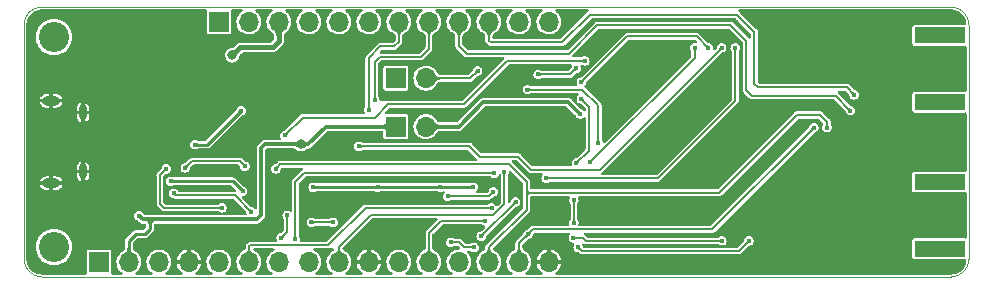
<source format=gbl>
G04 #@! TF.GenerationSoftware,KiCad,Pcbnew,(6.0.4)*
G04 #@! TF.CreationDate,2022-06-23T11:25:04-03:00*
G04 #@! TF.ProjectId,HTLRBL32L-10_EvB_V1.0_Rev6.1,48544c52-424c-4333-924c-2d31305f4576,6.0*
G04 #@! TF.SameCoordinates,Original*
G04 #@! TF.FileFunction,Copper,L2,Bot*
G04 #@! TF.FilePolarity,Positive*
%FSLAX46Y46*%
G04 Gerber Fmt 4.6, Leading zero omitted, Abs format (unit mm)*
G04 Created by KiCad (PCBNEW (6.0.4)) date 2022-06-23 11:25:04*
%MOMM*%
%LPD*%
G01*
G04 APERTURE LIST*
G04 #@! TA.AperFunction,Profile*
%ADD10C,0.050000*%
G04 #@! TD*
G04 #@! TA.AperFunction,ComponentPad*
%ADD11O,0.650000X1.300000*%
G04 #@! TD*
G04 #@! TA.AperFunction,ComponentPad*
%ADD12O,1.550000X0.775000*%
G04 #@! TD*
G04 #@! TA.AperFunction,ComponentPad*
%ADD13R,1.700000X1.700000*%
G04 #@! TD*
G04 #@! TA.AperFunction,ComponentPad*
%ADD14O,1.700000X1.700000*%
G04 #@! TD*
G04 #@! TA.AperFunction,SMDPad,CuDef*
%ADD15R,4.200000X1.350000*%
G04 #@! TD*
G04 #@! TA.AperFunction,ViaPad*
%ADD16C,2.550000*%
G04 #@! TD*
G04 #@! TA.AperFunction,ViaPad*
%ADD17C,0.400000*%
G04 #@! TD*
G04 #@! TA.AperFunction,ViaPad*
%ADD18C,0.800000*%
G04 #@! TD*
G04 #@! TA.AperFunction,Conductor*
%ADD19C,0.150000*%
G04 #@! TD*
G04 #@! TA.AperFunction,Conductor*
%ADD20C,0.300000*%
G04 #@! TD*
G04 #@! TA.AperFunction,Conductor*
%ADD21C,0.250000*%
G04 #@! TD*
G04 #@! TA.AperFunction,Conductor*
%ADD22C,0.200000*%
G04 #@! TD*
G04 #@! TA.AperFunction,Conductor*
%ADD23C,0.400000*%
G04 #@! TD*
G04 APERTURE END LIST*
D10*
X100000000Y-88664000D02*
X100000000Y-108476000D01*
X180010000Y-108476000D02*
X180010000Y-88664000D01*
X101524000Y-87140000D02*
G75*
G03*
X100000000Y-88664000I0J-1524000D01*
G01*
X180010000Y-88664000D02*
G75*
G03*
X178486000Y-87140000I-1524000J0D01*
G01*
X178486000Y-110000000D02*
G75*
G03*
X180010000Y-108476000I0J1524000D01*
G01*
X178486000Y-87140000D02*
X101524000Y-87140002D01*
X100000000Y-108476000D02*
G75*
G03*
X101524000Y-110000000I1524000J0D01*
G01*
X101524000Y-110000000D02*
X178486000Y-110000000D01*
D11*
G04 #@! TO.P,CN1,S1,SHIELD*
G04 #@! TO.N,GND*
X105000000Y-96070000D03*
G04 #@! TO.P,CN1,S2,SHIELD*
X105000000Y-101070000D03*
D12*
G04 #@! TO.P,CN1,S3,SHIELD*
X102300000Y-95070000D03*
G04 #@! TO.P,CN1,S6,SHIELD*
X102300000Y-102070000D03*
G04 #@! TD*
D13*
G04 #@! TO.P,JP2,1,A*
G04 #@! TO.N,+3V3*
X131490920Y-97269520D03*
D14*
G04 #@! TO.P,JP2,2,B*
G04 #@! TO.N,VCC*
X134030920Y-97269520D03*
G04 #@! TD*
D13*
G04 #@! TO.P,JP3,1,A*
G04 #@! TO.N,Net-(JP3-Pad1)*
X131490920Y-93175040D03*
D14*
G04 #@! TO.P,JP3,2,B*
G04 #@! TO.N,PB9*
X134030920Y-93175040D03*
G04 #@! TD*
D13*
G04 #@! TO.P,CN4,1,Pin_1*
G04 #@! TO.N,+BATT*
X116508820Y-88410000D03*
D14*
G04 #@! TO.P,CN4,2,Pin_2*
G04 #@! TO.N,/EN*
X119048820Y-88410000D03*
G04 #@! TO.P,CN4,3,Pin_3*
G04 #@! TO.N,+5V*
X121588820Y-88410000D03*
G04 #@! TO.P,CN4,4,Pin_4*
G04 #@! TO.N,PB13*
X124128820Y-88410000D03*
G04 #@! TO.P,CN4,5,Pin_5*
G04 #@! TO.N,PB12*
X126668820Y-88410000D03*
G04 #@! TO.P,CN4,6,Pin_6*
G04 #@! TO.N,PB9*
X129208820Y-88410000D03*
G04 #@! TO.P,CN4,7,Pin_7*
G04 #@! TO.N,PA4*
X131748820Y-88410000D03*
G04 #@! TO.P,CN4,8,Pin_8*
G04 #@! TO.N,PA10*
X134288820Y-88410000D03*
G04 #@! TO.P,CN4,9,Pin_9*
G04 #@! TO.N,PA2*
X136828820Y-88410000D03*
G04 #@! TO.P,CN4,10,Pin_10*
G04 #@! TO.N,PA3*
X139368820Y-88410000D03*
G04 #@! TO.P,CN4,11,Pin_11*
G04 #@! TO.N,PB6*
X141908820Y-88410000D03*
G04 #@! TO.P,CN4,12,Pin_12*
G04 #@! TO.N,PB7*
X144448820Y-88410000D03*
G04 #@! TD*
D13*
G04 #@! TO.P,CN3,1,Pin_1*
G04 #@! TO.N,NRESET*
X106350000Y-108730000D03*
D14*
G04 #@! TO.P,CN3,2,Pin_2*
G04 #@! TO.N,+3V3*
X108890000Y-108730000D03*
G04 #@! TO.P,CN3,3,Pin_3*
G04 #@! TO.N,unconnected-(CN3-Pad3)*
X111430000Y-108730000D03*
G04 #@! TO.P,CN3,4,Pin_4*
G04 #@! TO.N,GND*
X113970000Y-108730000D03*
G04 #@! TO.P,CN3,5,Pin_5*
G04 #@! TO.N,PA15*
X116510000Y-108730000D03*
G04 #@! TO.P,CN3,6,Pin_6*
G04 #@! TO.N,PA12*
X119050000Y-108730000D03*
G04 #@! TO.P,CN3,7,Pin_7*
G04 #@! TO.N,PB3*
X121590000Y-108730000D03*
G04 #@! TO.P,CN3,8,Pin_8*
G04 #@! TO.N,PB2*
X124130000Y-108730000D03*
G04 #@! TO.P,CN3,9,Pin_9*
G04 #@! TO.N,PB1*
X126670000Y-108730000D03*
G04 #@! TO.P,CN3,10,Pin_10*
G04 #@! TO.N,GND*
X129210000Y-108730000D03*
G04 #@! TO.P,CN3,11,Pin_11*
G04 #@! TO.N,PA5*
X131750000Y-108730000D03*
G04 #@! TO.P,CN3,12,Pin_12*
G04 #@! TO.N,PB5*
X134290000Y-108730000D03*
G04 #@! TO.P,CN3,13,Pin_13*
G04 #@! TO.N,PA7*
X136830000Y-108730000D03*
G04 #@! TO.P,CN3,14,Pin_14*
G04 #@! TO.N,TX*
X139370000Y-108730000D03*
G04 #@! TO.P,CN3,15,Pin_15*
G04 #@! TO.N,RX*
X141910000Y-108730000D03*
G04 #@! TO.P,CN3,16,Pin_16*
G04 #@! TO.N,GND*
X144450000Y-108730000D03*
G04 #@! TD*
D15*
G04 #@! TO.P,REF\u002A\u002A,2*
G04 #@! TO.N,N/C*
X177530000Y-95203000D03*
X177530000Y-89553000D03*
G04 #@! TD*
G04 #@! TO.P,REF\u002A\u002A,2*
G04 #@! TO.N,N/C*
X177520000Y-101968000D03*
X177520000Y-107618000D03*
G04 #@! TD*
D16*
G04 #@! TO.N,*
X102540000Y-107460000D03*
X102540000Y-89680000D03*
D17*
G04 #@! TO.N,GND*
X143290000Y-89230000D03*
X140680000Y-89210000D03*
X133050000Y-89320000D03*
X139370000Y-91800000D03*
X127970000Y-107830000D03*
X117810000Y-107700000D03*
X133060000Y-107840000D03*
X135610000Y-107760000D03*
X138110000Y-108130000D03*
X140650000Y-108010000D03*
X144160000Y-105450000D03*
X142800000Y-105000000D03*
X141060000Y-104980000D03*
X156550000Y-94520000D03*
X150800000Y-91130000D03*
X146290000Y-88310000D03*
X158970000Y-89210000D03*
X164780000Y-88500000D03*
X170080000Y-88480000D03*
X166260000Y-90070000D03*
X171530000Y-94500000D03*
X168990000Y-97200000D03*
X166790000Y-106940000D03*
X164730000Y-108700000D03*
X158490000Y-108660000D03*
X152220000Y-108680000D03*
X146670000Y-108700000D03*
X164510000Y-91570000D03*
X165510000Y-91570000D03*
X166510000Y-91570000D03*
X167510000Y-91570000D03*
X163510000Y-91570000D03*
X163510000Y-93160000D03*
X164510000Y-93160000D03*
X165510000Y-93160000D03*
X166510000Y-93160000D03*
X167510000Y-93160000D03*
X170180000Y-91570000D03*
X171180000Y-91570000D03*
X172180000Y-91570000D03*
X173180000Y-91570000D03*
X174180000Y-91570000D03*
X171180000Y-93160000D03*
X172180000Y-93160000D03*
X173180000Y-93160000D03*
X175590000Y-93440000D03*
X175590000Y-91290000D03*
X171160000Y-103990000D03*
X172160000Y-103990000D03*
X173160000Y-103990000D03*
X170160000Y-103990000D03*
X174160000Y-103990000D03*
X172160000Y-105580000D03*
X173160000Y-105580000D03*
X171160000Y-105580000D03*
X175570000Y-105860000D03*
X175570000Y-103710000D03*
X173530000Y-94500000D03*
X171530000Y-97040000D03*
X173530000Y-97040000D03*
X175530000Y-97040000D03*
X171530000Y-99580000D03*
X173530000Y-99580000D03*
X171530000Y-102120000D03*
X173530000Y-102120000D03*
X177530000Y-97040000D03*
X179530000Y-97040000D03*
X175530000Y-99580000D03*
X177530000Y-99580000D03*
X179530000Y-99580000D03*
X173501000Y-87902000D03*
X175501000Y-87902000D03*
X171501000Y-90442000D03*
X173501000Y-90442000D03*
X171501000Y-87902000D03*
X173501000Y-109238000D03*
X171501000Y-109238000D03*
X175501000Y-109238000D03*
X173501000Y-106698000D03*
X171501000Y-106698000D03*
X102300000Y-105400000D03*
X104800000Y-107600000D03*
X100800000Y-103900000D03*
X104800000Y-109100000D03*
X100800000Y-105400000D03*
X100800000Y-98600000D03*
X100800000Y-95000000D03*
X100800000Y-96800000D03*
X100800000Y-100500000D03*
X100800000Y-102300000D03*
X103800000Y-106000000D03*
X149540000Y-97030000D03*
X149370000Y-94340000D03*
X155500000Y-95570000D03*
X154450000Y-96620000D03*
X158500000Y-95570000D03*
X157450000Y-96620000D03*
X159550000Y-94520000D03*
X161500000Y-95570000D03*
X160450000Y-96620000D03*
X155500000Y-98570000D03*
X154450000Y-99620000D03*
X156550000Y-97520000D03*
X158500000Y-98570000D03*
X157450000Y-99620000D03*
X159550000Y-97520000D03*
X161500000Y-98570000D03*
X160450000Y-99620000D03*
X162550000Y-97520000D03*
X161500000Y-101570000D03*
X160450000Y-102620000D03*
X162550000Y-100520000D03*
X158500000Y-101570000D03*
X159550000Y-100520000D03*
X155500000Y-101570000D03*
X156550000Y-100520000D03*
X131290000Y-101740000D03*
X116200000Y-100800000D03*
X153200000Y-103600000D03*
X108320000Y-95970000D03*
X141120000Y-92830000D03*
X135590000Y-89340000D03*
X111000000Y-104400000D03*
X136920000Y-99740000D03*
X125420000Y-89390000D03*
X118890000Y-101690000D03*
X136950000Y-103660000D03*
X111430000Y-106380000D03*
X139270000Y-94410000D03*
X110600000Y-97300000D03*
X110200000Y-107660000D03*
X150800000Y-92380000D03*
X120760000Y-105280000D03*
X146910000Y-98140000D03*
X125410000Y-107890000D03*
X108350000Y-93350000D03*
X146380000Y-93580000D03*
X106390000Y-103110000D03*
X136930000Y-101790000D03*
X100800000Y-93100000D03*
X124290000Y-99650000D03*
X128480000Y-98010000D03*
X179250000Y-90900000D03*
X130900000Y-94600000D03*
X103900000Y-93300000D03*
X110840000Y-89250000D03*
X141440000Y-102150000D03*
X118290000Y-99750000D03*
X131320000Y-103410000D03*
X113670000Y-96000000D03*
X113950000Y-106340000D03*
X105300000Y-106000000D03*
X160270000Y-88410000D03*
X110180000Y-99080000D03*
X126070000Y-102980000D03*
X145730000Y-96050000D03*
X112820000Y-101270000D03*
X179200000Y-103350000D03*
X142030000Y-96050000D03*
X149840000Y-102230000D03*
X134870000Y-94770000D03*
X177610000Y-109250000D03*
X140280000Y-96020000D03*
X152832000Y-92982000D03*
X177610000Y-87910000D03*
X126200000Y-95800000D03*
X131630000Y-99880000D03*
X104500000Y-89200000D03*
X125146000Y-106698000D03*
X164135000Y-103650000D03*
X155020000Y-90670000D03*
X104500000Y-87700000D03*
X128550000Y-92250000D03*
X166630000Y-98560000D03*
X117470000Y-104180000D03*
X115630000Y-94970000D03*
X146900000Y-89600000D03*
X144160000Y-106550000D03*
X144700000Y-97900000D03*
X166929000Y-102253000D03*
X139940000Y-102140000D03*
X166294000Y-103396000D03*
X106000000Y-87700000D03*
X147330000Y-103490000D03*
X145970000Y-99590000D03*
X137900000Y-93780000D03*
X143370000Y-102160000D03*
X120340000Y-98110000D03*
X126180000Y-98010000D03*
X152850000Y-91130000D03*
X112690000Y-107670000D03*
X102400000Y-103900000D03*
X147280000Y-90870000D03*
X115170000Y-107630000D03*
X109470000Y-100140000D03*
X126150000Y-92300000D03*
X112010000Y-103000000D03*
X149850000Y-103600000D03*
X106700000Y-95960000D03*
X137160000Y-95970000D03*
X109690000Y-103080000D03*
X130530000Y-107810000D03*
X126070000Y-104680000D03*
X106450000Y-101100000D03*
X128170000Y-102970000D03*
X100800000Y-91700000D03*
X149550000Y-89500000D03*
X126150000Y-90810000D03*
X130510000Y-89460000D03*
X122900000Y-89400000D03*
X120670000Y-94610000D03*
X143190000Y-107980000D03*
X128170000Y-101790000D03*
X128200000Y-94300000D03*
X120320000Y-107840000D03*
X164008000Y-106952000D03*
X142430000Y-97890000D03*
X112400000Y-97300000D03*
X127870000Y-89360000D03*
X166929000Y-103777000D03*
X113710000Y-93700000D03*
X147320000Y-102250000D03*
X138140000Y-89480000D03*
X120290000Y-89530000D03*
X143920000Y-96010000D03*
X145090000Y-92320000D03*
X179300000Y-93850000D03*
X128170000Y-103970000D03*
X104700000Y-103100000D03*
X143310000Y-99600000D03*
X119405600Y-91661200D03*
X129420000Y-99730000D03*
X114579600Y-100820000D03*
X140280000Y-97880000D03*
X126070000Y-101780000D03*
X179250000Y-106300000D03*
X164770000Y-104539000D03*
X132980000Y-96000000D03*
X133240000Y-101760000D03*
X126340000Y-99670000D03*
X103900000Y-91100000D03*
X102300000Y-91700000D03*
X167564000Y-104031000D03*
X123780000Y-95770000D03*
X106000000Y-89600000D03*
X106000000Y-91400000D03*
X163450000Y-89930000D03*
X141740000Y-94420000D03*
X167437000Y-105682000D03*
X134220000Y-99930000D03*
X122890000Y-100980000D03*
X107740000Y-107480000D03*
X124590000Y-95790000D03*
X123090000Y-94890000D03*
X112810000Y-98850000D03*
X135230000Y-98340000D03*
X138450000Y-97170000D03*
X123080000Y-90890000D03*
X166040000Y-105301000D03*
X160198000Y-106698000D03*
X135150000Y-92260000D03*
X133480000Y-105220000D03*
X106000000Y-93300000D03*
X133250000Y-103440000D03*
G04 #@! TO.N,/D-*
X116760000Y-104150002D03*
X112044000Y-100856000D03*
G04 #@! TO.N,+3V3*
X109738400Y-104818400D03*
X124490000Y-102400000D03*
X138040000Y-102400000D03*
D18*
X123469600Y-98773200D03*
D17*
X135230000Y-102400000D03*
X129960000Y-102400000D03*
G04 #@! TO.N,/3V3out*
X112425000Y-101894994D03*
X118515000Y-102745000D03*
G04 #@! TO.N,NRESET*
X159075000Y-90595000D03*
X128350000Y-98940000D03*
G04 #@! TO.N,PA4*
X129190000Y-95860000D03*
G04 #@! TO.N,PA10*
X135896000Y-103174000D03*
X146560000Y-103510000D03*
X139740000Y-102800000D03*
X129700000Y-95010000D03*
X146560000Y-105410000D03*
G04 #@! TO.N,PA15*
X141625000Y-103635000D03*
X138720002Y-106550000D03*
G04 #@! TO.N,PA12*
X139590000Y-104150000D03*
G04 #@! TO.N,PB3*
X122280000Y-104790000D03*
X147480000Y-91710000D03*
X121770000Y-106700000D03*
X122100002Y-98020000D03*
G04 #@! TO.N,PB2*
X122980000Y-106820000D03*
X139800000Y-101210000D03*
X144220000Y-101650000D03*
X160225000Y-90595000D03*
G04 #@! TO.N,PB1*
X156775000Y-90595000D03*
X147890000Y-100309998D03*
X140680000Y-101090000D03*
G04 #@! TO.N,PA5*
X146920000Y-107490000D03*
X136140000Y-107070000D03*
X138120000Y-107500000D03*
X161380000Y-106940000D03*
G04 #@! TO.N,PB5*
X147189998Y-94940000D03*
X139060000Y-105260002D03*
X147190000Y-93510000D03*
X157925000Y-90595000D03*
X146780000Y-100349998D03*
G04 #@! TO.N,PA7*
X146520000Y-106690000D03*
X159080000Y-106940000D03*
G04 #@! TO.N,TX*
X121330000Y-100840000D03*
X113660000Y-100759600D03*
X118710000Y-100620000D03*
X167990000Y-97350000D03*
G04 #@! TO.N,RX*
X142665000Y-106405000D03*
X112670000Y-102910000D03*
X124339990Y-105369990D03*
X119220000Y-104470000D03*
X166880000Y-97350000D03*
X126170000Y-105359998D03*
D18*
G04 #@! TO.N,+5V*
X117650000Y-91240000D03*
D17*
G04 #@! TO.N,PB9*
X148600001Y-98619999D03*
X138410000Y-92560000D03*
X142620000Y-94140000D03*
G04 #@! TO.N,PA2*
X169980000Y-95910000D03*
G04 #@! TO.N,PA3*
X170290000Y-94580000D03*
G04 #@! TO.N,PB6*
X146750000Y-92350000D03*
X143540000Y-92860000D03*
G04 #@! TO.N,VCC*
X147090000Y-96200000D03*
G04 #@! TO.N,/PWR_EN*
X118390000Y-95940000D03*
X114450000Y-98790000D03*
G04 #@! TD*
D19*
G04 #@! TO.N,/D-*
X111840002Y-104150002D02*
X116760000Y-104150002D01*
X112044000Y-100856000D02*
X111500000Y-101400000D01*
X111500000Y-103810000D02*
X111840002Y-104150002D01*
X111500000Y-101400000D02*
X111500000Y-103810000D01*
D20*
G04 #@! TO.N,+3V3*
X131490920Y-97269520D02*
X125582880Y-97269520D01*
D21*
X110700000Y-105130000D02*
X110700000Y-105490000D01*
X110220000Y-106380000D02*
X109470000Y-106380000D01*
X109470000Y-106380000D02*
X108890000Y-106960000D01*
D20*
X120090000Y-104750000D02*
X119710000Y-105130000D01*
D21*
X110700000Y-105490000D02*
X110700000Y-105900000D01*
D19*
X110700000Y-105490000D02*
X110690000Y-105490000D01*
D21*
X129960000Y-102400000D02*
X135230000Y-102400000D01*
D20*
X124079200Y-98773200D02*
X123469600Y-98773200D01*
X111090000Y-105130000D02*
X110700000Y-105130000D01*
D19*
X110700000Y-105490000D02*
X111060000Y-105130000D01*
D20*
X119710000Y-105130000D02*
X111090000Y-105130000D01*
X120376800Y-98773200D02*
X120090000Y-99060000D01*
D19*
X111060000Y-105130000D02*
X111090000Y-105130000D01*
X110690000Y-105490000D02*
X110330000Y-105130000D01*
D20*
X110050000Y-105130000D02*
X109738400Y-104818400D01*
D21*
X124490000Y-102400000D02*
X129960000Y-102400000D01*
D20*
X123469600Y-98773200D02*
X120376800Y-98773200D01*
D21*
X108890000Y-106960000D02*
X108890000Y-108730000D01*
D20*
X110700000Y-105130000D02*
X110330000Y-105130000D01*
X125582880Y-97269520D02*
X124079200Y-98773200D01*
D21*
X138040000Y-102400000D02*
X135230000Y-102400000D01*
D20*
X120090000Y-99060000D02*
X120090000Y-104750000D01*
D21*
X110700000Y-105900000D02*
X110220000Y-106380000D01*
D20*
X110330000Y-105130000D02*
X110050000Y-105130000D01*
D21*
G04 #@! TO.N,/3V3out*
X118515000Y-102745000D02*
X117664994Y-101894994D01*
X117664994Y-101894994D02*
X112425000Y-101894994D01*
D22*
G04 #@! TO.N,NRESET*
X138580000Y-99810000D02*
X137710000Y-98940000D01*
X141800000Y-99810000D02*
X138580000Y-99810000D01*
X137710000Y-98940000D02*
X128350000Y-98940000D01*
X159075000Y-90595000D02*
X148750000Y-100920000D01*
X148750000Y-100920000D02*
X142910000Y-100920000D01*
X142910000Y-100920000D02*
X141800000Y-99810000D01*
D19*
G04 #@! TO.N,PA4*
X131350000Y-90490000D02*
X131748820Y-90091180D01*
X130170000Y-90490000D02*
X131350000Y-90490000D01*
X131748820Y-90088820D02*
X131748820Y-88410000D01*
X129190000Y-91470000D02*
X130170000Y-90490000D01*
X129190000Y-95860000D02*
X129190000Y-91470000D01*
G04 #@! TO.N,PA10*
X139370000Y-103170000D02*
X135900000Y-103170000D01*
X130160000Y-91360000D02*
X133600000Y-91360000D01*
X129700000Y-91820000D02*
X130160000Y-91360000D01*
X134288820Y-90671180D02*
X134288820Y-90138380D01*
X135900000Y-103170000D02*
X135896000Y-103174000D01*
X139740000Y-102800000D02*
X139370000Y-103170000D01*
X146560000Y-103510000D02*
X146560000Y-105410000D01*
X129700000Y-95010000D02*
X129700000Y-91820000D01*
X133600000Y-91360000D02*
X134288820Y-90671180D01*
X134288820Y-90138380D02*
X134288820Y-88410000D01*
G04 #@! TO.N,PA15*
X138720002Y-106539998D02*
X138720002Y-106550000D01*
X141625000Y-103635000D02*
X138720002Y-106539998D01*
G04 #@! TO.N,PA12*
X119160000Y-107300000D02*
X125780000Y-107300000D01*
X125780000Y-107300000D02*
X128930000Y-104150000D01*
X128930000Y-104150000D02*
X139590000Y-104150000D01*
X119050000Y-108730000D02*
X119050000Y-107410000D01*
X119050000Y-107410000D02*
X119160000Y-107300000D01*
D22*
G04 #@! TO.N,PB3*
X122100002Y-98020000D02*
X123610002Y-96510000D01*
X130853570Y-95380000D02*
X137250000Y-95380000D01*
X140920000Y-91710000D02*
X147480000Y-91710000D01*
X122280000Y-104790000D02*
X122280000Y-106190000D01*
X129723570Y-96510000D02*
X130853570Y-95380000D01*
X137250000Y-95380000D02*
X140920000Y-91710000D01*
X122280000Y-106190000D02*
X121770000Y-106700000D01*
X123610002Y-96510000D02*
X129723570Y-96510000D01*
D19*
G04 #@! TO.N,PB2*
X139790000Y-101200000D02*
X123720000Y-101200000D01*
X139800000Y-101210000D02*
X139790000Y-101200000D01*
X160225000Y-90595000D02*
X160225000Y-95085000D01*
X122980000Y-101940000D02*
X122980000Y-106820000D01*
X160225000Y-95085000D02*
X153660000Y-101650000D01*
X153660000Y-101650000D02*
X144220000Y-101650000D01*
X123720000Y-101200000D02*
X122980000Y-101940000D01*
G04 #@! TO.N,PB1*
X126670000Y-107450000D02*
X129390000Y-104730000D01*
X140680000Y-103790000D02*
X140680000Y-101090000D01*
X156775000Y-91424998D02*
X147890000Y-100309998D01*
X139740000Y-104730000D02*
X140680000Y-103790000D01*
X126670000Y-108730000D02*
X126670000Y-107450000D01*
X129390000Y-104730000D02*
X139740000Y-104730000D01*
X156775000Y-90595000D02*
X156775000Y-91424998D01*
G04 #@! TO.N,PA5*
X137300000Y-107500000D02*
X136870000Y-107070000D01*
X146920000Y-107490000D02*
X147240000Y-107810000D01*
X147240000Y-107810000D02*
X160510000Y-107810000D01*
X138120000Y-107500000D02*
X137300000Y-107500000D01*
X160510000Y-107810000D02*
X161380000Y-106940000D01*
X136870000Y-107070000D02*
X136140000Y-107070000D01*
G04 #@! TO.N,PB5*
X147830000Y-95580002D02*
X147830000Y-99299998D01*
X151070000Y-89630000D02*
X147190000Y-93510000D01*
X134290000Y-108730000D02*
X134290000Y-106270000D01*
X147830000Y-99299998D02*
X146780000Y-100349998D01*
X157925000Y-90595000D02*
X156960000Y-89630000D01*
X156960000Y-89630000D02*
X151070000Y-89630000D01*
X135299998Y-105260002D02*
X139060000Y-105260002D01*
X134290000Y-106270000D02*
X135299998Y-105260002D01*
X147189998Y-94940000D02*
X147830000Y-95580002D01*
G04 #@! TO.N,PA7*
X146520000Y-106690000D02*
X147300000Y-106690000D01*
X147550000Y-106940000D02*
X159080000Y-106940000D01*
X147300000Y-106690000D02*
X147550000Y-106940000D01*
D22*
G04 #@! TO.N,TX*
X141070000Y-100460000D02*
X142550000Y-101940000D01*
D19*
X114220799Y-100198801D02*
X113660000Y-100759600D01*
X118288801Y-100198801D02*
X114220799Y-100198801D01*
D22*
X158850000Y-102870000D02*
X155640000Y-102870000D01*
D19*
X118710000Y-100620000D02*
X118288801Y-100198801D01*
D22*
X165430000Y-96290000D02*
X158850000Y-102870000D01*
X121710000Y-100460000D02*
X141070000Y-100460000D01*
X167990000Y-97350000D02*
X167990000Y-96850000D01*
X121330000Y-100840000D02*
X121710000Y-100460000D01*
X167990000Y-96850000D02*
X167430000Y-96290000D01*
D19*
X142735000Y-102895000D02*
X142585000Y-103045000D01*
D22*
X167430000Y-96290000D02*
X165430000Y-96290000D01*
X142550000Y-101940000D02*
X142550000Y-104300000D01*
X142550000Y-102870000D02*
X155640000Y-102870000D01*
D19*
X142735000Y-102855000D02*
X142585000Y-102705000D01*
D22*
X142550000Y-104300000D02*
X139370000Y-107480000D01*
X139370000Y-107480000D02*
X139370000Y-108730000D01*
D19*
G04 #@! TO.N,RX*
X119220000Y-104470000D02*
X117849999Y-103099999D01*
D22*
X143100000Y-105970000D02*
X158260000Y-105970000D01*
X141910000Y-107160000D02*
X142665000Y-106405000D01*
D19*
X112859999Y-103099999D02*
X112670000Y-102910000D01*
X124339990Y-105369990D02*
X126160008Y-105369990D01*
D22*
X142665000Y-106405000D02*
X143100000Y-105970000D01*
D19*
X126160008Y-105369990D02*
X126170000Y-105359998D01*
D22*
X141910000Y-108730000D02*
X141910000Y-107160000D01*
X158260000Y-105970000D02*
X166880000Y-97350000D01*
D19*
X117849999Y-103099999D02*
X112859999Y-103099999D01*
D23*
G04 #@! TO.N,+5V*
X121070000Y-90570000D02*
X121588820Y-90051180D01*
X118320000Y-90570000D02*
X121070000Y-90570000D01*
X117650000Y-91240000D02*
X118320000Y-90570000D01*
X121588820Y-90051180D02*
X121588820Y-88410000D01*
D22*
G04 #@! TO.N,PB9*
X134030920Y-93175040D02*
X137794960Y-93175040D01*
X148600001Y-95460001D02*
X148600001Y-98619999D01*
X142620000Y-94140000D02*
X147280000Y-94140000D01*
X147280000Y-94140000D02*
X148600001Y-95460001D01*
X137794960Y-93175040D02*
X138410000Y-92560000D01*
G04 #@! TO.N,PA2*
X136828820Y-90458820D02*
X137470000Y-91100000D01*
X161170000Y-90040000D02*
X161170000Y-94200000D01*
X136828820Y-88410000D02*
X136828820Y-90458820D01*
X161170000Y-94200000D02*
X161630000Y-94660000D01*
X161630000Y-94660000D02*
X168730000Y-94660000D01*
X146140000Y-91100000D02*
X148550000Y-88690000D01*
X159820000Y-88690000D02*
X161170000Y-90040000D01*
X148550000Y-88690000D02*
X159820000Y-88690000D01*
X137470000Y-91100000D02*
X146140000Y-91100000D01*
X168730000Y-94660000D02*
X169980000Y-95910000D01*
G04 #@! TO.N,PA3*
X139368820Y-88410000D02*
X139368820Y-89983620D01*
X139368820Y-89983620D02*
X139515200Y-90130000D01*
X161830000Y-89240000D02*
X161830000Y-93670000D01*
X160380000Y-87790000D02*
X161830000Y-89240000D01*
X145580000Y-90130000D02*
X147920000Y-87790000D01*
X169660000Y-93950000D02*
X170290000Y-94580000D01*
X162110000Y-93950000D02*
X169660000Y-93950000D01*
X147920000Y-87790000D02*
X160380000Y-87790000D01*
X161830000Y-93670000D02*
X162110000Y-93950000D01*
X139515200Y-90130000D02*
X145580000Y-90130000D01*
G04 #@! TO.N,PB6*
X143540000Y-92860000D02*
X146240000Y-92860000D01*
X146240000Y-92860000D02*
X146750000Y-92350000D01*
D20*
G04 #@! TO.N,VCC*
X134031400Y-97270000D02*
X136810000Y-97270000D01*
X138870000Y-95210000D02*
X146100000Y-95210000D01*
X136810000Y-97270000D02*
X138870000Y-95210000D01*
X134030920Y-97269520D02*
X134031400Y-97270000D01*
X146100000Y-95210000D02*
X147090000Y-96200000D01*
D21*
G04 #@! TO.N,/PWR_EN*
X114450000Y-98790000D02*
X115540000Y-98790000D01*
X115540000Y-98790000D02*
X118390000Y-95940000D01*
G04 #@! TD*
G04 #@! TA.AperFunction,Conductor*
G04 #@! TO.N,GND*
G36*
X125657070Y-107576719D02*
G01*
X125670000Y-107578767D01*
X125670000Y-107580000D01*
X125775491Y-107580000D01*
X125780000Y-107580897D01*
X125784509Y-107580000D01*
X126199144Y-107580000D01*
X126257335Y-107598907D01*
X126293299Y-107648407D01*
X126293299Y-107709593D01*
X126257335Y-107759093D01*
X126245011Y-107766734D01*
X126096292Y-107844483D01*
X126096290Y-107844484D01*
X126092002Y-107846726D01*
X126088231Y-107849758D01*
X126088228Y-107849760D01*
X126036715Y-107891177D01*
X126028460Y-107897142D01*
X126023582Y-107900298D01*
X126013272Y-107907422D01*
X126012719Y-107907829D01*
X126012703Y-107907841D01*
X126012686Y-107907854D01*
X126012131Y-107908263D01*
X126011587Y-107908690D01*
X126011554Y-107908715D01*
X126002989Y-107915437D01*
X126002375Y-107915919D01*
X126001794Y-107916404D01*
X126001768Y-107916425D01*
X125981029Y-107933736D01*
X125950868Y-107958911D01*
X125948601Y-107961485D01*
X125942006Y-107967324D01*
X125935225Y-107972776D01*
X125935217Y-107972784D01*
X125931447Y-107975815D01*
X125928336Y-107979523D01*
X125928332Y-107979527D01*
X125891021Y-108023993D01*
X125799024Y-108133630D01*
X125796689Y-108137878D01*
X125796688Y-108137879D01*
X125765141Y-108195263D01*
X125699776Y-108314162D01*
X125698313Y-108318775D01*
X125698311Y-108318779D01*
X125655665Y-108453219D01*
X125637484Y-108510532D01*
X125636944Y-108515344D01*
X125636944Y-108515345D01*
X125615378Y-108707617D01*
X125614520Y-108715262D01*
X125614925Y-108720082D01*
X125631347Y-108915643D01*
X125631759Y-108920553D01*
X125633092Y-108925201D01*
X125633092Y-108925202D01*
X125650682Y-108986544D01*
X125688544Y-109118586D01*
X125782712Y-109301818D01*
X125910677Y-109463270D01*
X125914357Y-109466402D01*
X125914359Y-109466404D01*
X126027017Y-109562283D01*
X126067564Y-109596791D01*
X126071787Y-109599151D01*
X126071791Y-109599154D01*
X126098501Y-109614081D01*
X126140073Y-109658974D01*
X126147318Y-109719729D01*
X126117468Y-109773139D01*
X126061925Y-109798804D01*
X126050203Y-109799500D01*
X124754623Y-109799500D01*
X124696432Y-109780593D01*
X124660468Y-109731093D01*
X124660468Y-109669907D01*
X124695716Y-109621393D01*
X124695610Y-109621258D01*
X124696081Y-109620890D01*
X124699313Y-109618365D01*
X124854135Y-109497406D01*
X124854139Y-109497402D01*
X124857951Y-109494424D01*
X124861433Y-109490391D01*
X124917313Y-109425651D01*
X124992564Y-109338472D01*
X125011385Y-109305341D01*
X125091934Y-109163550D01*
X125091935Y-109163547D01*
X125094323Y-109159344D01*
X125095920Y-109154546D01*
X125157824Y-108968454D01*
X125157824Y-108968452D01*
X125159351Y-108963863D01*
X125159973Y-108958945D01*
X125184823Y-108762228D01*
X125185171Y-108759474D01*
X125185583Y-108730000D01*
X125185313Y-108727244D01*
X125165952Y-108529780D01*
X125165951Y-108529776D01*
X125165480Y-108524970D01*
X125162606Y-108515449D01*
X125107333Y-108332380D01*
X125105935Y-108327749D01*
X125009218Y-108145849D01*
X124879011Y-107986200D01*
X124875281Y-107983114D01*
X124724002Y-107857965D01*
X124724000Y-107857964D01*
X124720275Y-107854882D01*
X124547725Y-107761585D01*
X124505531Y-107717277D01*
X124497438Y-107656629D01*
X124526540Y-107602807D01*
X124581718Y-107576370D01*
X124594812Y-107575500D01*
X125641585Y-107575500D01*
X125657070Y-107576719D01*
G37*
G04 #@! TD.AperFunction*
G04 #@! TA.AperFunction,Conductor*
G36*
X134984067Y-105024407D02*
G01*
X135020031Y-105073907D01*
X135020031Y-105135093D01*
X134995880Y-105174504D01*
X134121269Y-106049115D01*
X134106267Y-106061426D01*
X134091376Y-106071376D01*
X134085957Y-106079486D01*
X134076007Y-106094377D01*
X134076005Y-106094379D01*
X134067461Y-106107166D01*
X134037161Y-106152514D01*
X134030485Y-106162505D01*
X134028583Y-106172068D01*
X134028582Y-106172070D01*
X134016155Y-106234548D01*
X134014783Y-106241445D01*
X134009103Y-106270000D01*
X134012563Y-106287391D01*
X134012598Y-106287569D01*
X134014500Y-106306884D01*
X134014500Y-107510378D01*
X134011298Y-107532535D01*
X134011665Y-107532605D01*
X134010753Y-107537376D01*
X134009376Y-107542044D01*
X134003854Y-107602807D01*
X134003722Y-107604262D01*
X133999626Y-107624817D01*
X133993662Y-107643907D01*
X133993111Y-107645672D01*
X133983828Y-107666546D01*
X133977468Y-107677300D01*
X133964838Y-107694230D01*
X133959168Y-107700343D01*
X133954378Y-107705507D01*
X133951890Y-107708189D01*
X133939786Y-107719242D01*
X133911807Y-107740831D01*
X133903184Y-107746784D01*
X133903023Y-107746883D01*
X133894519Y-107751178D01*
X133894572Y-107751280D01*
X133716292Y-107844483D01*
X133716290Y-107844484D01*
X133712002Y-107846726D01*
X133708231Y-107849758D01*
X133708228Y-107849760D01*
X133656715Y-107891177D01*
X133648460Y-107897142D01*
X133643582Y-107900298D01*
X133633272Y-107907422D01*
X133632719Y-107907829D01*
X133632703Y-107907841D01*
X133632686Y-107907854D01*
X133632131Y-107908263D01*
X133631587Y-107908690D01*
X133631554Y-107908715D01*
X133622989Y-107915437D01*
X133622375Y-107915919D01*
X133621794Y-107916404D01*
X133621768Y-107916425D01*
X133601029Y-107933736D01*
X133570868Y-107958911D01*
X133568601Y-107961485D01*
X133562006Y-107967324D01*
X133555225Y-107972776D01*
X133555217Y-107972784D01*
X133551447Y-107975815D01*
X133548336Y-107979523D01*
X133548332Y-107979527D01*
X133511021Y-108023993D01*
X133419024Y-108133630D01*
X133416689Y-108137878D01*
X133416688Y-108137879D01*
X133385141Y-108195263D01*
X133319776Y-108314162D01*
X133318313Y-108318775D01*
X133318311Y-108318779D01*
X133275665Y-108453219D01*
X133257484Y-108510532D01*
X133256944Y-108515344D01*
X133256944Y-108515345D01*
X133235378Y-108707617D01*
X133234520Y-108715262D01*
X133234925Y-108720082D01*
X133251347Y-108915643D01*
X133251759Y-108920553D01*
X133253092Y-108925201D01*
X133253092Y-108925202D01*
X133270682Y-108986544D01*
X133308544Y-109118586D01*
X133402712Y-109301818D01*
X133530677Y-109463270D01*
X133534357Y-109466402D01*
X133534359Y-109466404D01*
X133647017Y-109562283D01*
X133687564Y-109596791D01*
X133691787Y-109599151D01*
X133691791Y-109599154D01*
X133718501Y-109614081D01*
X133760073Y-109658974D01*
X133767318Y-109719729D01*
X133737468Y-109773139D01*
X133681925Y-109798804D01*
X133670203Y-109799500D01*
X132374623Y-109799500D01*
X132316432Y-109780593D01*
X132280468Y-109731093D01*
X132280468Y-109669907D01*
X132315716Y-109621393D01*
X132315610Y-109621258D01*
X132316081Y-109620890D01*
X132319313Y-109618365D01*
X132474135Y-109497406D01*
X132474139Y-109497402D01*
X132477951Y-109494424D01*
X132481433Y-109490391D01*
X132537313Y-109425651D01*
X132612564Y-109338472D01*
X132631385Y-109305341D01*
X132711934Y-109163550D01*
X132711935Y-109163547D01*
X132714323Y-109159344D01*
X132715920Y-109154546D01*
X132777824Y-108968454D01*
X132777824Y-108968452D01*
X132779351Y-108963863D01*
X132779973Y-108958945D01*
X132804823Y-108762228D01*
X132805171Y-108759474D01*
X132805583Y-108730000D01*
X132805313Y-108727244D01*
X132785952Y-108529780D01*
X132785951Y-108529776D01*
X132785480Y-108524970D01*
X132782606Y-108515449D01*
X132727333Y-108332380D01*
X132725935Y-108327749D01*
X132629218Y-108145849D01*
X132499011Y-107986200D01*
X132495281Y-107983114D01*
X132344002Y-107857965D01*
X132344000Y-107857964D01*
X132340275Y-107854882D01*
X132216466Y-107787939D01*
X132163309Y-107759197D01*
X132163308Y-107759197D01*
X132159055Y-107756897D01*
X132076697Y-107731403D01*
X131966875Y-107697407D01*
X131966871Y-107697406D01*
X131962254Y-107695977D01*
X131957446Y-107695472D01*
X131957443Y-107695471D01*
X131762185Y-107674949D01*
X131762183Y-107674949D01*
X131757369Y-107674443D01*
X131701800Y-107679500D01*
X131557022Y-107692675D01*
X131557017Y-107692676D01*
X131552203Y-107693114D01*
X131354572Y-107751280D01*
X131350288Y-107753519D01*
X131350287Y-107753520D01*
X131297920Y-107780897D01*
X131172002Y-107846726D01*
X131167701Y-107850184D01*
X131015220Y-107972781D01*
X131015217Y-107972783D01*
X131011447Y-107975815D01*
X131008336Y-107979523D01*
X131008332Y-107979527D01*
X130971021Y-108023993D01*
X130879024Y-108133630D01*
X130876689Y-108137878D01*
X130876688Y-108137879D01*
X130845141Y-108195263D01*
X130779776Y-108314162D01*
X130778313Y-108318775D01*
X130778311Y-108318779D01*
X130735665Y-108453219D01*
X130717484Y-108510532D01*
X130716944Y-108515344D01*
X130716944Y-108515345D01*
X130695378Y-108707617D01*
X130694520Y-108715262D01*
X130694925Y-108720082D01*
X130711347Y-108915643D01*
X130711759Y-108920553D01*
X130713092Y-108925201D01*
X130713092Y-108925202D01*
X130730682Y-108986544D01*
X130768544Y-109118586D01*
X130862712Y-109301818D01*
X130990677Y-109463270D01*
X130994357Y-109466402D01*
X130994359Y-109466404D01*
X131107017Y-109562283D01*
X131147564Y-109596791D01*
X131151787Y-109599151D01*
X131151791Y-109599154D01*
X131178501Y-109614081D01*
X131220073Y-109658974D01*
X131227318Y-109719729D01*
X131197468Y-109773139D01*
X131141925Y-109798804D01*
X131130203Y-109799500D01*
X129833687Y-109799500D01*
X129775496Y-109780593D01*
X129739532Y-109731093D01*
X129739532Y-109669907D01*
X129775496Y-109620407D01*
X129778501Y-109618365D01*
X129933787Y-109497042D01*
X129940771Y-109490391D01*
X130068990Y-109341848D01*
X130074546Y-109333973D01*
X130171471Y-109163353D01*
X130175392Y-109154546D01*
X130237334Y-108968346D01*
X130239469Y-108958945D01*
X130247477Y-108895556D01*
X130244977Y-108882454D01*
X130243567Y-108881130D01*
X130238512Y-108880000D01*
X128184534Y-108880000D01*
X128171849Y-108884122D01*
X128170058Y-108886586D01*
X128169681Y-108889846D01*
X128171847Y-108915643D01*
X128173585Y-108925112D01*
X128227674Y-109113743D01*
X128231225Y-109122711D01*
X128320919Y-109297236D01*
X128326142Y-109305341D01*
X128448037Y-109459134D01*
X128454720Y-109466055D01*
X128604164Y-109593241D01*
X128612078Y-109598742D01*
X128639525Y-109614081D01*
X128681097Y-109658974D01*
X128688342Y-109719729D01*
X128658492Y-109773139D01*
X128602949Y-109798804D01*
X128591227Y-109799500D01*
X127294623Y-109799500D01*
X127236432Y-109780593D01*
X127200468Y-109731093D01*
X127200468Y-109669907D01*
X127235716Y-109621393D01*
X127235610Y-109621258D01*
X127236081Y-109620890D01*
X127239313Y-109618365D01*
X127394135Y-109497406D01*
X127394139Y-109497402D01*
X127397951Y-109494424D01*
X127401433Y-109490391D01*
X127457313Y-109425651D01*
X127532564Y-109338472D01*
X127551385Y-109305341D01*
X127631934Y-109163550D01*
X127631935Y-109163547D01*
X127634323Y-109159344D01*
X127635920Y-109154546D01*
X127697824Y-108968454D01*
X127697824Y-108968452D01*
X127699351Y-108963863D01*
X127699973Y-108958945D01*
X127724823Y-108762228D01*
X127725171Y-108759474D01*
X127725583Y-108730000D01*
X127725313Y-108727244D01*
X127709348Y-108564417D01*
X128171943Y-108564417D01*
X128174625Y-108577484D01*
X128176328Y-108579039D01*
X128180774Y-108580000D01*
X129044320Y-108580000D01*
X129057005Y-108575878D01*
X129060000Y-108571757D01*
X129060000Y-108564320D01*
X129360000Y-108564320D01*
X129364122Y-108577005D01*
X129368243Y-108580000D01*
X130234693Y-108580000D01*
X130247378Y-108575878D01*
X130248952Y-108573712D01*
X130249375Y-108569820D01*
X130245460Y-108529886D01*
X130243587Y-108520431D01*
X130186869Y-108332572D01*
X130183199Y-108323668D01*
X130091072Y-108150401D01*
X130085740Y-108142376D01*
X129961716Y-107990307D01*
X129954922Y-107983466D01*
X129803721Y-107858381D01*
X129795738Y-107852997D01*
X129623114Y-107759660D01*
X129614243Y-107755931D01*
X129426775Y-107697900D01*
X129417341Y-107695963D01*
X129375594Y-107691575D01*
X129362547Y-107694348D01*
X129360881Y-107696198D01*
X129360000Y-107700343D01*
X129360000Y-108564320D01*
X129060000Y-108564320D01*
X129060000Y-107704946D01*
X129055878Y-107692261D01*
X129053563Y-107690578D01*
X129049987Y-107690177D01*
X129017117Y-107693168D01*
X129007654Y-107694974D01*
X128819407Y-107750378D01*
X128810466Y-107753991D01*
X128636573Y-107844899D01*
X128628497Y-107850184D01*
X128475571Y-107973140D01*
X128468687Y-107979881D01*
X128342551Y-108130205D01*
X128337104Y-108138159D01*
X128242573Y-108310111D01*
X128238773Y-108318976D01*
X128179439Y-108506021D01*
X128177435Y-108515449D01*
X128171943Y-108564417D01*
X127709348Y-108564417D01*
X127705952Y-108529780D01*
X127705951Y-108529776D01*
X127705480Y-108524970D01*
X127702606Y-108515449D01*
X127647333Y-108332380D01*
X127645935Y-108327749D01*
X127549218Y-108145849D01*
X127419011Y-107986200D01*
X127415281Y-107983114D01*
X127415280Y-107983113D01*
X127403029Y-107972979D01*
X127395546Y-107966114D01*
X127392191Y-107962703D01*
X127389131Y-107958910D01*
X127337623Y-107915918D01*
X127331276Y-107910937D01*
X127328446Y-107908716D01*
X127328422Y-107908698D01*
X127327868Y-107908263D01*
X127327301Y-107907845D01*
X127327293Y-107907839D01*
X127327285Y-107907834D01*
X127326727Y-107907422D01*
X127321733Y-107903971D01*
X127317014Y-107900710D01*
X127316992Y-107900695D01*
X127316417Y-107900298D01*
X127315774Y-107899882D01*
X127315572Y-107899751D01*
X127315506Y-107899702D01*
X127315173Y-107899480D01*
X127315183Y-107899466D01*
X127306249Y-107892915D01*
X127264002Y-107857965D01*
X127264000Y-107857964D01*
X127260275Y-107854882D01*
X127079055Y-107756897D01*
X127074427Y-107755464D01*
X127070389Y-107753767D01*
X127057172Y-107747004D01*
X127057095Y-107746957D01*
X127048194Y-107740833D01*
X127020212Y-107719241D01*
X127008109Y-107708189D01*
X127005622Y-107705507D01*
X127000831Y-107700343D01*
X126995161Y-107694230D01*
X126982531Y-107677300D01*
X126976171Y-107666546D01*
X126966888Y-107645672D01*
X126966337Y-107643907D01*
X126960373Y-107624817D01*
X126956281Y-107604301D01*
X126956235Y-107603797D01*
X126969775Y-107544129D01*
X126984821Y-107524795D01*
X129475120Y-105034496D01*
X129529637Y-105006719D01*
X129545124Y-105005500D01*
X134925876Y-105005500D01*
X134984067Y-105024407D01*
G37*
G04 #@! TD.AperFunction*
G04 #@! TA.AperFunction,Conductor*
G36*
X178474169Y-87343018D02*
G01*
X178485641Y-87345656D01*
X178496517Y-87343195D01*
X178507660Y-87343215D01*
X178507659Y-87343705D01*
X178517606Y-87342988D01*
X178685272Y-87356183D01*
X178700616Y-87358613D01*
X178794012Y-87381035D01*
X178887413Y-87403459D01*
X178902180Y-87408258D01*
X179001340Y-87449331D01*
X179079661Y-87481773D01*
X179093502Y-87488826D01*
X179257290Y-87589195D01*
X179269858Y-87598326D01*
X179415931Y-87723084D01*
X179426916Y-87734069D01*
X179551674Y-87880142D01*
X179560805Y-87892710D01*
X179661174Y-88056498D01*
X179668227Y-88070339D01*
X179720007Y-88195345D01*
X179741741Y-88247816D01*
X179746541Y-88262587D01*
X179756282Y-88303160D01*
X179791387Y-88449384D01*
X179793817Y-88464728D01*
X179802859Y-88579617D01*
X179788575Y-88639111D01*
X179742050Y-88678848D01*
X179684851Y-88684482D01*
X179654514Y-88678448D01*
X179649748Y-88677500D01*
X175410252Y-88677500D01*
X175384005Y-88682721D01*
X175361334Y-88687230D01*
X175361332Y-88687231D01*
X175351769Y-88689133D01*
X175285448Y-88733448D01*
X175241133Y-88799769D01*
X175229500Y-88858252D01*
X175229500Y-90247748D01*
X175232837Y-90264523D01*
X175238530Y-90293144D01*
X175241133Y-90306231D01*
X175285448Y-90372552D01*
X175351769Y-90416867D01*
X175361332Y-90418769D01*
X175361334Y-90418770D01*
X175384005Y-90423279D01*
X175410252Y-90428500D01*
X179649748Y-90428500D01*
X179691187Y-90420257D01*
X179751946Y-90427448D01*
X179796877Y-90468981D01*
X179809500Y-90517355D01*
X179809500Y-94238645D01*
X179790593Y-94296836D01*
X179741093Y-94332800D01*
X179691188Y-94335743D01*
X179649748Y-94327500D01*
X175410252Y-94327500D01*
X175384005Y-94332721D01*
X175361334Y-94337230D01*
X175361332Y-94337231D01*
X175351769Y-94339133D01*
X175285448Y-94383448D01*
X175241133Y-94449769D01*
X175239231Y-94459332D01*
X175239230Y-94459334D01*
X175236808Y-94471513D01*
X175229500Y-94508252D01*
X175229500Y-95897748D01*
X175233387Y-95917291D01*
X175238439Y-95942686D01*
X175241133Y-95956231D01*
X175285448Y-96022552D01*
X175351769Y-96066867D01*
X175361332Y-96068769D01*
X175361334Y-96068770D01*
X175375216Y-96071531D01*
X175410252Y-96078500D01*
X179649748Y-96078500D01*
X179691187Y-96070257D01*
X179751946Y-96077448D01*
X179796877Y-96118981D01*
X179809500Y-96167355D01*
X179809500Y-101005634D01*
X179790593Y-101063825D01*
X179741093Y-101099789D01*
X179691187Y-101102732D01*
X179639748Y-101092500D01*
X175400252Y-101092500D01*
X175377921Y-101096942D01*
X175351334Y-101102230D01*
X175351332Y-101102231D01*
X175341769Y-101104133D01*
X175275448Y-101148448D01*
X175231133Y-101214769D01*
X175229231Y-101224332D01*
X175229230Y-101224334D01*
X175225138Y-101244907D01*
X175219500Y-101273252D01*
X175219500Y-102662748D01*
X175231133Y-102721231D01*
X175275448Y-102787552D01*
X175341769Y-102831867D01*
X175351332Y-102833769D01*
X175351334Y-102833770D01*
X175374005Y-102838279D01*
X175400252Y-102843500D01*
X179639748Y-102843500D01*
X179691187Y-102833268D01*
X179751947Y-102840460D01*
X179796877Y-102881992D01*
X179809500Y-102930366D01*
X179809500Y-106655634D01*
X179790593Y-106713825D01*
X179741093Y-106749789D01*
X179691187Y-106752732D01*
X179639748Y-106742500D01*
X175400252Y-106742500D01*
X175375337Y-106747456D01*
X175351334Y-106752230D01*
X175351332Y-106752231D01*
X175341769Y-106754133D01*
X175275448Y-106798448D01*
X175231133Y-106864769D01*
X175229231Y-106874332D01*
X175229230Y-106874334D01*
X175227993Y-106880555D01*
X175219500Y-106923252D01*
X175219500Y-108312748D01*
X175231133Y-108371231D01*
X175275448Y-108437552D01*
X175341769Y-108481867D01*
X175351332Y-108483769D01*
X175351334Y-108483770D01*
X175371350Y-108487751D01*
X175400252Y-108493500D01*
X179639748Y-108493500D01*
X179682530Y-108484990D01*
X179743291Y-108492182D01*
X179788221Y-108533714D01*
X179800539Y-108589855D01*
X179793817Y-108675272D01*
X179791387Y-108690616D01*
X179768964Y-108784013D01*
X179755925Y-108838328D01*
X179746542Y-108877409D01*
X179741742Y-108892180D01*
X179728064Y-108925202D01*
X179668227Y-109069661D01*
X179661174Y-109083502D01*
X179560805Y-109247290D01*
X179551674Y-109259858D01*
X179426916Y-109405931D01*
X179415931Y-109416916D01*
X179269858Y-109541674D01*
X179257290Y-109550805D01*
X179093502Y-109651174D01*
X179079661Y-109658227D01*
X179001340Y-109690669D01*
X178902180Y-109731742D01*
X178887413Y-109736541D01*
X178794012Y-109758965D01*
X178700616Y-109781387D01*
X178685272Y-109783817D01*
X178518117Y-109796972D01*
X178508372Y-109796253D01*
X178508371Y-109796862D01*
X178497224Y-109796842D01*
X178486359Y-109794344D01*
X178474359Y-109797059D01*
X178452512Y-109799500D01*
X145073687Y-109799500D01*
X145015496Y-109780593D01*
X144979532Y-109731093D01*
X144979532Y-109669907D01*
X145015496Y-109620407D01*
X145018501Y-109618365D01*
X145173787Y-109497042D01*
X145180771Y-109490391D01*
X145308990Y-109341848D01*
X145314546Y-109333973D01*
X145411471Y-109163353D01*
X145415392Y-109154546D01*
X145477334Y-108968346D01*
X145479469Y-108958945D01*
X145487477Y-108895556D01*
X145484977Y-108882454D01*
X145483567Y-108881130D01*
X145478512Y-108880000D01*
X143424534Y-108880000D01*
X143411849Y-108884122D01*
X143410058Y-108886586D01*
X143409681Y-108889846D01*
X143411847Y-108915643D01*
X143413585Y-108925112D01*
X143467674Y-109113743D01*
X143471225Y-109122711D01*
X143560919Y-109297236D01*
X143566142Y-109305341D01*
X143688037Y-109459134D01*
X143694720Y-109466055D01*
X143844164Y-109593241D01*
X143852078Y-109598742D01*
X143879525Y-109614081D01*
X143921097Y-109658974D01*
X143928342Y-109719729D01*
X143898492Y-109773139D01*
X143842949Y-109798804D01*
X143831227Y-109799500D01*
X142534623Y-109799500D01*
X142476432Y-109780593D01*
X142440468Y-109731093D01*
X142440468Y-109669907D01*
X142475716Y-109621393D01*
X142475610Y-109621258D01*
X142476081Y-109620890D01*
X142479313Y-109618365D01*
X142634135Y-109497406D01*
X142634139Y-109497402D01*
X142637951Y-109494424D01*
X142641433Y-109490391D01*
X142697313Y-109425651D01*
X142772564Y-109338472D01*
X142791385Y-109305341D01*
X142871934Y-109163550D01*
X142871935Y-109163547D01*
X142874323Y-109159344D01*
X142875920Y-109154546D01*
X142937824Y-108968454D01*
X142937824Y-108968452D01*
X142939351Y-108963863D01*
X142939973Y-108958945D01*
X142964823Y-108762228D01*
X142965171Y-108759474D01*
X142965583Y-108730000D01*
X142965313Y-108727244D01*
X142949348Y-108564417D01*
X143411943Y-108564417D01*
X143414625Y-108577484D01*
X143416328Y-108579039D01*
X143420774Y-108580000D01*
X144284320Y-108580000D01*
X144297005Y-108575878D01*
X144300000Y-108571757D01*
X144300000Y-108564320D01*
X144600000Y-108564320D01*
X144604122Y-108577005D01*
X144608243Y-108580000D01*
X145474693Y-108580000D01*
X145487378Y-108575878D01*
X145488952Y-108573712D01*
X145489375Y-108569820D01*
X145485460Y-108529886D01*
X145483587Y-108520431D01*
X145426869Y-108332572D01*
X145423199Y-108323668D01*
X145331072Y-108150401D01*
X145325740Y-108142376D01*
X145201716Y-107990307D01*
X145194922Y-107983466D01*
X145043721Y-107858381D01*
X145035738Y-107852997D01*
X144863114Y-107759660D01*
X144854243Y-107755931D01*
X144666775Y-107697900D01*
X144657341Y-107695963D01*
X144615594Y-107691575D01*
X144602547Y-107694348D01*
X144600881Y-107696198D01*
X144600000Y-107700343D01*
X144600000Y-108564320D01*
X144300000Y-108564320D01*
X144300000Y-107704946D01*
X144295878Y-107692261D01*
X144293563Y-107690578D01*
X144289987Y-107690177D01*
X144257117Y-107693168D01*
X144247654Y-107694974D01*
X144059407Y-107750378D01*
X144050466Y-107753991D01*
X143876573Y-107844899D01*
X143868497Y-107850184D01*
X143715571Y-107973140D01*
X143708687Y-107979881D01*
X143582551Y-108130205D01*
X143577104Y-108138159D01*
X143482573Y-108310111D01*
X143478773Y-108318976D01*
X143419439Y-108506021D01*
X143417435Y-108515449D01*
X143411943Y-108564417D01*
X142949348Y-108564417D01*
X142945952Y-108529780D01*
X142945951Y-108529776D01*
X142945480Y-108524970D01*
X142942606Y-108515449D01*
X142887333Y-108332380D01*
X142885935Y-108327749D01*
X142789218Y-108145849D01*
X142659011Y-107986200D01*
X142655281Y-107983114D01*
X142643939Y-107973731D01*
X142636065Y-107966464D01*
X142633146Y-107963462D01*
X142630120Y-107959667D01*
X142580863Y-107918068D01*
X142571926Y-107910937D01*
X142570892Y-107910158D01*
X142568227Y-107908263D01*
X142562212Y-107903986D01*
X142562208Y-107903983D01*
X142561662Y-107903595D01*
X142552603Y-107897522D01*
X142544626Y-107891572D01*
X142504002Y-107857965D01*
X142504000Y-107857964D01*
X142500275Y-107854882D01*
X142433724Y-107818898D01*
X142366759Y-107782690D01*
X142359082Y-107778079D01*
X142335220Y-107762234D01*
X142317903Y-107750735D01*
X142309378Y-107744389D01*
X142302105Y-107738342D01*
X142283267Y-107722680D01*
X142271801Y-107711454D01*
X142258926Y-107696621D01*
X142247277Y-107680035D01*
X142240126Y-107667243D01*
X142231669Y-107647227D01*
X142224815Y-107624243D01*
X142221063Y-107604583D01*
X142217204Y-107560488D01*
X142215653Y-107542764D01*
X142214532Y-107538579D01*
X142213874Y-107536123D01*
X142210500Y-107510499D01*
X142210500Y-107325478D01*
X142229407Y-107267287D01*
X142239497Y-107255474D01*
X142449068Y-107045904D01*
X142665401Y-106829571D01*
X142719917Y-106801794D01*
X142782609Y-106791865D01*
X142782611Y-106791864D01*
X142790304Y-106790646D01*
X142801491Y-106784946D01*
X142896403Y-106736586D01*
X142896405Y-106736585D01*
X142903342Y-106733050D01*
X142993050Y-106643342D01*
X143001602Y-106626559D01*
X143047110Y-106537244D01*
X143047110Y-106537243D01*
X143050646Y-106530304D01*
X143051903Y-106522371D01*
X143061794Y-106459917D01*
X143089571Y-106405400D01*
X143195475Y-106299496D01*
X143249992Y-106271719D01*
X143265479Y-106270500D01*
X146134100Y-106270500D01*
X146192291Y-106289407D01*
X146228255Y-106338907D01*
X146228255Y-106400093D01*
X146204104Y-106439504D01*
X146191950Y-106451658D01*
X146188415Y-106458595D01*
X146188414Y-106458597D01*
X146137920Y-106557697D01*
X146134354Y-106564696D01*
X146133135Y-106572390D01*
X146133135Y-106572391D01*
X146131551Y-106582391D01*
X146114508Y-106690000D01*
X146115727Y-106697697D01*
X146131005Y-106794157D01*
X146134354Y-106815304D01*
X146137890Y-106822243D01*
X146137890Y-106822244D01*
X146188351Y-106921278D01*
X146191950Y-106928342D01*
X146281658Y-107018050D01*
X146288595Y-107021585D01*
X146288597Y-107021586D01*
X146383615Y-107070000D01*
X146394696Y-107075646D01*
X146402390Y-107076865D01*
X146402391Y-107076865D01*
X146511413Y-107094132D01*
X146520000Y-107095492D01*
X146519866Y-107096340D01*
X146571696Y-107113180D01*
X146607660Y-107162680D01*
X146607660Y-107223866D01*
X146595108Y-107248500D01*
X146591950Y-107251658D01*
X146534354Y-107364696D01*
X146533135Y-107372390D01*
X146533135Y-107372391D01*
X146519949Y-107455646D01*
X146514508Y-107490000D01*
X146515727Y-107497697D01*
X146532375Y-107602807D01*
X146534354Y-107615304D01*
X146537890Y-107622243D01*
X146537890Y-107622244D01*
X146587313Y-107719241D01*
X146591950Y-107728342D01*
X146681658Y-107818050D01*
X146688595Y-107821585D01*
X146688597Y-107821586D01*
X146774018Y-107865110D01*
X146794696Y-107875646D01*
X146802390Y-107876865D01*
X146802391Y-107876865D01*
X146907092Y-107893448D01*
X146961609Y-107921225D01*
X147019115Y-107978731D01*
X147031426Y-107993733D01*
X147041376Y-108008624D01*
X147064377Y-108023993D01*
X147064378Y-108023994D01*
X147132505Y-108069515D01*
X147240000Y-108090897D01*
X147257571Y-108087402D01*
X147276884Y-108085500D01*
X160473116Y-108085500D01*
X160492429Y-108087402D01*
X160510000Y-108090897D01*
X160537132Y-108085500D01*
X160537133Y-108085500D01*
X160572558Y-108078453D01*
X160607930Y-108071418D01*
X160607932Y-108071417D01*
X160617495Y-108069515D01*
X160674436Y-108031468D01*
X160685622Y-108023994D01*
X160685623Y-108023993D01*
X160708624Y-108008624D01*
X160718574Y-107993733D01*
X160730885Y-107978731D01*
X161338391Y-107371225D01*
X161392908Y-107343448D01*
X161497609Y-107326865D01*
X161497610Y-107326865D01*
X161505304Y-107325646D01*
X161512244Y-107322110D01*
X161611403Y-107271586D01*
X161611405Y-107271585D01*
X161618342Y-107268050D01*
X161708050Y-107178342D01*
X161716031Y-107162680D01*
X161762110Y-107072244D01*
X161762110Y-107072243D01*
X161765646Y-107065304D01*
X161769879Y-107038582D01*
X161784273Y-106947697D01*
X161785492Y-106940000D01*
X161778150Y-106893644D01*
X161766865Y-106822391D01*
X161766865Y-106822390D01*
X161765646Y-106814696D01*
X161762035Y-106807609D01*
X161711586Y-106708597D01*
X161711585Y-106708595D01*
X161708050Y-106701658D01*
X161618342Y-106611950D01*
X161611405Y-106608415D01*
X161611403Y-106608414D01*
X161512244Y-106557890D01*
X161512243Y-106557890D01*
X161505304Y-106554354D01*
X161497610Y-106553135D01*
X161497609Y-106553135D01*
X161387697Y-106535727D01*
X161380000Y-106534508D01*
X161372303Y-106535727D01*
X161262391Y-106553135D01*
X161262390Y-106553135D01*
X161254696Y-106554354D01*
X161247757Y-106557890D01*
X161247756Y-106557890D01*
X161148597Y-106608414D01*
X161148595Y-106608415D01*
X161141658Y-106611950D01*
X161051950Y-106701658D01*
X161048415Y-106708595D01*
X161048414Y-106708597D01*
X160997965Y-106807609D01*
X160994354Y-106814696D01*
X160993135Y-106822390D01*
X160993135Y-106822391D01*
X160976552Y-106927092D01*
X160948775Y-106981609D01*
X160424880Y-107505504D01*
X160370363Y-107533281D01*
X160354876Y-107534500D01*
X159144564Y-107534500D01*
X159086373Y-107515593D01*
X159078851Y-107505240D01*
X159060381Y-107523710D01*
X159015436Y-107534500D01*
X147417094Y-107534500D01*
X147358903Y-107515593D01*
X147322939Y-107466093D01*
X147319313Y-107450987D01*
X147306865Y-107372391D01*
X147306865Y-107372390D01*
X147305646Y-107364696D01*
X147302110Y-107357756D01*
X147302110Y-107357755D01*
X147279630Y-107313636D01*
X147270059Y-107253203D01*
X147297837Y-107198687D01*
X147352354Y-107170910D01*
X147412786Y-107180482D01*
X147422843Y-107186377D01*
X147442505Y-107199515D01*
X147452068Y-107201417D01*
X147452070Y-107201418D01*
X147522860Y-107215499D01*
X147522865Y-107215500D01*
X147522868Y-107215500D01*
X147522876Y-107215501D01*
X147532434Y-107217402D01*
X147550000Y-107220896D01*
X147567567Y-107217402D01*
X147586879Y-107215500D01*
X158747839Y-107215500D01*
X158809234Y-107236837D01*
X158810480Y-107237822D01*
X158819089Y-107245481D01*
X158841658Y-107268050D01*
X158848595Y-107271585D01*
X158848597Y-107271586D01*
X158947756Y-107322110D01*
X158954696Y-107325646D01*
X158962390Y-107326865D01*
X158962391Y-107326865D01*
X159030923Y-107337719D01*
X159080771Y-107363118D01*
X159086373Y-107355407D01*
X159129077Y-107337719D01*
X159197609Y-107326865D01*
X159197610Y-107326865D01*
X159205304Y-107325646D01*
X159212244Y-107322110D01*
X159311403Y-107271586D01*
X159311405Y-107271585D01*
X159318342Y-107268050D01*
X159408050Y-107178342D01*
X159416031Y-107162680D01*
X159462110Y-107072244D01*
X159462110Y-107072243D01*
X159465646Y-107065304D01*
X159469879Y-107038582D01*
X159484273Y-106947697D01*
X159485492Y-106940000D01*
X159478150Y-106893644D01*
X159466865Y-106822391D01*
X159466865Y-106822390D01*
X159465646Y-106814696D01*
X159462035Y-106807609D01*
X159411586Y-106708597D01*
X159411585Y-106708595D01*
X159408050Y-106701658D01*
X159318342Y-106611950D01*
X159311405Y-106608415D01*
X159311403Y-106608414D01*
X159212244Y-106557890D01*
X159212243Y-106557890D01*
X159205304Y-106554354D01*
X159197610Y-106553135D01*
X159197609Y-106553135D01*
X159087697Y-106535727D01*
X159080000Y-106534508D01*
X159072303Y-106535727D01*
X158962391Y-106553135D01*
X158962390Y-106553135D01*
X158954696Y-106554354D01*
X158947757Y-106557890D01*
X158947756Y-106557890D01*
X158848597Y-106608414D01*
X158848595Y-106608415D01*
X158841658Y-106611950D01*
X158818104Y-106635504D01*
X158763587Y-106663281D01*
X158748100Y-106664500D01*
X147705124Y-106664500D01*
X147646933Y-106645593D01*
X147635120Y-106635504D01*
X147520885Y-106521269D01*
X147508574Y-106506267D01*
X147504043Y-106499486D01*
X147498624Y-106491376D01*
X147475623Y-106476007D01*
X147475622Y-106476006D01*
X147439419Y-106451816D01*
X147401539Y-106403766D01*
X147399137Y-106342628D01*
X147433130Y-106291754D01*
X147494420Y-106270500D01*
X158206492Y-106270500D01*
X158210617Y-106270803D01*
X158215342Y-106272425D01*
X158264761Y-106270570D01*
X158268474Y-106270500D01*
X158287948Y-106270500D01*
X158292378Y-106269675D01*
X158297571Y-106269339D01*
X158313602Y-106268737D01*
X158318075Y-106268569D01*
X158327208Y-106268226D01*
X158335602Y-106264620D01*
X158335605Y-106264619D01*
X158337783Y-106263683D01*
X158358734Y-106257317D01*
X158370053Y-106255209D01*
X158392729Y-106241232D01*
X158405596Y-106234548D01*
X158423642Y-106226795D01*
X158423643Y-106226794D01*
X158430063Y-106224036D01*
X158434949Y-106220022D01*
X158439313Y-106215658D01*
X158457368Y-106201387D01*
X158465348Y-106196468D01*
X158483018Y-106173231D01*
X158491810Y-106163161D01*
X166880400Y-97774571D01*
X166934917Y-97746794D01*
X166997609Y-97736865D01*
X166997611Y-97736864D01*
X167005304Y-97735646D01*
X167012244Y-97732110D01*
X167111403Y-97681586D01*
X167111405Y-97681585D01*
X167118342Y-97678050D01*
X167208050Y-97588342D01*
X167220749Y-97563420D01*
X167262110Y-97482244D01*
X167262110Y-97482243D01*
X167265646Y-97475304D01*
X167268059Y-97460073D01*
X167284273Y-97357697D01*
X167285492Y-97350000D01*
X167281032Y-97321840D01*
X167266865Y-97232391D01*
X167266865Y-97232390D01*
X167265646Y-97224696D01*
X167262110Y-97217756D01*
X167211586Y-97118597D01*
X167211585Y-97118595D01*
X167208050Y-97111658D01*
X167118342Y-97021950D01*
X167111405Y-97018415D01*
X167111403Y-97018414D01*
X167012244Y-96967890D01*
X167012243Y-96967890D01*
X167005304Y-96964354D01*
X166997610Y-96963135D01*
X166997609Y-96963135D01*
X166887697Y-96945727D01*
X166880000Y-96944508D01*
X166872303Y-96945727D01*
X166762391Y-96963135D01*
X166762390Y-96963135D01*
X166754696Y-96964354D01*
X166747757Y-96967890D01*
X166747756Y-96967890D01*
X166648597Y-97018414D01*
X166648595Y-97018415D01*
X166641658Y-97021950D01*
X166551950Y-97111658D01*
X166548415Y-97118595D01*
X166548414Y-97118597D01*
X166497890Y-97217756D01*
X166494354Y-97224696D01*
X166493135Y-97232390D01*
X166493135Y-97232391D01*
X166483206Y-97295083D01*
X166455429Y-97349600D01*
X158164525Y-105640504D01*
X158110008Y-105668281D01*
X158094521Y-105669500D01*
X147037023Y-105669500D01*
X146978832Y-105650593D01*
X146942868Y-105601093D01*
X146942869Y-105540754D01*
X146945646Y-105535304D01*
X146951332Y-105499407D01*
X146964273Y-105417697D01*
X146965492Y-105410000D01*
X146959561Y-105372552D01*
X146946865Y-105292391D01*
X146946865Y-105292390D01*
X146945646Y-105284696D01*
X146940944Y-105275468D01*
X146891586Y-105178597D01*
X146891585Y-105178595D01*
X146888050Y-105171658D01*
X146864496Y-105148104D01*
X146836719Y-105093587D01*
X146835500Y-105078100D01*
X146835500Y-103842155D01*
X146856867Y-103780722D01*
X146857834Y-103779500D01*
X146865463Y-103770929D01*
X146888050Y-103748342D01*
X146924970Y-103675884D01*
X146942110Y-103642244D01*
X146942110Y-103642243D01*
X146945646Y-103635304D01*
X146965492Y-103510000D01*
X146955578Y-103447402D01*
X146946865Y-103392391D01*
X146946865Y-103392390D01*
X146945646Y-103384696D01*
X146942110Y-103377756D01*
X146942108Y-103377750D01*
X146909852Y-103314445D01*
X146900280Y-103254013D01*
X146928057Y-103199497D01*
X146982574Y-103171719D01*
X146998061Y-103170500D01*
X158796492Y-103170500D01*
X158800617Y-103170803D01*
X158805342Y-103172425D01*
X158854761Y-103170570D01*
X158858474Y-103170500D01*
X158877948Y-103170500D01*
X158882378Y-103169675D01*
X158887571Y-103169339D01*
X158903602Y-103168737D01*
X158908075Y-103168569D01*
X158917208Y-103168226D01*
X158925602Y-103164620D01*
X158925605Y-103164619D01*
X158927783Y-103163683D01*
X158948734Y-103157317D01*
X158960053Y-103155209D01*
X158982729Y-103141232D01*
X158995596Y-103134548D01*
X159013642Y-103126795D01*
X159013643Y-103126794D01*
X159020063Y-103124036D01*
X159024949Y-103120022D01*
X159029313Y-103115658D01*
X159047368Y-103101387D01*
X159055348Y-103096468D01*
X159073018Y-103073231D01*
X159081810Y-103063161D01*
X165525476Y-96619496D01*
X165579993Y-96591719D01*
X165595480Y-96590500D01*
X167264521Y-96590500D01*
X167322712Y-96609407D01*
X167334525Y-96619496D01*
X167660504Y-96945475D01*
X167688281Y-96999992D01*
X167689500Y-97015479D01*
X167689500Y-97043644D01*
X167670594Y-97101833D01*
X167667457Y-97106151D01*
X167661950Y-97111658D01*
X167604354Y-97224696D01*
X167603135Y-97232390D01*
X167603135Y-97232391D01*
X167588968Y-97321840D01*
X167584508Y-97350000D01*
X167585727Y-97357697D01*
X167601942Y-97460073D01*
X167604354Y-97475304D01*
X167607890Y-97482243D01*
X167607890Y-97482244D01*
X167649252Y-97563420D01*
X167661950Y-97588342D01*
X167751658Y-97678050D01*
X167758595Y-97681585D01*
X167758597Y-97681586D01*
X167857756Y-97732110D01*
X167864696Y-97735646D01*
X167872390Y-97736865D01*
X167872391Y-97736865D01*
X167982303Y-97754273D01*
X167990000Y-97755492D01*
X167997697Y-97754273D01*
X168107609Y-97736865D01*
X168107610Y-97736865D01*
X168115304Y-97735646D01*
X168122244Y-97732110D01*
X168221403Y-97681586D01*
X168221405Y-97681585D01*
X168228342Y-97678050D01*
X168318050Y-97588342D01*
X168330749Y-97563420D01*
X168372110Y-97482244D01*
X168372110Y-97482243D01*
X168375646Y-97475304D01*
X168378059Y-97460073D01*
X168394273Y-97357697D01*
X168395492Y-97350000D01*
X168391032Y-97321840D01*
X168376865Y-97232391D01*
X168376865Y-97232390D01*
X168375646Y-97224696D01*
X168318050Y-97111658D01*
X168312543Y-97106151D01*
X168309406Y-97101833D01*
X168290500Y-97043644D01*
X168290500Y-96903514D01*
X168290803Y-96899385D01*
X168292426Y-96894658D01*
X168290570Y-96845223D01*
X168290500Y-96841509D01*
X168290500Y-96822052D01*
X168289675Y-96817622D01*
X168289339Y-96812436D01*
X168288569Y-96791925D01*
X168288569Y-96791924D01*
X168288226Y-96782792D01*
X168284620Y-96774398D01*
X168284619Y-96774395D01*
X168283683Y-96772217D01*
X168277317Y-96751266D01*
X168275209Y-96739947D01*
X168261230Y-96717269D01*
X168254550Y-96704409D01*
X168246792Y-96686352D01*
X168246791Y-96686351D01*
X168244036Y-96679938D01*
X168240023Y-96675051D01*
X168235657Y-96670685D01*
X168221385Y-96652629D01*
X168221264Y-96652432D01*
X168221263Y-96652431D01*
X168216468Y-96644652D01*
X168193243Y-96626992D01*
X168183164Y-96618192D01*
X167680320Y-96115349D01*
X167677620Y-96112220D01*
X167675425Y-96107731D01*
X167639178Y-96074107D01*
X167636502Y-96071531D01*
X167622723Y-96057752D01*
X167619013Y-96055207D01*
X167615100Y-96051771D01*
X167600055Y-96037815D01*
X167593354Y-96031599D01*
X167582664Y-96027334D01*
X167563348Y-96017020D01*
X167561393Y-96015679D01*
X167561390Y-96015678D01*
X167553854Y-96010508D01*
X167527941Y-96004359D01*
X167514116Y-95999986D01*
X167495868Y-95992706D01*
X167495866Y-95992706D01*
X167489378Y-95990117D01*
X167483085Y-95989500D01*
X167476916Y-95989500D01*
X167454057Y-95986825D01*
X167453827Y-95986770D01*
X167453825Y-95986770D01*
X167444934Y-95984660D01*
X167417174Y-95988438D01*
X167416013Y-95988596D01*
X167402663Y-95989500D01*
X165483508Y-95989500D01*
X165479383Y-95989197D01*
X165474658Y-95987575D01*
X165425238Y-95989430D01*
X165421525Y-95989500D01*
X165402052Y-95989500D01*
X165397622Y-95990325D01*
X165392429Y-95990661D01*
X165373298Y-95991379D01*
X165371926Y-95991431D01*
X165362791Y-95991774D01*
X165354394Y-95995382D01*
X165354393Y-95995382D01*
X165352212Y-95996319D01*
X165331263Y-96002683D01*
X165328936Y-96003116D01*
X165328931Y-96003118D01*
X165319947Y-96004791D01*
X165300108Y-96017020D01*
X165297272Y-96018768D01*
X165284404Y-96025452D01*
X165266358Y-96033205D01*
X165266357Y-96033206D01*
X165259937Y-96035964D01*
X165255051Y-96039978D01*
X165250687Y-96044342D01*
X165232632Y-96058613D01*
X165224652Y-96063532D01*
X165206982Y-96086769D01*
X165198190Y-96096839D01*
X158754525Y-102540504D01*
X158700008Y-102568281D01*
X158684521Y-102569500D01*
X142949500Y-102569500D01*
X142891309Y-102550593D01*
X142855345Y-102501093D01*
X142850500Y-102470500D01*
X142850500Y-101993508D01*
X142850803Y-101989383D01*
X142852425Y-101984658D01*
X142850570Y-101935239D01*
X142850500Y-101931526D01*
X142850500Y-101912052D01*
X142849675Y-101907622D01*
X142849338Y-101902417D01*
X142849060Y-101894994D01*
X142848226Y-101872792D01*
X142844620Y-101864398D01*
X142844619Y-101864395D01*
X142843683Y-101862217D01*
X142837317Y-101841266D01*
X142835209Y-101829947D01*
X142821232Y-101807271D01*
X142814548Y-101794404D01*
X142806795Y-101776358D01*
X142806794Y-101776357D01*
X142804036Y-101769937D01*
X142800022Y-101765051D01*
X142795658Y-101760687D01*
X142781387Y-101742632D01*
X142781264Y-101742433D01*
X142776468Y-101734652D01*
X142753231Y-101716982D01*
X142743161Y-101708190D01*
X141320320Y-100285349D01*
X141317619Y-100282220D01*
X141315425Y-100277731D01*
X141308724Y-100271515D01*
X141306505Y-100268527D01*
X141286988Y-100210538D01*
X141305285Y-100152152D01*
X141354405Y-100115671D01*
X141385983Y-100110500D01*
X141634521Y-100110500D01*
X141692712Y-100129407D01*
X141704525Y-100139496D01*
X142659680Y-101094651D01*
X142662380Y-101097780D01*
X142664575Y-101102269D01*
X142671278Y-101108487D01*
X142700822Y-101135893D01*
X142703498Y-101138469D01*
X142717277Y-101152248D01*
X142720987Y-101154793D01*
X142724900Y-101158229D01*
X142746646Y-101178401D01*
X142755134Y-101181788D01*
X142755135Y-101181788D01*
X142757336Y-101182666D01*
X142776652Y-101192980D01*
X142778607Y-101194321D01*
X142778610Y-101194322D01*
X142786146Y-101199492D01*
X142812058Y-101205641D01*
X142825884Y-101210014D01*
X142844132Y-101217294D01*
X142844134Y-101217294D01*
X142850622Y-101219883D01*
X142856915Y-101220500D01*
X142863084Y-101220500D01*
X142885943Y-101223175D01*
X142886173Y-101223230D01*
X142886175Y-101223230D01*
X142895066Y-101225340D01*
X142923988Y-101221404D01*
X142937337Y-101220500D01*
X143844100Y-101220500D01*
X143902291Y-101239407D01*
X143938255Y-101288907D01*
X143938255Y-101350093D01*
X143914104Y-101389504D01*
X143891950Y-101411658D01*
X143888415Y-101418595D01*
X143888414Y-101418597D01*
X143839745Y-101514116D01*
X143834354Y-101524696D01*
X143833135Y-101532390D01*
X143833135Y-101532391D01*
X143816492Y-101637471D01*
X143814508Y-101650000D01*
X143815727Y-101657697D01*
X143832757Y-101765218D01*
X143834354Y-101775304D01*
X143837890Y-101782243D01*
X143837890Y-101782244D01*
X143884027Y-101872792D01*
X143891950Y-101888342D01*
X143981658Y-101978050D01*
X143988595Y-101981585D01*
X143988597Y-101981586D01*
X144078194Y-102027238D01*
X144094696Y-102035646D01*
X144102390Y-102036865D01*
X144102391Y-102036865D01*
X144212303Y-102054273D01*
X144220000Y-102055492D01*
X144227697Y-102054273D01*
X144337609Y-102036865D01*
X144337610Y-102036865D01*
X144345304Y-102035646D01*
X144361806Y-102027238D01*
X144451403Y-101981586D01*
X144451405Y-101981585D01*
X144458342Y-101978050D01*
X144481896Y-101954496D01*
X144536413Y-101926719D01*
X144551900Y-101925500D01*
X153623116Y-101925500D01*
X153642429Y-101927402D01*
X153660000Y-101930897D01*
X153687132Y-101925500D01*
X153687133Y-101925500D01*
X153727010Y-101917568D01*
X153757930Y-101911418D01*
X153757932Y-101911417D01*
X153767495Y-101909515D01*
X153810736Y-101880622D01*
X153835622Y-101863994D01*
X153835623Y-101863993D01*
X153858624Y-101848624D01*
X153868574Y-101833733D01*
X153880885Y-101818731D01*
X160393731Y-95305885D01*
X160408733Y-95293574D01*
X160415514Y-95289043D01*
X160423624Y-95283624D01*
X160441985Y-95256146D01*
X160459128Y-95230489D01*
X160484515Y-95192495D01*
X160486583Y-95182102D01*
X160500500Y-95112133D01*
X160500500Y-95112132D01*
X160503995Y-95094562D01*
X160505897Y-95085000D01*
X160502402Y-95067429D01*
X160500500Y-95048116D01*
X160500500Y-90927155D01*
X160521867Y-90865722D01*
X160522834Y-90864500D01*
X160530463Y-90855929D01*
X160553050Y-90833342D01*
X160561443Y-90816871D01*
X160607110Y-90727244D01*
X160607110Y-90727243D01*
X160610646Y-90720304D01*
X160613230Y-90703993D01*
X160629273Y-90602697D01*
X160629273Y-90602696D01*
X160630492Y-90595000D01*
X160628014Y-90579353D01*
X160611865Y-90477391D01*
X160611865Y-90477390D01*
X160610646Y-90469696D01*
X160593141Y-90435340D01*
X160556586Y-90363597D01*
X160556585Y-90363595D01*
X160553050Y-90356658D01*
X160463342Y-90266950D01*
X160456405Y-90263415D01*
X160456403Y-90263414D01*
X160357244Y-90212890D01*
X160357243Y-90212890D01*
X160350304Y-90209354D01*
X160342610Y-90208135D01*
X160342609Y-90208135D01*
X160232697Y-90190727D01*
X160225000Y-90189508D01*
X160217303Y-90190727D01*
X160107391Y-90208135D01*
X160107390Y-90208135D01*
X160099696Y-90209354D01*
X160092757Y-90212890D01*
X160092756Y-90212890D01*
X159993597Y-90263414D01*
X159993595Y-90263415D01*
X159986658Y-90266950D01*
X159896950Y-90356658D01*
X159893415Y-90363595D01*
X159893414Y-90363597D01*
X159856859Y-90435340D01*
X159839354Y-90469696D01*
X159838135Y-90477390D01*
X159838135Y-90477391D01*
X159821986Y-90579353D01*
X159819508Y-90595000D01*
X159820727Y-90602696D01*
X159820727Y-90602697D01*
X159836771Y-90703993D01*
X159839354Y-90720304D01*
X159842890Y-90727243D01*
X159842890Y-90727244D01*
X159888558Y-90816871D01*
X159896950Y-90833342D01*
X159920504Y-90856896D01*
X159948281Y-90911413D01*
X159949500Y-90926900D01*
X159949500Y-94929876D01*
X159930593Y-94988067D01*
X159920504Y-94999880D01*
X153574880Y-101345504D01*
X153520363Y-101373281D01*
X153504876Y-101374500D01*
X148934695Y-101374500D01*
X148876504Y-101355593D01*
X148840540Y-101306093D01*
X148840540Y-101244907D01*
X148876504Y-101195407D01*
X148895611Y-101184542D01*
X148920063Y-101174036D01*
X148924949Y-101170022D01*
X148929313Y-101165658D01*
X148947368Y-101151387D01*
X148955348Y-101146468D01*
X148973018Y-101123231D01*
X148981810Y-101113161D01*
X159075400Y-91019571D01*
X159129917Y-90991794D01*
X159192609Y-90981865D01*
X159192611Y-90981864D01*
X159200304Y-90980646D01*
X159239572Y-90960638D01*
X159306403Y-90926586D01*
X159306405Y-90926585D01*
X159313342Y-90923050D01*
X159403050Y-90833342D01*
X159411443Y-90816871D01*
X159457110Y-90727244D01*
X159457110Y-90727243D01*
X159460646Y-90720304D01*
X159463230Y-90703993D01*
X159479273Y-90602697D01*
X159479273Y-90602696D01*
X159480492Y-90595000D01*
X159478014Y-90579353D01*
X159461865Y-90477391D01*
X159461865Y-90477390D01*
X159460646Y-90469696D01*
X159443141Y-90435340D01*
X159406586Y-90363597D01*
X159406585Y-90363595D01*
X159403050Y-90356658D01*
X159313342Y-90266950D01*
X159306405Y-90263415D01*
X159306403Y-90263414D01*
X159207244Y-90212890D01*
X159207243Y-90212890D01*
X159200304Y-90209354D01*
X159192610Y-90208135D01*
X159192609Y-90208135D01*
X159082697Y-90190727D01*
X159075000Y-90189508D01*
X159067303Y-90190727D01*
X158957391Y-90208135D01*
X158957390Y-90208135D01*
X158949696Y-90209354D01*
X158942757Y-90212890D01*
X158942756Y-90212890D01*
X158843597Y-90263414D01*
X158843595Y-90263415D01*
X158836658Y-90266950D01*
X158746950Y-90356658D01*
X158743415Y-90363595D01*
X158743414Y-90363597D01*
X158706859Y-90435340D01*
X158689354Y-90469696D01*
X158688135Y-90477390D01*
X158688135Y-90477391D01*
X158678206Y-90540083D01*
X158650429Y-90594600D01*
X158485807Y-90759222D01*
X158431290Y-90786999D01*
X158370858Y-90777428D01*
X158327593Y-90734163D01*
X158318022Y-90673731D01*
X158318023Y-90673729D01*
X158330492Y-90595000D01*
X158328014Y-90579353D01*
X158311865Y-90477391D01*
X158311865Y-90477390D01*
X158310646Y-90469696D01*
X158293141Y-90435340D01*
X158256586Y-90363597D01*
X158256585Y-90363595D01*
X158253050Y-90356658D01*
X158163342Y-90266950D01*
X158156405Y-90263415D01*
X158156403Y-90263414D01*
X158057244Y-90212890D01*
X158057243Y-90212890D01*
X158050304Y-90209354D01*
X158042610Y-90208135D01*
X158042609Y-90208135D01*
X157937908Y-90191552D01*
X157883391Y-90163775D01*
X157180885Y-89461269D01*
X157168574Y-89446267D01*
X157164043Y-89439486D01*
X157158624Y-89431376D01*
X157135623Y-89416007D01*
X157135622Y-89416006D01*
X157100004Y-89392207D01*
X157084920Y-89382128D01*
X157075601Y-89375901D01*
X157075600Y-89375901D01*
X157067495Y-89370485D01*
X156987133Y-89354500D01*
X156987132Y-89354500D01*
X156960000Y-89349103D01*
X156942429Y-89352598D01*
X156923116Y-89354500D01*
X151106884Y-89354500D01*
X151087571Y-89352598D01*
X151080633Y-89351218D01*
X151070000Y-89349103D01*
X150962506Y-89370484D01*
X150894378Y-89416006D01*
X150894377Y-89416007D01*
X150871376Y-89431376D01*
X150865957Y-89439486D01*
X150861426Y-89446267D01*
X150849115Y-89461269D01*
X147231609Y-93078775D01*
X147177092Y-93106552D01*
X147072391Y-93123135D01*
X147072390Y-93123135D01*
X147064696Y-93124354D01*
X147057757Y-93127890D01*
X147057756Y-93127890D01*
X146958597Y-93178414D01*
X146958595Y-93178415D01*
X146951658Y-93181950D01*
X146861950Y-93271658D01*
X146858415Y-93278595D01*
X146858414Y-93278597D01*
X146812759Y-93368201D01*
X146804354Y-93384696D01*
X146803135Y-93392390D01*
X146803135Y-93392391D01*
X146790095Y-93474727D01*
X146784508Y-93510000D01*
X146785727Y-93517697D01*
X146796063Y-93582953D01*
X146804354Y-93635304D01*
X146807890Y-93642243D01*
X146807891Y-93642247D01*
X146835053Y-93695554D01*
X146844625Y-93755986D01*
X146816848Y-93810503D01*
X146762332Y-93838281D01*
X146746844Y-93839500D01*
X142926356Y-93839500D01*
X142868167Y-93820594D01*
X142863848Y-93817456D01*
X142858342Y-93811950D01*
X142786509Y-93775349D01*
X142752244Y-93757890D01*
X142752243Y-93757890D01*
X142745304Y-93754354D01*
X142737610Y-93753135D01*
X142737609Y-93753135D01*
X142627697Y-93735727D01*
X142620000Y-93734508D01*
X142612303Y-93735727D01*
X142502391Y-93753135D01*
X142502390Y-93753135D01*
X142494696Y-93754354D01*
X142487757Y-93757890D01*
X142487756Y-93757890D01*
X142388597Y-93808414D01*
X142388595Y-93808415D01*
X142381658Y-93811950D01*
X142291950Y-93901658D01*
X142288415Y-93908595D01*
X142288414Y-93908597D01*
X142237890Y-94007756D01*
X142234354Y-94014696D01*
X142214508Y-94140000D01*
X142215727Y-94147697D01*
X142231912Y-94249883D01*
X142234354Y-94265304D01*
X142237890Y-94272243D01*
X142237890Y-94272244D01*
X142287732Y-94370063D01*
X142291950Y-94378342D01*
X142381658Y-94468050D01*
X142388595Y-94471585D01*
X142388597Y-94471586D01*
X142487756Y-94522110D01*
X142494696Y-94525646D01*
X142502390Y-94526865D01*
X142502391Y-94526865D01*
X142612303Y-94544273D01*
X142620000Y-94545492D01*
X142627697Y-94544273D01*
X142737609Y-94526865D01*
X142737610Y-94526865D01*
X142745304Y-94525646D01*
X142779442Y-94508252D01*
X142813805Y-94490743D01*
X142858342Y-94468050D01*
X142863849Y-94462543D01*
X142868167Y-94459406D01*
X142926356Y-94440500D01*
X146885019Y-94440500D01*
X146943210Y-94459407D01*
X146979174Y-94508907D01*
X146979174Y-94570093D01*
X146949980Y-94610274D01*
X146951656Y-94611950D01*
X146861948Y-94701658D01*
X146858413Y-94708595D01*
X146858412Y-94708597D01*
X146827855Y-94768569D01*
X146804352Y-94814696D01*
X146803133Y-94822390D01*
X146803133Y-94822391D01*
X146785725Y-94932303D01*
X146784506Y-94940000D01*
X146785725Y-94947697D01*
X146801630Y-95048116D01*
X146804352Y-95065304D01*
X146807888Y-95072243D01*
X146807888Y-95072244D01*
X146828213Y-95112133D01*
X146861948Y-95178342D01*
X146951656Y-95268050D01*
X146958593Y-95271585D01*
X146958595Y-95271586D01*
X147042632Y-95314405D01*
X147064694Y-95325646D01*
X147072388Y-95326865D01*
X147072389Y-95326865D01*
X147177090Y-95343448D01*
X147231607Y-95371225D01*
X147525504Y-95665122D01*
X147553281Y-95719639D01*
X147554500Y-95735126D01*
X147554500Y-95859100D01*
X147535593Y-95917291D01*
X147486093Y-95953255D01*
X147424907Y-95953255D01*
X147385496Y-95929104D01*
X147328342Y-95871950D01*
X147321405Y-95868415D01*
X147321403Y-95868414D01*
X147231075Y-95822390D01*
X147215304Y-95814354D01*
X147213679Y-95814097D01*
X147177779Y-95792098D01*
X146782547Y-95396865D01*
X146381745Y-94996063D01*
X146368580Y-94979760D01*
X146367267Y-94977726D01*
X146367264Y-94977722D01*
X146362825Y-94970848D01*
X146337668Y-94951015D01*
X146333263Y-94947101D01*
X146333262Y-94947102D01*
X146330131Y-94944449D01*
X146327254Y-94941572D01*
X146312399Y-94930956D01*
X146308681Y-94928165D01*
X146305726Y-94925835D01*
X146271189Y-94898608D01*
X146263882Y-94896042D01*
X146262637Y-94895395D01*
X146256331Y-94890889D01*
X146212417Y-94877756D01*
X146210585Y-94877208D01*
X146206149Y-94875767D01*
X146166967Y-94862007D01*
X146166964Y-94862006D01*
X146161094Y-94859945D01*
X146155956Y-94859500D01*
X146153818Y-94859500D01*
X146152099Y-94859426D01*
X146150738Y-94859311D01*
X146144536Y-94857456D01*
X146136365Y-94857777D01*
X146094446Y-94859424D01*
X146090559Y-94859500D01*
X138917948Y-94859500D01*
X138897112Y-94857282D01*
X138895830Y-94857006D01*
X138886739Y-94855049D01*
X138855580Y-94858737D01*
X138854929Y-94858814D01*
X138849037Y-94859161D01*
X138849037Y-94859164D01*
X138844970Y-94859500D01*
X138840885Y-94859500D01*
X138836859Y-94860170D01*
X138836848Y-94860171D01*
X138822881Y-94862496D01*
X138818274Y-94863152D01*
X138795311Y-94865870D01*
X138778988Y-94867802D01*
X138778987Y-94867802D01*
X138770862Y-94868764D01*
X138763878Y-94872118D01*
X138762546Y-94872539D01*
X138754897Y-94873812D01*
X138712840Y-94896505D01*
X138708717Y-94898605D01*
X138671283Y-94916580D01*
X138671279Y-94916582D01*
X138665674Y-94919274D01*
X138661726Y-94922592D01*
X138660218Y-94924100D01*
X138658929Y-94925282D01*
X138657903Y-94926148D01*
X138652206Y-94929222D01*
X138646655Y-94935227D01*
X138646650Y-94935231D01*
X138618191Y-94966018D01*
X138615497Y-94968821D01*
X136693814Y-96890504D01*
X136639297Y-96918281D01*
X136623810Y-96919500D01*
X135249192Y-96919500D01*
X135226563Y-96916352D01*
X135226539Y-96916485D01*
X135223216Y-96915886D01*
X135222172Y-96915741D01*
X135221758Y-96915623D01*
X135221749Y-96915621D01*
X135217074Y-96914295D01*
X135201041Y-96913008D01*
X135155740Y-96909373D01*
X135137971Y-96906299D01*
X135110269Y-96898856D01*
X135092089Y-96891997D01*
X135074684Y-96883394D01*
X135058991Y-96873723D01*
X135041792Y-96860769D01*
X135030377Y-96850707D01*
X135008199Y-96827892D01*
X135001134Y-96819783D01*
X134972934Y-96783627D01*
X134969398Y-96778800D01*
X134935070Y-96728833D01*
X134934394Y-96727836D01*
X134932910Y-96725619D01*
X134929015Y-96719797D01*
X134923881Y-96711218D01*
X134919598Y-96703161D01*
X134910138Y-96685369D01*
X134901723Y-96675051D01*
X134883993Y-96653311D01*
X134880496Y-96648760D01*
X134850887Y-96607821D01*
X134850863Y-96607789D01*
X134850561Y-96607371D01*
X134848059Y-96604062D01*
X134845575Y-96600778D01*
X134845559Y-96600757D01*
X134845257Y-96600358D01*
X134844623Y-96599556D01*
X134838777Y-96592491D01*
X134837054Y-96590500D01*
X134802368Y-96550436D01*
X134799964Y-96547659D01*
X134797173Y-96545266D01*
X134794568Y-96542674D01*
X134794802Y-96542439D01*
X134787273Y-96534722D01*
X134782993Y-96529474D01*
X134782992Y-96529473D01*
X134779931Y-96525720D01*
X134705343Y-96464015D01*
X134624922Y-96397485D01*
X134624920Y-96397484D01*
X134621195Y-96394402D01*
X134468984Y-96312102D01*
X134444229Y-96298717D01*
X134444228Y-96298717D01*
X134439975Y-96296417D01*
X134359759Y-96271586D01*
X134247795Y-96236927D01*
X134247791Y-96236926D01*
X134243174Y-96235497D01*
X134238366Y-96234992D01*
X134238363Y-96234991D01*
X134043105Y-96214469D01*
X134043103Y-96214469D01*
X134038289Y-96213963D01*
X133982720Y-96219020D01*
X133837942Y-96232195D01*
X133837937Y-96232196D01*
X133833123Y-96232634D01*
X133635492Y-96290800D01*
X133631208Y-96293039D01*
X133631207Y-96293040D01*
X133623891Y-96296865D01*
X133452922Y-96386246D01*
X133449151Y-96389278D01*
X133296140Y-96512301D01*
X133296137Y-96512303D01*
X133292367Y-96515335D01*
X133289253Y-96519046D01*
X133289252Y-96519047D01*
X133177329Y-96652432D01*
X133159944Y-96673150D01*
X133157609Y-96677398D01*
X133157608Y-96677399D01*
X133152686Y-96686352D01*
X133060696Y-96853682D01*
X133059233Y-96858295D01*
X133059231Y-96858299D01*
X133021008Y-96978794D01*
X132998404Y-97050052D01*
X132997864Y-97054864D01*
X132997864Y-97054865D01*
X132977952Y-97232391D01*
X132975440Y-97254782D01*
X132992679Y-97460073D01*
X132994012Y-97464721D01*
X132994012Y-97464722D01*
X133047883Y-97652591D01*
X133049464Y-97658106D01*
X133143632Y-97841338D01*
X133271597Y-98002790D01*
X133275277Y-98005922D01*
X133275279Y-98005924D01*
X133356346Y-98074917D01*
X133428484Y-98136311D01*
X133432707Y-98138671D01*
X133432711Y-98138674D01*
X133521303Y-98188186D01*
X133608318Y-98236817D01*
X133612916Y-98238311D01*
X133799644Y-98298983D01*
X133799646Y-98298984D01*
X133804249Y-98300479D01*
X134008814Y-98324871D01*
X134013636Y-98324500D01*
X134013639Y-98324500D01*
X134084179Y-98319072D01*
X134214220Y-98309066D01*
X134412645Y-98253665D01*
X134416958Y-98251486D01*
X134416964Y-98251484D01*
X134592209Y-98162961D01*
X134592211Y-98162960D01*
X134596530Y-98160778D01*
X134706428Y-98074917D01*
X134755055Y-98036926D01*
X134755059Y-98036922D01*
X134758871Y-98033944D01*
X134762033Y-98030281D01*
X134762036Y-98030278D01*
X134779710Y-98009803D01*
X134793965Y-97996274D01*
X134795294Y-97995243D01*
X134795295Y-97995242D01*
X134799138Y-97992261D01*
X134838020Y-97947454D01*
X134843768Y-97940528D01*
X134844403Y-97939728D01*
X134849820Y-97932590D01*
X134865532Y-97910918D01*
X134870722Y-97904362D01*
X134893484Y-97877992D01*
X134912719Y-97844132D01*
X134916580Y-97837887D01*
X134933876Y-97812100D01*
X134934558Y-97811097D01*
X134950052Y-97788597D01*
X134968900Y-97761227D01*
X134972410Y-97756446D01*
X135000683Y-97720275D01*
X135007757Y-97712174D01*
X135029998Y-97689337D01*
X135041414Y-97679291D01*
X135058679Y-97666307D01*
X135074365Y-97656654D01*
X135083252Y-97652268D01*
X135091898Y-97648002D01*
X135110044Y-97641165D01*
X135137880Y-97633694D01*
X135155623Y-97630629D01*
X135186647Y-97628143D01*
X135212703Y-97626055D01*
X135212707Y-97626054D01*
X135217053Y-97625706D01*
X135221273Y-97624600D01*
X135221283Y-97624598D01*
X135224566Y-97623737D01*
X135249673Y-97620500D01*
X136762052Y-97620500D01*
X136782888Y-97622718D01*
X136784170Y-97622994D01*
X136793261Y-97624951D01*
X136825071Y-97621186D01*
X136830963Y-97620839D01*
X136830963Y-97620836D01*
X136835030Y-97620500D01*
X136839115Y-97620500D01*
X136843141Y-97619830D01*
X136843152Y-97619829D01*
X136857119Y-97617504D01*
X136861726Y-97616848D01*
X136884689Y-97614130D01*
X136901012Y-97612198D01*
X136901013Y-97612198D01*
X136909138Y-97611236D01*
X136916122Y-97607882D01*
X136917454Y-97607461D01*
X136925103Y-97606188D01*
X136967160Y-97583495D01*
X136971283Y-97581395D01*
X137008717Y-97563420D01*
X137008721Y-97563418D01*
X137014326Y-97560726D01*
X137018274Y-97557408D01*
X137019782Y-97555900D01*
X137021071Y-97554718D01*
X137022097Y-97553852D01*
X137027794Y-97550778D01*
X137061811Y-97513979D01*
X137064504Y-97511178D01*
X138025246Y-96550436D01*
X138986185Y-95589496D01*
X139040702Y-95561719D01*
X139056189Y-95560500D01*
X145913810Y-95560500D01*
X145972001Y-95579407D01*
X145983814Y-95589496D01*
X146682098Y-96287780D01*
X146704097Y-96323680D01*
X146704354Y-96325304D01*
X146707891Y-96332245D01*
X146707891Y-96332246D01*
X146756507Y-96427659D01*
X146761950Y-96438342D01*
X146851658Y-96528050D01*
X146858595Y-96531585D01*
X146858597Y-96531586D01*
X146957756Y-96582110D01*
X146964696Y-96585646D01*
X146972390Y-96586865D01*
X146972391Y-96586865D01*
X147082303Y-96604273D01*
X147090000Y-96605492D01*
X147097697Y-96604273D01*
X147207609Y-96586865D01*
X147207610Y-96586865D01*
X147215304Y-96585646D01*
X147222244Y-96582110D01*
X147321403Y-96531586D01*
X147321405Y-96531585D01*
X147328342Y-96528050D01*
X147385496Y-96470896D01*
X147440013Y-96443119D01*
X147500445Y-96452690D01*
X147543710Y-96495955D01*
X147554500Y-96540900D01*
X147554500Y-99144874D01*
X147535593Y-99203065D01*
X147525504Y-99214878D01*
X146821609Y-99918773D01*
X146767092Y-99946550D01*
X146662391Y-99963133D01*
X146662390Y-99963133D01*
X146654696Y-99964352D01*
X146647757Y-99967888D01*
X146647756Y-99967888D01*
X146548597Y-100018412D01*
X146548595Y-100018413D01*
X146541658Y-100021948D01*
X146451950Y-100111656D01*
X146448415Y-100118593D01*
X146448414Y-100118595D01*
X146397890Y-100217754D01*
X146394354Y-100224694D01*
X146393135Y-100232388D01*
X146393135Y-100232389D01*
X146386690Y-100273084D01*
X146374508Y-100349998D01*
X146375727Y-100357695D01*
X146389271Y-100443206D01*
X146394354Y-100475302D01*
X146397890Y-100482242D01*
X146400299Y-100489656D01*
X146396887Y-100490764D01*
X146404059Y-100535959D01*
X146376296Y-100590484D01*
X146321788Y-100618277D01*
X146306273Y-100619500D01*
X143075479Y-100619500D01*
X143017288Y-100600593D01*
X143005475Y-100590504D01*
X142050320Y-99635349D01*
X142047620Y-99632220D01*
X142045425Y-99627731D01*
X142009178Y-99594107D01*
X142006502Y-99591531D01*
X141992723Y-99577752D01*
X141989013Y-99575207D01*
X141985100Y-99571771D01*
X141970055Y-99557815D01*
X141963354Y-99551599D01*
X141952664Y-99547334D01*
X141933348Y-99537020D01*
X141931393Y-99535679D01*
X141931390Y-99535678D01*
X141923854Y-99530508D01*
X141897941Y-99524359D01*
X141884116Y-99519986D01*
X141865868Y-99512706D01*
X141865866Y-99512706D01*
X141859378Y-99510117D01*
X141853085Y-99509500D01*
X141846916Y-99509500D01*
X141824057Y-99506825D01*
X141823827Y-99506770D01*
X141823825Y-99506770D01*
X141814934Y-99504660D01*
X141786189Y-99508572D01*
X141786013Y-99508596D01*
X141772663Y-99509500D01*
X138745479Y-99509500D01*
X138687288Y-99490593D01*
X138675475Y-99480504D01*
X137960320Y-98765349D01*
X137957620Y-98762220D01*
X137955425Y-98757731D01*
X137942028Y-98745303D01*
X137919178Y-98724107D01*
X137916502Y-98721531D01*
X137902723Y-98707752D01*
X137899013Y-98705207D01*
X137895100Y-98701771D01*
X137880055Y-98687815D01*
X137873354Y-98681599D01*
X137862664Y-98677334D01*
X137843348Y-98667020D01*
X137841393Y-98665679D01*
X137841390Y-98665678D01*
X137833854Y-98660508D01*
X137807941Y-98654359D01*
X137794116Y-98649986D01*
X137775868Y-98642706D01*
X137775866Y-98642706D01*
X137769378Y-98640117D01*
X137763085Y-98639500D01*
X137756916Y-98639500D01*
X137734057Y-98636825D01*
X137733827Y-98636770D01*
X137733825Y-98636770D01*
X137724934Y-98634660D01*
X137696013Y-98638596D01*
X137682663Y-98639500D01*
X128656356Y-98639500D01*
X128598167Y-98620594D01*
X128593848Y-98617456D01*
X128588342Y-98611950D01*
X128531823Y-98583152D01*
X128482244Y-98557890D01*
X128482243Y-98557890D01*
X128475304Y-98554354D01*
X128467610Y-98553135D01*
X128467609Y-98553135D01*
X128357697Y-98535727D01*
X128350000Y-98534508D01*
X128342303Y-98535727D01*
X128232391Y-98553135D01*
X128232390Y-98553135D01*
X128224696Y-98554354D01*
X128217757Y-98557890D01*
X128217756Y-98557890D01*
X128118597Y-98608414D01*
X128118595Y-98608415D01*
X128111658Y-98611950D01*
X128021950Y-98701658D01*
X128018415Y-98708595D01*
X128018414Y-98708597D01*
X127982923Y-98778253D01*
X127964354Y-98814696D01*
X127963135Y-98822390D01*
X127963135Y-98822391D01*
X127951787Y-98894041D01*
X127944508Y-98940000D01*
X127945727Y-98947697D01*
X127963097Y-99057365D01*
X127964354Y-99065304D01*
X127967890Y-99072243D01*
X127967890Y-99072244D01*
X128016512Y-99167669D01*
X128021950Y-99178342D01*
X128111658Y-99268050D01*
X128118595Y-99271585D01*
X128118597Y-99271586D01*
X128217756Y-99322110D01*
X128224696Y-99325646D01*
X128232390Y-99326865D01*
X128232391Y-99326865D01*
X128342303Y-99344273D01*
X128350000Y-99345492D01*
X128357697Y-99344273D01*
X128467609Y-99326865D01*
X128467610Y-99326865D01*
X128475304Y-99325646D01*
X128506875Y-99309560D01*
X128581402Y-99271586D01*
X128581401Y-99271586D01*
X128588342Y-99268050D01*
X128593849Y-99262543D01*
X128598167Y-99259406D01*
X128656356Y-99240500D01*
X137544521Y-99240500D01*
X137602712Y-99259407D01*
X137614525Y-99269496D01*
X138329680Y-99984651D01*
X138332381Y-99987780D01*
X138334575Y-99992269D01*
X138341276Y-99998485D01*
X138343495Y-100001473D01*
X138363012Y-100059462D01*
X138344715Y-100117848D01*
X138295595Y-100154329D01*
X138264017Y-100159500D01*
X121763508Y-100159500D01*
X121759383Y-100159197D01*
X121754658Y-100157575D01*
X121705239Y-100159430D01*
X121701526Y-100159500D01*
X121682052Y-100159500D01*
X121677622Y-100160325D01*
X121672429Y-100160661D01*
X121656398Y-100161263D01*
X121651925Y-100161431D01*
X121642792Y-100161774D01*
X121634398Y-100165380D01*
X121634395Y-100165381D01*
X121632217Y-100166317D01*
X121611266Y-100172683D01*
X121599947Y-100174791D01*
X121583881Y-100184694D01*
X121577272Y-100188768D01*
X121564404Y-100195452D01*
X121546358Y-100203205D01*
X121546357Y-100203206D01*
X121539937Y-100205964D01*
X121535051Y-100209978D01*
X121530687Y-100214342D01*
X121512632Y-100228613D01*
X121504652Y-100233532D01*
X121486982Y-100256769D01*
X121478190Y-100266839D01*
X121329600Y-100415429D01*
X121275083Y-100443206D01*
X121252378Y-100446802D01*
X121212391Y-100453135D01*
X121212390Y-100453135D01*
X121204696Y-100454354D01*
X121197757Y-100457890D01*
X121197756Y-100457890D01*
X121098597Y-100508414D01*
X121098595Y-100508415D01*
X121091658Y-100511950D01*
X121001950Y-100601658D01*
X120998415Y-100608595D01*
X120998414Y-100608597D01*
X120964078Y-100675985D01*
X120944354Y-100714696D01*
X120943135Y-100722390D01*
X120943135Y-100722391D01*
X120934105Y-100779407D01*
X120924508Y-100840000D01*
X120925727Y-100847697D01*
X120937355Y-100921111D01*
X120944354Y-100965304D01*
X120947890Y-100972243D01*
X120947890Y-100972244D01*
X120994525Y-101063769D01*
X121001950Y-101078342D01*
X121091658Y-101168050D01*
X121098595Y-101171585D01*
X121098597Y-101171586D01*
X121197756Y-101222110D01*
X121204696Y-101225646D01*
X121212390Y-101226865D01*
X121212391Y-101226865D01*
X121322303Y-101244273D01*
X121330000Y-101245492D01*
X121337697Y-101244273D01*
X121447609Y-101226865D01*
X121447610Y-101226865D01*
X121455304Y-101225646D01*
X121462244Y-101222110D01*
X121561403Y-101171586D01*
X121561405Y-101171585D01*
X121568342Y-101168050D01*
X121658050Y-101078342D01*
X121665476Y-101063769D01*
X121712110Y-100972244D01*
X121712110Y-100972243D01*
X121715646Y-100965304D01*
X121726794Y-100894917D01*
X121754571Y-100840400D01*
X121805475Y-100789496D01*
X121859992Y-100761719D01*
X121875479Y-100760500D01*
X123555513Y-100760500D01*
X123613704Y-100779407D01*
X123649668Y-100828907D01*
X123649668Y-100890093D01*
X123610515Y-100941815D01*
X123578070Y-100963494D01*
X123544378Y-100986006D01*
X123544377Y-100986007D01*
X123521376Y-101001376D01*
X123515957Y-101009486D01*
X123511426Y-101016267D01*
X123499115Y-101031269D01*
X122811269Y-101719115D01*
X122796267Y-101731426D01*
X122781376Y-101741376D01*
X122766007Y-101764377D01*
X122766006Y-101764378D01*
X122752009Y-101785326D01*
X122720485Y-101832505D01*
X122710914Y-101880622D01*
X122699103Y-101940000D01*
X122701987Y-101954496D01*
X122702598Y-101957569D01*
X122704500Y-101976884D01*
X122704500Y-104409100D01*
X122685593Y-104467291D01*
X122636093Y-104503255D01*
X122574907Y-104503255D01*
X122535496Y-104479104D01*
X122518342Y-104461950D01*
X122511405Y-104458415D01*
X122511403Y-104458414D01*
X122412244Y-104407890D01*
X122412243Y-104407890D01*
X122405304Y-104404354D01*
X122397610Y-104403135D01*
X122397609Y-104403135D01*
X122287697Y-104385727D01*
X122280000Y-104384508D01*
X122272303Y-104385727D01*
X122162391Y-104403135D01*
X122162390Y-104403135D01*
X122154696Y-104404354D01*
X122147757Y-104407890D01*
X122147756Y-104407890D01*
X122048597Y-104458414D01*
X122048595Y-104458415D01*
X122041658Y-104461950D01*
X121951950Y-104551658D01*
X121948415Y-104558595D01*
X121948414Y-104558597D01*
X121909202Y-104635555D01*
X121894354Y-104664696D01*
X121893135Y-104672390D01*
X121893135Y-104672391D01*
X121876364Y-104778281D01*
X121874508Y-104790000D01*
X121875727Y-104797697D01*
X121892821Y-104905622D01*
X121894354Y-104915304D01*
X121897890Y-104922243D01*
X121897890Y-104922244D01*
X121914950Y-104955725D01*
X121951950Y-105028342D01*
X121957457Y-105033849D01*
X121960594Y-105038167D01*
X121979500Y-105096356D01*
X121979500Y-106024521D01*
X121960593Y-106082712D01*
X121950504Y-106094525D01*
X121769600Y-106275429D01*
X121715083Y-106303206D01*
X121707834Y-106304354D01*
X121652391Y-106313135D01*
X121652390Y-106313135D01*
X121644696Y-106314354D01*
X121637757Y-106317890D01*
X121637756Y-106317890D01*
X121538597Y-106368414D01*
X121538595Y-106368415D01*
X121531658Y-106371950D01*
X121441950Y-106461658D01*
X121438415Y-106468595D01*
X121438414Y-106468597D01*
X121396062Y-106551717D01*
X121384354Y-106574696D01*
X121383135Y-106582390D01*
X121383135Y-106582391D01*
X121370129Y-106664508D01*
X121364508Y-106700000D01*
X121365727Y-106707697D01*
X121381706Y-106808582D01*
X121384354Y-106825304D01*
X121387890Y-106832243D01*
X121387890Y-106832244D01*
X121412506Y-106880555D01*
X121422077Y-106940987D01*
X121394300Y-106995503D01*
X121339783Y-107023281D01*
X121324296Y-107024500D01*
X119196879Y-107024500D01*
X119177566Y-107022598D01*
X119160000Y-107019104D01*
X119150437Y-107021006D01*
X119132876Y-107024499D01*
X119132868Y-107024500D01*
X119132865Y-107024500D01*
X119132860Y-107024501D01*
X119062070Y-107038582D01*
X119062068Y-107038583D01*
X119052505Y-107040485D01*
X118961376Y-107101376D01*
X118951857Y-107115622D01*
X118951425Y-107116269D01*
X118939113Y-107131272D01*
X118881270Y-107189115D01*
X118866271Y-107201424D01*
X118851376Y-107211376D01*
X118845959Y-107219483D01*
X118845958Y-107219484D01*
X118842721Y-107224329D01*
X118839146Y-107229680D01*
X118836010Y-107234373D01*
X118836006Y-107234378D01*
X118824460Y-107251658D01*
X118809280Y-107274377D01*
X118790485Y-107302505D01*
X118780626Y-107352070D01*
X118776125Y-107374696D01*
X118771030Y-107400314D01*
X118769103Y-107410000D01*
X118771005Y-107419561D01*
X118772598Y-107427569D01*
X118774500Y-107446884D01*
X118774500Y-107510378D01*
X118771298Y-107532535D01*
X118771665Y-107532605D01*
X118770753Y-107537376D01*
X118769376Y-107542044D01*
X118763854Y-107602807D01*
X118763722Y-107604262D01*
X118759626Y-107624817D01*
X118753662Y-107643907D01*
X118753111Y-107645672D01*
X118743828Y-107666546D01*
X118737468Y-107677300D01*
X118724838Y-107694230D01*
X118719168Y-107700343D01*
X118714378Y-107705507D01*
X118711890Y-107708189D01*
X118699786Y-107719242D01*
X118671807Y-107740831D01*
X118663184Y-107746784D01*
X118663023Y-107746883D01*
X118654519Y-107751178D01*
X118654572Y-107751280D01*
X118476292Y-107844483D01*
X118476290Y-107844484D01*
X118472002Y-107846726D01*
X118468231Y-107849758D01*
X118468228Y-107849760D01*
X118416715Y-107891177D01*
X118408460Y-107897142D01*
X118403582Y-107900298D01*
X118393272Y-107907422D01*
X118392719Y-107907829D01*
X118392703Y-107907841D01*
X118392686Y-107907854D01*
X118392131Y-107908263D01*
X118391587Y-107908690D01*
X118391554Y-107908715D01*
X118382989Y-107915437D01*
X118382375Y-107915919D01*
X118381794Y-107916404D01*
X118381768Y-107916425D01*
X118361029Y-107933736D01*
X118330868Y-107958911D01*
X118328601Y-107961485D01*
X118322006Y-107967324D01*
X118315225Y-107972776D01*
X118315217Y-107972784D01*
X118311447Y-107975815D01*
X118308336Y-107979523D01*
X118308332Y-107979527D01*
X118271021Y-108023993D01*
X118179024Y-108133630D01*
X118176689Y-108137878D01*
X118176688Y-108137879D01*
X118145141Y-108195263D01*
X118079776Y-108314162D01*
X118078313Y-108318775D01*
X118078311Y-108318779D01*
X118035665Y-108453219D01*
X118017484Y-108510532D01*
X118016944Y-108515344D01*
X118016944Y-108515345D01*
X117995378Y-108707617D01*
X117994520Y-108715262D01*
X117994925Y-108720082D01*
X118011347Y-108915643D01*
X118011759Y-108920553D01*
X118013092Y-108925201D01*
X118013092Y-108925202D01*
X118030682Y-108986544D01*
X118068544Y-109118586D01*
X118162712Y-109301818D01*
X118290677Y-109463270D01*
X118294357Y-109466402D01*
X118294359Y-109466404D01*
X118407017Y-109562283D01*
X118447564Y-109596791D01*
X118451787Y-109599151D01*
X118451791Y-109599154D01*
X118478501Y-109614081D01*
X118520073Y-109658974D01*
X118527318Y-109719729D01*
X118497468Y-109773139D01*
X118441925Y-109798804D01*
X118430203Y-109799500D01*
X117134623Y-109799500D01*
X117076432Y-109780593D01*
X117040468Y-109731093D01*
X117040468Y-109669907D01*
X117075716Y-109621393D01*
X117075610Y-109621258D01*
X117076081Y-109620890D01*
X117079313Y-109618365D01*
X117234135Y-109497406D01*
X117234139Y-109497402D01*
X117237951Y-109494424D01*
X117241433Y-109490391D01*
X117297313Y-109425651D01*
X117372564Y-109338472D01*
X117391385Y-109305341D01*
X117471934Y-109163550D01*
X117471935Y-109163547D01*
X117474323Y-109159344D01*
X117475920Y-109154546D01*
X117537824Y-108968454D01*
X117537824Y-108968452D01*
X117539351Y-108963863D01*
X117539973Y-108958945D01*
X117564823Y-108762228D01*
X117565171Y-108759474D01*
X117565583Y-108730000D01*
X117565313Y-108727244D01*
X117545952Y-108529780D01*
X117545951Y-108529776D01*
X117545480Y-108524970D01*
X117542606Y-108515449D01*
X117487333Y-108332380D01*
X117485935Y-108327749D01*
X117389218Y-108145849D01*
X117259011Y-107986200D01*
X117255281Y-107983114D01*
X117104002Y-107857965D01*
X117104000Y-107857964D01*
X117100275Y-107854882D01*
X116976466Y-107787939D01*
X116923309Y-107759197D01*
X116923308Y-107759197D01*
X116919055Y-107756897D01*
X116836697Y-107731403D01*
X116726875Y-107697407D01*
X116726871Y-107697406D01*
X116722254Y-107695977D01*
X116717446Y-107695472D01*
X116717443Y-107695471D01*
X116522185Y-107674949D01*
X116522183Y-107674949D01*
X116517369Y-107674443D01*
X116461800Y-107679500D01*
X116317022Y-107692675D01*
X116317017Y-107692676D01*
X116312203Y-107693114D01*
X116114572Y-107751280D01*
X116110288Y-107753519D01*
X116110287Y-107753520D01*
X116057920Y-107780897D01*
X115932002Y-107846726D01*
X115927701Y-107850184D01*
X115775220Y-107972781D01*
X115775217Y-107972783D01*
X115771447Y-107975815D01*
X115768336Y-107979523D01*
X115768332Y-107979527D01*
X115731021Y-108023993D01*
X115639024Y-108133630D01*
X115636689Y-108137878D01*
X115636688Y-108137879D01*
X115605141Y-108195263D01*
X115539776Y-108314162D01*
X115538313Y-108318775D01*
X115538311Y-108318779D01*
X115495665Y-108453219D01*
X115477484Y-108510532D01*
X115476944Y-108515344D01*
X115476944Y-108515345D01*
X115455378Y-108707617D01*
X115454520Y-108715262D01*
X115454925Y-108720082D01*
X115471347Y-108915643D01*
X115471759Y-108920553D01*
X115473092Y-108925201D01*
X115473092Y-108925202D01*
X115490682Y-108986544D01*
X115528544Y-109118586D01*
X115622712Y-109301818D01*
X115750677Y-109463270D01*
X115754357Y-109466402D01*
X115754359Y-109466404D01*
X115867017Y-109562283D01*
X115907564Y-109596791D01*
X115911787Y-109599151D01*
X115911791Y-109599154D01*
X115938501Y-109614081D01*
X115980073Y-109658974D01*
X115987318Y-109719729D01*
X115957468Y-109773139D01*
X115901925Y-109798804D01*
X115890203Y-109799500D01*
X114593687Y-109799500D01*
X114535496Y-109780593D01*
X114499532Y-109731093D01*
X114499532Y-109669907D01*
X114535496Y-109620407D01*
X114538501Y-109618365D01*
X114693787Y-109497042D01*
X114700771Y-109490391D01*
X114828990Y-109341848D01*
X114834546Y-109333973D01*
X114931471Y-109163353D01*
X114935392Y-109154546D01*
X114997334Y-108968346D01*
X114999469Y-108958945D01*
X115007477Y-108895556D01*
X115004977Y-108882454D01*
X115003567Y-108881130D01*
X114998512Y-108880000D01*
X112944534Y-108880000D01*
X112931849Y-108884122D01*
X112930058Y-108886586D01*
X112929681Y-108889846D01*
X112931847Y-108915643D01*
X112933585Y-108925112D01*
X112987674Y-109113743D01*
X112991225Y-109122711D01*
X113080919Y-109297236D01*
X113086142Y-109305341D01*
X113208037Y-109459134D01*
X113214720Y-109466055D01*
X113364164Y-109593241D01*
X113372078Y-109598742D01*
X113399525Y-109614081D01*
X113441097Y-109658974D01*
X113448342Y-109719729D01*
X113418492Y-109773139D01*
X113362949Y-109798804D01*
X113351227Y-109799500D01*
X112054623Y-109799500D01*
X111996432Y-109780593D01*
X111960468Y-109731093D01*
X111960468Y-109669907D01*
X111995716Y-109621393D01*
X111995610Y-109621258D01*
X111996081Y-109620890D01*
X111999313Y-109618365D01*
X112154135Y-109497406D01*
X112154139Y-109497402D01*
X112157951Y-109494424D01*
X112161433Y-109490391D01*
X112217313Y-109425651D01*
X112292564Y-109338472D01*
X112311385Y-109305341D01*
X112391934Y-109163550D01*
X112391935Y-109163547D01*
X112394323Y-109159344D01*
X112395920Y-109154546D01*
X112457824Y-108968454D01*
X112457824Y-108968452D01*
X112459351Y-108963863D01*
X112459973Y-108958945D01*
X112484823Y-108762228D01*
X112485171Y-108759474D01*
X112485583Y-108730000D01*
X112485313Y-108727244D01*
X112469348Y-108564417D01*
X112931943Y-108564417D01*
X112934625Y-108577484D01*
X112936328Y-108579039D01*
X112940774Y-108580000D01*
X113804320Y-108580000D01*
X113817005Y-108575878D01*
X113820000Y-108571757D01*
X113820000Y-108564320D01*
X114120000Y-108564320D01*
X114124122Y-108577005D01*
X114128243Y-108580000D01*
X114994693Y-108580000D01*
X115007378Y-108575878D01*
X115008952Y-108573712D01*
X115009375Y-108569820D01*
X115005460Y-108529886D01*
X115003587Y-108520431D01*
X114946869Y-108332572D01*
X114943199Y-108323668D01*
X114851072Y-108150401D01*
X114845740Y-108142376D01*
X114721716Y-107990307D01*
X114714922Y-107983466D01*
X114563721Y-107858381D01*
X114555738Y-107852997D01*
X114383114Y-107759660D01*
X114374243Y-107755931D01*
X114186775Y-107697900D01*
X114177341Y-107695963D01*
X114135594Y-107691575D01*
X114122547Y-107694348D01*
X114120881Y-107696198D01*
X114120000Y-107700343D01*
X114120000Y-108564320D01*
X113820000Y-108564320D01*
X113820000Y-107704946D01*
X113815878Y-107692261D01*
X113813563Y-107690578D01*
X113809987Y-107690177D01*
X113777117Y-107693168D01*
X113767654Y-107694974D01*
X113579407Y-107750378D01*
X113570466Y-107753991D01*
X113396573Y-107844899D01*
X113388497Y-107850184D01*
X113235571Y-107973140D01*
X113228687Y-107979881D01*
X113102551Y-108130205D01*
X113097104Y-108138159D01*
X113002573Y-108310111D01*
X112998773Y-108318976D01*
X112939439Y-108506021D01*
X112937435Y-108515449D01*
X112931943Y-108564417D01*
X112469348Y-108564417D01*
X112465952Y-108529780D01*
X112465951Y-108529776D01*
X112465480Y-108524970D01*
X112462606Y-108515449D01*
X112407333Y-108332380D01*
X112405935Y-108327749D01*
X112309218Y-108145849D01*
X112179011Y-107986200D01*
X112175281Y-107983114D01*
X112024002Y-107857965D01*
X112024000Y-107857964D01*
X112020275Y-107854882D01*
X111896466Y-107787939D01*
X111843309Y-107759197D01*
X111843308Y-107759197D01*
X111839055Y-107756897D01*
X111756697Y-107731403D01*
X111646875Y-107697407D01*
X111646871Y-107697406D01*
X111642254Y-107695977D01*
X111637446Y-107695472D01*
X111637443Y-107695471D01*
X111442185Y-107674949D01*
X111442183Y-107674949D01*
X111437369Y-107674443D01*
X111381800Y-107679500D01*
X111237022Y-107692675D01*
X111237017Y-107692676D01*
X111232203Y-107693114D01*
X111034572Y-107751280D01*
X111030288Y-107753519D01*
X111030287Y-107753520D01*
X110977920Y-107780897D01*
X110852002Y-107846726D01*
X110847701Y-107850184D01*
X110695220Y-107972781D01*
X110695217Y-107972783D01*
X110691447Y-107975815D01*
X110688336Y-107979523D01*
X110688332Y-107979527D01*
X110651021Y-108023993D01*
X110559024Y-108133630D01*
X110556689Y-108137878D01*
X110556688Y-108137879D01*
X110525141Y-108195263D01*
X110459776Y-108314162D01*
X110458313Y-108318775D01*
X110458311Y-108318779D01*
X110415665Y-108453219D01*
X110397484Y-108510532D01*
X110396944Y-108515344D01*
X110396944Y-108515345D01*
X110375378Y-108707617D01*
X110374520Y-108715262D01*
X110374925Y-108720082D01*
X110391347Y-108915643D01*
X110391759Y-108920553D01*
X110393092Y-108925201D01*
X110393092Y-108925202D01*
X110410682Y-108986544D01*
X110448544Y-109118586D01*
X110542712Y-109301818D01*
X110670677Y-109463270D01*
X110674357Y-109466402D01*
X110674359Y-109466404D01*
X110787017Y-109562283D01*
X110827564Y-109596791D01*
X110831787Y-109599151D01*
X110831791Y-109599154D01*
X110858501Y-109614081D01*
X110900073Y-109658974D01*
X110907318Y-109719729D01*
X110877468Y-109773139D01*
X110821925Y-109798804D01*
X110810203Y-109799500D01*
X109514623Y-109799500D01*
X109456432Y-109780593D01*
X109420468Y-109731093D01*
X109420468Y-109669907D01*
X109455716Y-109621393D01*
X109455610Y-109621258D01*
X109456081Y-109620890D01*
X109459313Y-109618365D01*
X109614135Y-109497406D01*
X109614139Y-109497402D01*
X109617951Y-109494424D01*
X109621433Y-109490391D01*
X109677313Y-109425651D01*
X109752564Y-109338472D01*
X109771385Y-109305341D01*
X109851934Y-109163550D01*
X109851935Y-109163547D01*
X109854323Y-109159344D01*
X109855920Y-109154546D01*
X109917824Y-108968454D01*
X109917824Y-108968452D01*
X109919351Y-108963863D01*
X109919973Y-108958945D01*
X109944823Y-108762228D01*
X109945171Y-108759474D01*
X109945583Y-108730000D01*
X109945313Y-108727244D01*
X109925952Y-108529780D01*
X109925951Y-108529776D01*
X109925480Y-108524970D01*
X109922606Y-108515449D01*
X109867333Y-108332380D01*
X109865935Y-108327749D01*
X109769218Y-108145849D01*
X109639011Y-107986200D01*
X109635280Y-107983113D01*
X109624874Y-107974505D01*
X109616571Y-107966795D01*
X109614182Y-107964307D01*
X109611168Y-107960479D01*
X109606491Y-107956479D01*
X109564603Y-107920661D01*
X109564154Y-107920277D01*
X109556288Y-107913879D01*
X109555367Y-107913167D01*
X109554903Y-107912827D01*
X109554885Y-107912813D01*
X109547512Y-107907404D01*
X109547508Y-107907401D01*
X109547058Y-107907071D01*
X109546614Y-107906762D01*
X109546544Y-107906712D01*
X109527152Y-107893218D01*
X109520607Y-107888248D01*
X109480275Y-107854882D01*
X109416832Y-107820579D01*
X109410742Y-107816999D01*
X109405371Y-107813578D01*
X109363049Y-107786623D01*
X109358461Y-107783515D01*
X109319024Y-107755163D01*
X109310681Y-107748451D01*
X109286295Y-107726557D01*
X109275506Y-107715207D01*
X109262634Y-107699317D01*
X109251966Y-107683132D01*
X109244068Y-107668135D01*
X109236422Y-107649025D01*
X109229257Y-107623770D01*
X109225845Y-107605034D01*
X109221043Y-107547851D01*
X109221042Y-107547846D01*
X109220679Y-107543522D01*
X109219566Y-107539324D01*
X109219565Y-107539319D01*
X109218807Y-107536461D01*
X109215500Y-107511087D01*
X109215500Y-107135834D01*
X109234407Y-107077643D01*
X109244496Y-107065830D01*
X109575830Y-106734496D01*
X109630347Y-106706719D01*
X109645834Y-106705500D01*
X110201466Y-106705500D01*
X110210095Y-106705877D01*
X110248807Y-106709264D01*
X110258305Y-106706719D01*
X110286349Y-106699204D01*
X110294784Y-106697334D01*
X110324517Y-106692092D01*
X110324519Y-106692091D01*
X110333045Y-106690588D01*
X110340544Y-106686258D01*
X110346029Y-106684262D01*
X110351316Y-106681796D01*
X110359684Y-106679554D01*
X110391511Y-106657268D01*
X110398795Y-106652627D01*
X110432455Y-106633194D01*
X110457431Y-106603429D01*
X110463265Y-106597061D01*
X110917057Y-106143269D01*
X110923425Y-106137434D01*
X110941250Y-106122477D01*
X110953194Y-106112455D01*
X110972629Y-106078792D01*
X110977268Y-106071511D01*
X110983987Y-106061915D01*
X110999554Y-106039684D01*
X111001796Y-106031317D01*
X111004259Y-106026036D01*
X111006257Y-106020546D01*
X111010588Y-106013045D01*
X111017336Y-105974778D01*
X111019205Y-105966349D01*
X111027023Y-105937170D01*
X111029264Y-105928806D01*
X111025877Y-105890090D01*
X111025500Y-105881462D01*
X111025500Y-105595124D01*
X111044407Y-105536933D01*
X111054496Y-105525120D01*
X111070120Y-105509496D01*
X111124637Y-105481719D01*
X111140124Y-105480500D01*
X119662052Y-105480500D01*
X119682888Y-105482718D01*
X119684170Y-105482994D01*
X119693261Y-105484951D01*
X119725071Y-105481186D01*
X119730963Y-105480839D01*
X119730963Y-105480836D01*
X119735030Y-105480500D01*
X119739115Y-105480500D01*
X119743141Y-105479830D01*
X119743152Y-105479829D01*
X119757119Y-105477504D01*
X119761726Y-105476848D01*
X119784689Y-105474130D01*
X119801012Y-105472198D01*
X119801013Y-105472198D01*
X119809138Y-105471236D01*
X119816122Y-105467882D01*
X119817454Y-105467461D01*
X119825103Y-105466188D01*
X119867160Y-105443495D01*
X119871283Y-105441395D01*
X119908717Y-105423420D01*
X119908721Y-105423418D01*
X119914326Y-105420726D01*
X119918274Y-105417408D01*
X119919782Y-105415900D01*
X119921071Y-105414718D01*
X119922097Y-105413852D01*
X119927794Y-105410778D01*
X119933345Y-105404773D01*
X119933350Y-105404769D01*
X119961809Y-105373982D01*
X119964503Y-105371179D01*
X120303937Y-105031745D01*
X120320240Y-105018580D01*
X120322274Y-105017267D01*
X120322278Y-105017264D01*
X120329152Y-105012825D01*
X120348985Y-104987668D01*
X120352899Y-104983263D01*
X120352898Y-104983262D01*
X120355551Y-104980131D01*
X120358428Y-104977254D01*
X120369044Y-104962399D01*
X120371835Y-104958681D01*
X120374166Y-104955725D01*
X120401392Y-104921189D01*
X120403958Y-104913882D01*
X120404605Y-104912637D01*
X120409111Y-104906331D01*
X120422793Y-104860583D01*
X120424234Y-104856149D01*
X120437992Y-104816970D01*
X120437993Y-104816967D01*
X120440055Y-104811094D01*
X120440500Y-104805956D01*
X120440500Y-104803818D01*
X120440574Y-104802100D01*
X120440689Y-104800739D01*
X120442544Y-104794537D01*
X120440576Y-104744446D01*
X120440500Y-104740559D01*
X120440500Y-99246190D01*
X120459407Y-99187999D01*
X120469496Y-99176186D01*
X120492986Y-99152696D01*
X120547503Y-99124919D01*
X120562990Y-99123700D01*
X122886795Y-99123700D01*
X122911103Y-99126731D01*
X122920062Y-99129000D01*
X122924924Y-99129252D01*
X122933491Y-99129696D01*
X122991261Y-99152109D01*
X122993178Y-99153686D01*
X122997787Y-99157722D01*
X123005640Y-99165042D01*
X123008353Y-99167669D01*
X123020508Y-99179898D01*
X123021289Y-99180693D01*
X123027909Y-99187505D01*
X123030222Y-99189885D01*
X123032652Y-99191792D01*
X123036024Y-99194989D01*
X123037365Y-99196330D01*
X123041318Y-99201482D01*
X123166759Y-99297736D01*
X123312838Y-99358244D01*
X123469600Y-99378882D01*
X123626362Y-99358244D01*
X123772441Y-99297736D01*
X123897882Y-99201482D01*
X123901834Y-99196332D01*
X123905602Y-99192564D01*
X123907154Y-99191137D01*
X123908995Y-99189868D01*
X123917909Y-99180693D01*
X123918601Y-99179989D01*
X123930863Y-99167653D01*
X123933574Y-99165028D01*
X123941398Y-99157735D01*
X123945991Y-99153711D01*
X123947923Y-99152121D01*
X124005709Y-99129696D01*
X124007252Y-99129616D01*
X124019138Y-99129000D01*
X124023558Y-99127941D01*
X124028051Y-99127292D01*
X124028152Y-99127992D01*
X124047968Y-99126122D01*
X124054459Y-99126428D01*
X124062461Y-99128151D01*
X124094271Y-99124386D01*
X124100163Y-99124039D01*
X124100163Y-99124036D01*
X124104230Y-99123700D01*
X124108315Y-99123700D01*
X124112341Y-99123030D01*
X124112352Y-99123029D01*
X124126319Y-99120704D01*
X124130926Y-99120048D01*
X124153889Y-99117330D01*
X124170212Y-99115398D01*
X124170213Y-99115398D01*
X124178338Y-99114436D01*
X124185322Y-99111082D01*
X124186654Y-99110661D01*
X124194303Y-99109388D01*
X124236360Y-99086695D01*
X124240483Y-99084595D01*
X124277917Y-99066620D01*
X124277921Y-99066618D01*
X124283526Y-99063926D01*
X124287474Y-99060608D01*
X124288982Y-99059100D01*
X124290271Y-99057918D01*
X124291297Y-99057052D01*
X124296994Y-99053978D01*
X124302545Y-99047973D01*
X124302550Y-99047969D01*
X124331009Y-99017182D01*
X124333703Y-99014379D01*
X125699066Y-97649016D01*
X125753583Y-97621239D01*
X125769070Y-97620020D01*
X130273123Y-97620020D01*
X130295758Y-97623168D01*
X130295782Y-97623037D01*
X130299047Y-97623625D01*
X130300136Y-97623777D01*
X130305242Y-97625225D01*
X130340991Y-97628095D01*
X130349342Y-97628765D01*
X130405833Y-97652268D01*
X130437721Y-97704487D01*
X130440420Y-97727448D01*
X130440420Y-98139268D01*
X130452053Y-98197751D01*
X130496368Y-98264072D01*
X130562689Y-98308387D01*
X130572252Y-98310289D01*
X130572254Y-98310290D01*
X130594925Y-98314799D01*
X130621172Y-98320020D01*
X132360668Y-98320020D01*
X132386915Y-98314799D01*
X132409586Y-98310290D01*
X132409588Y-98310289D01*
X132419151Y-98308387D01*
X132485472Y-98264072D01*
X132529787Y-98197751D01*
X132541420Y-98139268D01*
X132541420Y-96399772D01*
X132532332Y-96354083D01*
X132531690Y-96350854D01*
X132531689Y-96350852D01*
X132529787Y-96341289D01*
X132485472Y-96274968D01*
X132419151Y-96230653D01*
X132409588Y-96228751D01*
X132409586Y-96228750D01*
X132386317Y-96224122D01*
X132360668Y-96219020D01*
X130678530Y-96219020D01*
X130620339Y-96200113D01*
X130584375Y-96150613D01*
X130584375Y-96089427D01*
X130608526Y-96050016D01*
X130949046Y-95709496D01*
X131003563Y-95681719D01*
X131019050Y-95680500D01*
X137196492Y-95680500D01*
X137200617Y-95680803D01*
X137205342Y-95682425D01*
X137254761Y-95680570D01*
X137258474Y-95680500D01*
X137277948Y-95680500D01*
X137282378Y-95679675D01*
X137287571Y-95679339D01*
X137303602Y-95678737D01*
X137308075Y-95678569D01*
X137317208Y-95678226D01*
X137325602Y-95674620D01*
X137325605Y-95674619D01*
X137327783Y-95673683D01*
X137348734Y-95667317D01*
X137360053Y-95665209D01*
X137382729Y-95651232D01*
X137395596Y-95644548D01*
X137413642Y-95636795D01*
X137413643Y-95636794D01*
X137420063Y-95634036D01*
X137424949Y-95630022D01*
X137429313Y-95625658D01*
X137447368Y-95611387D01*
X137455348Y-95606468D01*
X137473018Y-95583231D01*
X137481810Y-95573161D01*
X141015475Y-92039496D01*
X141069992Y-92011719D01*
X141085479Y-92010500D01*
X146311939Y-92010500D01*
X146370130Y-92029407D01*
X146406094Y-92078907D01*
X146406094Y-92140093D01*
X146400148Y-92154445D01*
X146367892Y-92217750D01*
X146367890Y-92217756D01*
X146364354Y-92224696D01*
X146363135Y-92232390D01*
X146363135Y-92232391D01*
X146353206Y-92295083D01*
X146325429Y-92349600D01*
X146144525Y-92530504D01*
X146090008Y-92558281D01*
X146074521Y-92559500D01*
X143846356Y-92559500D01*
X143788167Y-92540594D01*
X143783848Y-92537456D01*
X143778342Y-92531950D01*
X143665304Y-92474354D01*
X143657610Y-92473135D01*
X143657609Y-92473135D01*
X143547697Y-92455727D01*
X143540000Y-92454508D01*
X143532303Y-92455727D01*
X143422391Y-92473135D01*
X143422390Y-92473135D01*
X143414696Y-92474354D01*
X143407757Y-92477890D01*
X143407756Y-92477890D01*
X143308597Y-92528414D01*
X143308595Y-92528415D01*
X143301658Y-92531950D01*
X143211950Y-92621658D01*
X143208415Y-92628595D01*
X143208414Y-92628597D01*
X143159654Y-92724294D01*
X143154354Y-92734696D01*
X143153135Y-92742390D01*
X143153135Y-92742391D01*
X143136053Y-92850246D01*
X143134508Y-92860000D01*
X143135727Y-92867697D01*
X143150928Y-92963670D01*
X143154354Y-92985304D01*
X143157890Y-92992243D01*
X143157890Y-92992244D01*
X143208344Y-93091264D01*
X143211950Y-93098342D01*
X143301658Y-93188050D01*
X143308595Y-93191585D01*
X143308597Y-93191586D01*
X143407756Y-93242110D01*
X143414696Y-93245646D01*
X143422390Y-93246865D01*
X143422391Y-93246865D01*
X143532303Y-93264273D01*
X143540000Y-93265492D01*
X143547697Y-93264273D01*
X143657609Y-93246865D01*
X143657610Y-93246865D01*
X143665304Y-93245646D01*
X143778342Y-93188050D01*
X143783849Y-93182543D01*
X143788167Y-93179406D01*
X143846356Y-93160500D01*
X146186492Y-93160500D01*
X146190617Y-93160803D01*
X146195342Y-93162425D01*
X146244761Y-93160570D01*
X146248474Y-93160500D01*
X146267948Y-93160500D01*
X146272378Y-93159675D01*
X146277571Y-93159339D01*
X146293602Y-93158737D01*
X146298075Y-93158569D01*
X146307208Y-93158226D01*
X146315602Y-93154620D01*
X146315605Y-93154619D01*
X146317783Y-93153683D01*
X146338734Y-93147317D01*
X146350053Y-93145209D01*
X146372729Y-93131232D01*
X146385596Y-93124548D01*
X146403642Y-93116795D01*
X146403643Y-93116794D01*
X146410063Y-93114036D01*
X146414949Y-93110022D01*
X146419313Y-93105658D01*
X146437368Y-93091387D01*
X146445348Y-93086468D01*
X146463018Y-93063231D01*
X146471810Y-93053161D01*
X146750400Y-92774571D01*
X146804917Y-92746794D01*
X146867609Y-92736865D01*
X146867611Y-92736864D01*
X146875304Y-92735646D01*
X146890789Y-92727756D01*
X146981403Y-92681586D01*
X146981405Y-92681585D01*
X146988342Y-92678050D01*
X147078050Y-92588342D01*
X147082979Y-92578670D01*
X147132110Y-92482244D01*
X147132110Y-92482243D01*
X147135646Y-92475304D01*
X147138420Y-92457793D01*
X147154273Y-92357697D01*
X147155492Y-92350000D01*
X147151003Y-92321658D01*
X147136865Y-92232391D01*
X147136865Y-92232390D01*
X147135646Y-92224696D01*
X147132110Y-92217756D01*
X147132108Y-92217750D01*
X147108326Y-92171076D01*
X147098754Y-92110644D01*
X147126531Y-92056128D01*
X147181048Y-92028350D01*
X147241480Y-92037921D01*
X147241606Y-92037998D01*
X147241658Y-92038050D01*
X147354696Y-92095646D01*
X147362390Y-92096865D01*
X147362391Y-92096865D01*
X147472303Y-92114273D01*
X147480000Y-92115492D01*
X147487697Y-92114273D01*
X147597609Y-92096865D01*
X147597610Y-92096865D01*
X147605304Y-92095646D01*
X147638156Y-92078907D01*
X147711403Y-92041586D01*
X147711405Y-92041585D01*
X147718342Y-92038050D01*
X147808050Y-91948342D01*
X147865646Y-91835304D01*
X147867665Y-91822560D01*
X147884273Y-91717697D01*
X147885492Y-91710000D01*
X147878285Y-91664496D01*
X147866865Y-91592391D01*
X147866865Y-91592390D01*
X147865646Y-91584696D01*
X147852362Y-91558624D01*
X147811586Y-91478597D01*
X147811585Y-91478595D01*
X147808050Y-91471658D01*
X147718342Y-91381950D01*
X147711405Y-91378415D01*
X147711403Y-91378414D01*
X147612244Y-91327890D01*
X147612243Y-91327890D01*
X147605304Y-91324354D01*
X147597610Y-91323135D01*
X147597609Y-91323135D01*
X147487697Y-91305727D01*
X147480000Y-91304508D01*
X147472303Y-91305727D01*
X147362391Y-91323135D01*
X147362390Y-91323135D01*
X147354696Y-91324354D01*
X147347757Y-91327890D01*
X147347756Y-91327890D01*
X147321844Y-91341093D01*
X147241658Y-91381950D01*
X147236152Y-91387456D01*
X147231833Y-91390594D01*
X147173644Y-91409500D01*
X146494479Y-91409500D01*
X146436288Y-91390593D01*
X146400324Y-91341093D01*
X146400324Y-91279907D01*
X146424475Y-91240496D01*
X148645475Y-89019496D01*
X148699992Y-88991719D01*
X148715479Y-88990500D01*
X159654521Y-88990500D01*
X159712712Y-89009407D01*
X159724525Y-89019496D01*
X160840504Y-90135476D01*
X160868281Y-90189993D01*
X160869500Y-90205480D01*
X160869500Y-94146492D01*
X160869197Y-94150617D01*
X160867575Y-94155342D01*
X160868251Y-94173350D01*
X160869430Y-94204761D01*
X160869500Y-94208474D01*
X160869500Y-94227948D01*
X160870325Y-94232378D01*
X160870661Y-94237571D01*
X160871774Y-94267208D01*
X160875380Y-94275602D01*
X160875381Y-94275605D01*
X160876317Y-94277783D01*
X160882683Y-94298734D01*
X160884791Y-94310053D01*
X160889588Y-94317835D01*
X160898768Y-94332728D01*
X160905452Y-94345596D01*
X160911426Y-94359500D01*
X160915964Y-94370063D01*
X160919978Y-94374949D01*
X160924342Y-94379313D01*
X160938613Y-94397368D01*
X160943532Y-94405348D01*
X160950807Y-94410880D01*
X160950808Y-94410881D01*
X160966764Y-94423014D01*
X160976844Y-94431815D01*
X161379681Y-94834653D01*
X161382381Y-94837781D01*
X161384575Y-94842269D01*
X161405853Y-94862007D01*
X161420809Y-94875881D01*
X161423485Y-94878457D01*
X161437276Y-94892248D01*
X161440987Y-94894793D01*
X161444906Y-94898234D01*
X161466646Y-94918401D01*
X161475134Y-94921787D01*
X161475137Y-94921789D01*
X161477338Y-94922667D01*
X161496654Y-94932981D01*
X161498609Y-94934322D01*
X161498611Y-94934323D01*
X161506146Y-94939492D01*
X161515034Y-94941601D01*
X161515036Y-94941602D01*
X161532058Y-94945641D01*
X161545884Y-94950014D01*
X161564132Y-94957294D01*
X161564134Y-94957294D01*
X161570622Y-94959883D01*
X161576915Y-94960500D01*
X161583084Y-94960500D01*
X161605943Y-94963175D01*
X161606173Y-94963230D01*
X161606175Y-94963230D01*
X161615066Y-94965340D01*
X161643988Y-94961404D01*
X161657337Y-94960500D01*
X168564521Y-94960500D01*
X168622712Y-94979407D01*
X168634525Y-94989496D01*
X169555429Y-95910400D01*
X169583206Y-95964917D01*
X169593092Y-96027334D01*
X169594354Y-96035304D01*
X169597890Y-96042243D01*
X169597890Y-96042244D01*
X169640560Y-96125987D01*
X169651950Y-96148342D01*
X169741658Y-96238050D01*
X169748595Y-96241585D01*
X169748597Y-96241586D01*
X169809332Y-96272532D01*
X169854696Y-96295646D01*
X169862390Y-96296865D01*
X169862391Y-96296865D01*
X169972303Y-96314273D01*
X169980000Y-96315492D01*
X169987697Y-96314273D01*
X170097609Y-96296865D01*
X170097610Y-96296865D01*
X170105304Y-96295646D01*
X170150668Y-96272532D01*
X170211403Y-96241586D01*
X170211405Y-96241585D01*
X170218342Y-96238050D01*
X170308050Y-96148342D01*
X170319441Y-96125987D01*
X170362110Y-96042244D01*
X170362110Y-96042243D01*
X170365646Y-96035304D01*
X170366909Y-96027334D01*
X170384273Y-95917697D01*
X170385492Y-95910000D01*
X170384273Y-95902303D01*
X170366865Y-95792391D01*
X170366865Y-95792390D01*
X170365646Y-95784696D01*
X170362110Y-95777756D01*
X170311586Y-95678597D01*
X170311585Y-95678595D01*
X170308050Y-95671658D01*
X170218342Y-95581950D01*
X170211405Y-95578415D01*
X170211403Y-95578414D01*
X170112244Y-95527890D01*
X170112243Y-95527890D01*
X170105304Y-95524354D01*
X170097611Y-95523135D01*
X170097609Y-95523135D01*
X170034917Y-95513206D01*
X169980400Y-95485429D01*
X168980320Y-94485349D01*
X168977620Y-94482220D01*
X168975425Y-94477731D01*
X168955671Y-94459406D01*
X168939178Y-94444107D01*
X168936502Y-94441531D01*
X168922723Y-94427752D01*
X168919439Y-94425499D01*
X168886858Y-94373911D01*
X168890833Y-94312855D01*
X168929936Y-94265796D01*
X168982801Y-94250500D01*
X169494521Y-94250500D01*
X169552712Y-94269407D01*
X169564525Y-94279496D01*
X169865429Y-94580400D01*
X169893206Y-94634917D01*
X169904354Y-94705304D01*
X169907890Y-94712243D01*
X169907890Y-94712244D01*
X169935358Y-94766152D01*
X169961950Y-94818342D01*
X170051658Y-94908050D01*
X170058595Y-94911585D01*
X170058597Y-94911586D01*
X170157756Y-94962110D01*
X170164696Y-94965646D01*
X170172390Y-94966865D01*
X170172391Y-94966865D01*
X170282303Y-94984273D01*
X170290000Y-94985492D01*
X170297697Y-94984273D01*
X170407609Y-94966865D01*
X170407610Y-94966865D01*
X170415304Y-94965646D01*
X170422244Y-94962110D01*
X170521403Y-94911586D01*
X170521405Y-94911585D01*
X170528342Y-94908050D01*
X170618050Y-94818342D01*
X170644643Y-94766152D01*
X170672110Y-94712244D01*
X170672110Y-94712243D01*
X170675646Y-94705304D01*
X170690944Y-94608719D01*
X170694273Y-94587697D01*
X170695492Y-94580000D01*
X170691430Y-94554354D01*
X170676865Y-94462391D01*
X170676865Y-94462390D01*
X170675646Y-94454696D01*
X170670251Y-94444107D01*
X170621586Y-94348597D01*
X170621585Y-94348595D01*
X170618050Y-94341658D01*
X170528342Y-94251950D01*
X170521405Y-94248415D01*
X170521403Y-94248414D01*
X170422244Y-94197890D01*
X170422243Y-94197890D01*
X170415304Y-94194354D01*
X170407611Y-94193135D01*
X170407609Y-94193135D01*
X170344917Y-94183206D01*
X170290400Y-94155429D01*
X169910320Y-93775349D01*
X169907620Y-93772220D01*
X169905425Y-93767731D01*
X169894833Y-93757905D01*
X169869178Y-93734107D01*
X169866502Y-93731531D01*
X169852723Y-93717752D01*
X169849013Y-93715207D01*
X169845100Y-93711771D01*
X169830055Y-93697815D01*
X169823354Y-93691599D01*
X169812664Y-93687334D01*
X169793348Y-93677020D01*
X169791393Y-93675679D01*
X169791390Y-93675678D01*
X169783854Y-93670508D01*
X169757941Y-93664359D01*
X169744116Y-93659986D01*
X169725868Y-93652706D01*
X169725866Y-93652706D01*
X169719378Y-93650117D01*
X169713085Y-93649500D01*
X169706916Y-93649500D01*
X169684057Y-93646825D01*
X169683827Y-93646770D01*
X169683825Y-93646770D01*
X169674934Y-93644660D01*
X169646013Y-93648596D01*
X169632663Y-93649500D01*
X162275479Y-93649500D01*
X162217288Y-93630593D01*
X162205475Y-93620504D01*
X162159496Y-93574525D01*
X162131719Y-93520008D01*
X162130500Y-93504521D01*
X162130500Y-89293513D01*
X162130803Y-89289384D01*
X162132426Y-89284658D01*
X162130570Y-89235223D01*
X162130500Y-89231509D01*
X162130500Y-89212052D01*
X162129675Y-89207622D01*
X162129339Y-89202436D01*
X162128569Y-89181925D01*
X162128569Y-89181924D01*
X162128226Y-89172792D01*
X162124620Y-89164398D01*
X162124619Y-89164395D01*
X162123683Y-89162217D01*
X162117317Y-89141266D01*
X162115209Y-89129947D01*
X162101230Y-89107269D01*
X162094550Y-89094409D01*
X162086792Y-89076352D01*
X162086791Y-89076351D01*
X162084036Y-89069938D01*
X162080023Y-89065051D01*
X162075657Y-89060685D01*
X162061385Y-89042629D01*
X162061264Y-89042432D01*
X162061263Y-89042431D01*
X162056468Y-89034652D01*
X162033244Y-89016992D01*
X162023165Y-89008193D01*
X160630320Y-87615349D01*
X160627620Y-87612220D01*
X160625425Y-87607731D01*
X160608573Y-87592098D01*
X160589178Y-87574107D01*
X160586502Y-87571531D01*
X160572723Y-87557752D01*
X160569013Y-87555207D01*
X160565100Y-87551771D01*
X160550055Y-87537815D01*
X160543354Y-87531599D01*
X160534865Y-87528212D01*
X160527139Y-87523328D01*
X160529225Y-87520028D01*
X160495874Y-87492213D01*
X160480894Y-87432890D01*
X160503644Y-87376092D01*
X160555435Y-87343513D01*
X160579669Y-87340500D01*
X178451983Y-87340500D01*
X178474169Y-87343018D01*
G37*
G04 #@! TD.AperFunction*
G04 #@! TA.AperFunction,Conductor*
G36*
X141223738Y-101045562D02*
G01*
X141248797Y-101063768D01*
X142220504Y-102035475D01*
X142248281Y-102089992D01*
X142249500Y-102105479D01*
X142249500Y-102814273D01*
X142249027Y-102823935D01*
X142248296Y-102831391D01*
X142245754Y-102840168D01*
X142246542Y-102849269D01*
X142246542Y-102849271D01*
X142249131Y-102879160D01*
X142249500Y-102887702D01*
X142249500Y-104134521D01*
X142230593Y-104192712D01*
X142220504Y-104204525D01*
X139195349Y-107229680D01*
X139192220Y-107232380D01*
X139187731Y-107234575D01*
X139181513Y-107241278D01*
X139154107Y-107270822D01*
X139151531Y-107273498D01*
X139137752Y-107287277D01*
X139135207Y-107290987D01*
X139131771Y-107294900D01*
X139111599Y-107316646D01*
X139108212Y-107325134D01*
X139108212Y-107325135D01*
X139107334Y-107327336D01*
X139097020Y-107346652D01*
X139095679Y-107348607D01*
X139095678Y-107348610D01*
X139090508Y-107356146D01*
X139086106Y-107374696D01*
X139084359Y-107382058D01*
X139079986Y-107395884D01*
X139074346Y-107410022D01*
X139070117Y-107420622D01*
X139069500Y-107426915D01*
X139069500Y-107433084D01*
X139066825Y-107455943D01*
X139066782Y-107456125D01*
X139064660Y-107465066D01*
X139067006Y-107482303D01*
X139068596Y-107493987D01*
X139069500Y-107507337D01*
X139069500Y-107510952D01*
X139066315Y-107533256D01*
X139066606Y-107533311D01*
X139065708Y-107538096D01*
X139064348Y-107542762D01*
X139063924Y-107547603D01*
X139063924Y-107547605D01*
X139058938Y-107604577D01*
X139055186Y-107624239D01*
X139048329Y-107647231D01*
X139039872Y-107667245D01*
X139032722Y-107680035D01*
X139021070Y-107696624D01*
X139008197Y-107711454D01*
X138996730Y-107722680D01*
X138970626Y-107744385D01*
X138962105Y-107750729D01*
X138919224Y-107779204D01*
X138914895Y-107781918D01*
X138908970Y-107785423D01*
X138904450Y-107787939D01*
X138796292Y-107844483D01*
X138796290Y-107844484D01*
X138792002Y-107846726D01*
X138788231Y-107849758D01*
X138788228Y-107849760D01*
X138739327Y-107889077D01*
X138732428Y-107894149D01*
X138718337Y-107903595D01*
X138717815Y-107903966D01*
X138717808Y-107903971D01*
X138711772Y-107908263D01*
X138709107Y-107910158D01*
X138708073Y-107910937D01*
X138699134Y-107918070D01*
X138698633Y-107918493D01*
X138698599Y-107918521D01*
X138680584Y-107933736D01*
X138649878Y-107959669D01*
X138647718Y-107962143D01*
X138640862Y-107968246D01*
X138631447Y-107975815D01*
X138628338Y-107979520D01*
X138628335Y-107979523D01*
X138539410Y-108085500D01*
X138499024Y-108133630D01*
X138496689Y-108137878D01*
X138496688Y-108137879D01*
X138465141Y-108195263D01*
X138399776Y-108314162D01*
X138398313Y-108318775D01*
X138398311Y-108318779D01*
X138355665Y-108453219D01*
X138337484Y-108510532D01*
X138336944Y-108515344D01*
X138336944Y-108515345D01*
X138315378Y-108707617D01*
X138314520Y-108715262D01*
X138314925Y-108720082D01*
X138331347Y-108915643D01*
X138331759Y-108920553D01*
X138333092Y-108925201D01*
X138333092Y-108925202D01*
X138350682Y-108986544D01*
X138388544Y-109118586D01*
X138482712Y-109301818D01*
X138610677Y-109463270D01*
X138614357Y-109466402D01*
X138614359Y-109466404D01*
X138727017Y-109562283D01*
X138767564Y-109596791D01*
X138771787Y-109599151D01*
X138771791Y-109599154D01*
X138798501Y-109614081D01*
X138840073Y-109658974D01*
X138847318Y-109719729D01*
X138817468Y-109773139D01*
X138761925Y-109798804D01*
X138750203Y-109799500D01*
X137454623Y-109799500D01*
X137396432Y-109780593D01*
X137360468Y-109731093D01*
X137360468Y-109669907D01*
X137395716Y-109621393D01*
X137395610Y-109621258D01*
X137396081Y-109620890D01*
X137399313Y-109618365D01*
X137554135Y-109497406D01*
X137554139Y-109497402D01*
X137557951Y-109494424D01*
X137561433Y-109490391D01*
X137617313Y-109425651D01*
X137692564Y-109338472D01*
X137711385Y-109305341D01*
X137791934Y-109163550D01*
X137791935Y-109163547D01*
X137794323Y-109159344D01*
X137795920Y-109154546D01*
X137857824Y-108968454D01*
X137857824Y-108968452D01*
X137859351Y-108963863D01*
X137859973Y-108958945D01*
X137884823Y-108762228D01*
X137885171Y-108759474D01*
X137885583Y-108730000D01*
X137885313Y-108727244D01*
X137865952Y-108529780D01*
X137865951Y-108529776D01*
X137865480Y-108524970D01*
X137862606Y-108515449D01*
X137807333Y-108332380D01*
X137805935Y-108327749D01*
X137709218Y-108145849D01*
X137579011Y-107986200D01*
X137575281Y-107983114D01*
X137536197Y-107950781D01*
X137503412Y-107899120D01*
X137507254Y-107838055D01*
X137546255Y-107790911D01*
X137599302Y-107775500D01*
X137787839Y-107775500D01*
X137849234Y-107796837D01*
X137850480Y-107797822D01*
X137859089Y-107805481D01*
X137881658Y-107828050D01*
X137888595Y-107831585D01*
X137888597Y-107831586D01*
X137954392Y-107865110D01*
X137994696Y-107885646D01*
X138002390Y-107886865D01*
X138002391Y-107886865D01*
X138112303Y-107904273D01*
X138120000Y-107905492D01*
X138127697Y-107904273D01*
X138237609Y-107886865D01*
X138237610Y-107886865D01*
X138245304Y-107885646D01*
X138285608Y-107865110D01*
X138351403Y-107831586D01*
X138351405Y-107831585D01*
X138358342Y-107828050D01*
X138448050Y-107738342D01*
X138453146Y-107728342D01*
X138502110Y-107632244D01*
X138502110Y-107632243D01*
X138505646Y-107625304D01*
X138507317Y-107614758D01*
X138524273Y-107507697D01*
X138525492Y-107500000D01*
X138519959Y-107465066D01*
X138506865Y-107382391D01*
X138506865Y-107382390D01*
X138505646Y-107374696D01*
X138500551Y-107364696D01*
X138451586Y-107268597D01*
X138451585Y-107268595D01*
X138448050Y-107261658D01*
X138358342Y-107171950D01*
X138351405Y-107168415D01*
X138351403Y-107168414D01*
X138252244Y-107117890D01*
X138252243Y-107117890D01*
X138245304Y-107114354D01*
X138237610Y-107113135D01*
X138237609Y-107113135D01*
X138127697Y-107095727D01*
X138120000Y-107094508D01*
X138112303Y-107095727D01*
X138002391Y-107113135D01*
X138002390Y-107113135D01*
X137994696Y-107114354D01*
X137987757Y-107117890D01*
X137987756Y-107117890D01*
X137888597Y-107168414D01*
X137888595Y-107168415D01*
X137881658Y-107171950D01*
X137858104Y-107195504D01*
X137803587Y-107223281D01*
X137788100Y-107224500D01*
X137455124Y-107224500D01*
X137396933Y-107205593D01*
X137385120Y-107195504D01*
X137090885Y-106901269D01*
X137078574Y-106886267D01*
X137074043Y-106879486D01*
X137068624Y-106871376D01*
X137045623Y-106856007D01*
X137045622Y-106856006D01*
X137008043Y-106830897D01*
X137003253Y-106827696D01*
X136985605Y-106815904D01*
X136977495Y-106810485D01*
X136967932Y-106808583D01*
X136967930Y-106808582D01*
X136932558Y-106801547D01*
X136897133Y-106794500D01*
X136897132Y-106794500D01*
X136870000Y-106789103D01*
X136852429Y-106792598D01*
X136833116Y-106794500D01*
X136472153Y-106794500D01*
X136410732Y-106773143D01*
X136409515Y-106772181D01*
X136400938Y-106764546D01*
X136378342Y-106741950D01*
X136371405Y-106738415D01*
X136371403Y-106738414D01*
X136272244Y-106687890D01*
X136272243Y-106687890D01*
X136265304Y-106684354D01*
X136257610Y-106683135D01*
X136257609Y-106683135D01*
X136147697Y-106665727D01*
X136140000Y-106664508D01*
X136132303Y-106665727D01*
X136022391Y-106683135D01*
X136022390Y-106683135D01*
X136014696Y-106684354D01*
X136007757Y-106687890D01*
X136007756Y-106687890D01*
X135908597Y-106738414D01*
X135908595Y-106738415D01*
X135901658Y-106741950D01*
X135811950Y-106831658D01*
X135808415Y-106838595D01*
X135808414Y-106838597D01*
X135759881Y-106933848D01*
X135754354Y-106944696D01*
X135753135Y-106952390D01*
X135753135Y-106952391D01*
X135735766Y-107062058D01*
X135734508Y-107070000D01*
X135735727Y-107077697D01*
X135752540Y-107183848D01*
X135754354Y-107195304D01*
X135757890Y-107202243D01*
X135757890Y-107202244D01*
X135804846Y-107294399D01*
X135811950Y-107308342D01*
X135901658Y-107398050D01*
X135908595Y-107401585D01*
X135908597Y-107401586D01*
X136003615Y-107450000D01*
X136014696Y-107455646D01*
X136022390Y-107456865D01*
X136022391Y-107456865D01*
X136132303Y-107474273D01*
X136140000Y-107475492D01*
X136147697Y-107474273D01*
X136257609Y-107456865D01*
X136257610Y-107456865D01*
X136265304Y-107455646D01*
X136276385Y-107450000D01*
X136371403Y-107401586D01*
X136371405Y-107401585D01*
X136378342Y-107398050D01*
X136401896Y-107374496D01*
X136456413Y-107346719D01*
X136471900Y-107345500D01*
X136714876Y-107345500D01*
X136773067Y-107364407D01*
X136784880Y-107374496D01*
X136916355Y-107505971D01*
X136944132Y-107560488D01*
X136934561Y-107620920D01*
X136891296Y-107664185D01*
X136845662Y-107674973D01*
X136842182Y-107674949D01*
X136837369Y-107674443D01*
X136759568Y-107681523D01*
X136637022Y-107692675D01*
X136637017Y-107692676D01*
X136632203Y-107693114D01*
X136434572Y-107751280D01*
X136430288Y-107753519D01*
X136430287Y-107753520D01*
X136377920Y-107780897D01*
X136252002Y-107846726D01*
X136247701Y-107850184D01*
X136095220Y-107972781D01*
X136095217Y-107972783D01*
X136091447Y-107975815D01*
X136088336Y-107979523D01*
X136088332Y-107979527D01*
X136051021Y-108023993D01*
X135959024Y-108133630D01*
X135956689Y-108137878D01*
X135956688Y-108137879D01*
X135925141Y-108195263D01*
X135859776Y-108314162D01*
X135858313Y-108318775D01*
X135858311Y-108318779D01*
X135815665Y-108453219D01*
X135797484Y-108510532D01*
X135796944Y-108515344D01*
X135796944Y-108515345D01*
X135775378Y-108707617D01*
X135774520Y-108715262D01*
X135774925Y-108720082D01*
X135791347Y-108915643D01*
X135791759Y-108920553D01*
X135793092Y-108925201D01*
X135793092Y-108925202D01*
X135810682Y-108986544D01*
X135848544Y-109118586D01*
X135942712Y-109301818D01*
X136070677Y-109463270D01*
X136074357Y-109466402D01*
X136074359Y-109466404D01*
X136187017Y-109562283D01*
X136227564Y-109596791D01*
X136231787Y-109599151D01*
X136231791Y-109599154D01*
X136258501Y-109614081D01*
X136300073Y-109658974D01*
X136307318Y-109719729D01*
X136277468Y-109773139D01*
X136221925Y-109798804D01*
X136210203Y-109799500D01*
X134914623Y-109799500D01*
X134856432Y-109780593D01*
X134820468Y-109731093D01*
X134820468Y-109669907D01*
X134855716Y-109621393D01*
X134855610Y-109621258D01*
X134856081Y-109620890D01*
X134859313Y-109618365D01*
X135014135Y-109497406D01*
X135014139Y-109497402D01*
X135017951Y-109494424D01*
X135021433Y-109490391D01*
X135077313Y-109425651D01*
X135152564Y-109338472D01*
X135171385Y-109305341D01*
X135251934Y-109163550D01*
X135251935Y-109163547D01*
X135254323Y-109159344D01*
X135255920Y-109154546D01*
X135317824Y-108968454D01*
X135317824Y-108968452D01*
X135319351Y-108963863D01*
X135319973Y-108958945D01*
X135344823Y-108762228D01*
X135345171Y-108759474D01*
X135345583Y-108730000D01*
X135345313Y-108727244D01*
X135325952Y-108529780D01*
X135325951Y-108529776D01*
X135325480Y-108524970D01*
X135322606Y-108515449D01*
X135267333Y-108332380D01*
X135265935Y-108327749D01*
X135169218Y-108145849D01*
X135039011Y-107986200D01*
X135035281Y-107983114D01*
X135035280Y-107983113D01*
X135023029Y-107972979D01*
X135015546Y-107966114D01*
X135012191Y-107962703D01*
X135009131Y-107958910D01*
X134957623Y-107915918D01*
X134951276Y-107910937D01*
X134948446Y-107908716D01*
X134948422Y-107908698D01*
X134947868Y-107908263D01*
X134947301Y-107907845D01*
X134947293Y-107907839D01*
X134947285Y-107907834D01*
X134946727Y-107907422D01*
X134941733Y-107903971D01*
X134937014Y-107900710D01*
X134936992Y-107900695D01*
X134936417Y-107900298D01*
X134935774Y-107899882D01*
X134935572Y-107899751D01*
X134935506Y-107899702D01*
X134935173Y-107899480D01*
X134935183Y-107899466D01*
X134926249Y-107892915D01*
X134884002Y-107857965D01*
X134884000Y-107857964D01*
X134880275Y-107854882D01*
X134699055Y-107756897D01*
X134694427Y-107755464D01*
X134690389Y-107753767D01*
X134677172Y-107747004D01*
X134677095Y-107746957D01*
X134668194Y-107740833D01*
X134640212Y-107719241D01*
X134628109Y-107708189D01*
X134625622Y-107705507D01*
X134620831Y-107700343D01*
X134615161Y-107694230D01*
X134602531Y-107677300D01*
X134596171Y-107666546D01*
X134586888Y-107645672D01*
X134586337Y-107643907D01*
X134580373Y-107624817D01*
X134576277Y-107604261D01*
X134575415Y-107594767D01*
X134570624Y-107542046D01*
X134568938Y-107535818D01*
X134565500Y-107509956D01*
X134565500Y-106425124D01*
X134584407Y-106366933D01*
X134594496Y-106355120D01*
X135385118Y-105564498D01*
X135439635Y-105536721D01*
X135455122Y-105535502D01*
X138727839Y-105535502D01*
X138789234Y-105556839D01*
X138790480Y-105557824D01*
X138799089Y-105565483D01*
X138821658Y-105588052D01*
X138828595Y-105591587D01*
X138828597Y-105591588D01*
X138924600Y-105640504D01*
X138934696Y-105645648D01*
X138942388Y-105646866D01*
X138942390Y-105646867D01*
X138993173Y-105654910D01*
X139047689Y-105682688D01*
X139075466Y-105737204D01*
X139065894Y-105797637D01*
X139047689Y-105822695D01*
X138750047Y-106120337D01*
X138695669Y-106148092D01*
X138664787Y-106153028D01*
X138663770Y-106153333D01*
X138661473Y-106153778D01*
X138622882Y-106159890D01*
X138602393Y-106163135D01*
X138602392Y-106163135D01*
X138594698Y-106164354D01*
X138587759Y-106167890D01*
X138587758Y-106167890D01*
X138488599Y-106218414D01*
X138488597Y-106218415D01*
X138481660Y-106221950D01*
X138391952Y-106311658D01*
X138388417Y-106318595D01*
X138388416Y-106318597D01*
X138348062Y-106397796D01*
X138334356Y-106424696D01*
X138333137Y-106432390D01*
X138333137Y-106432391D01*
X138317146Y-106533355D01*
X138314510Y-106550000D01*
X138315729Y-106557697D01*
X138331241Y-106655634D01*
X138334356Y-106675304D01*
X138337892Y-106682243D01*
X138337892Y-106682244D01*
X138388316Y-106781205D01*
X138391952Y-106788342D01*
X138481660Y-106878050D01*
X138488597Y-106881585D01*
X138488599Y-106881586D01*
X138587758Y-106932110D01*
X138594698Y-106935646D01*
X138602392Y-106936865D01*
X138602393Y-106936865D01*
X138712305Y-106954273D01*
X138720002Y-106955492D01*
X138727699Y-106954273D01*
X138837611Y-106936865D01*
X138837612Y-106936865D01*
X138845306Y-106935646D01*
X138852246Y-106932110D01*
X138951405Y-106881586D01*
X138951407Y-106881585D01*
X138958344Y-106878050D01*
X139048052Y-106788342D01*
X139051689Y-106781205D01*
X139102112Y-106682244D01*
X139102112Y-106682243D01*
X139105648Y-106675304D01*
X139108764Y-106655634D01*
X139125332Y-106551024D01*
X139153109Y-106496507D01*
X141583391Y-104066225D01*
X141637908Y-104038448D01*
X141742609Y-104021865D01*
X141742610Y-104021865D01*
X141750304Y-104020646D01*
X141772874Y-104009146D01*
X141856403Y-103966586D01*
X141856405Y-103966585D01*
X141863342Y-103963050D01*
X141953050Y-103873342D01*
X141967234Y-103845506D01*
X142007110Y-103767244D01*
X142007110Y-103767243D01*
X142010646Y-103760304D01*
X142012955Y-103745729D01*
X142029273Y-103642697D01*
X142030492Y-103635000D01*
X142028448Y-103622092D01*
X142011865Y-103517391D01*
X142011865Y-103517390D01*
X142010646Y-103509696D01*
X141992711Y-103474496D01*
X141956586Y-103403597D01*
X141956585Y-103403595D01*
X141953050Y-103396658D01*
X141863342Y-103306950D01*
X141856405Y-103303415D01*
X141856403Y-103303414D01*
X141757244Y-103252890D01*
X141757243Y-103252890D01*
X141750304Y-103249354D01*
X141742610Y-103248135D01*
X141742609Y-103248135D01*
X141632697Y-103230727D01*
X141625000Y-103229508D01*
X141617303Y-103230727D01*
X141507391Y-103248135D01*
X141507390Y-103248135D01*
X141499696Y-103249354D01*
X141492757Y-103252890D01*
X141492756Y-103252890D01*
X141393597Y-103303414D01*
X141393595Y-103303415D01*
X141386658Y-103306950D01*
X141296950Y-103396658D01*
X141293415Y-103403595D01*
X141293414Y-103403597D01*
X141257289Y-103474496D01*
X141239354Y-103509696D01*
X141238135Y-103517390D01*
X141238135Y-103517391D01*
X141221552Y-103622092D01*
X141193775Y-103676609D01*
X141124504Y-103745880D01*
X141069987Y-103773657D01*
X141009555Y-103764086D01*
X140966290Y-103720821D01*
X140955500Y-103675876D01*
X140955500Y-101422155D01*
X140976867Y-101360722D01*
X140977834Y-101359500D01*
X140985463Y-101350929D01*
X141008050Y-101328342D01*
X141015186Y-101314338D01*
X141062110Y-101222244D01*
X141062110Y-101222243D01*
X141065646Y-101215304D01*
X141067177Y-101205641D01*
X141081012Y-101118285D01*
X141108789Y-101063769D01*
X141163306Y-101035991D01*
X141223738Y-101045562D01*
G37*
G04 #@! TD.AperFunction*
G04 #@! TA.AperFunction,Conductor*
G36*
X146180130Y-103189407D02*
G01*
X146216094Y-103238907D01*
X146216094Y-103300093D01*
X146210148Y-103314445D01*
X146177892Y-103377750D01*
X146177890Y-103377756D01*
X146174354Y-103384696D01*
X146173135Y-103392390D01*
X146173135Y-103392391D01*
X146164422Y-103447402D01*
X146154508Y-103510000D01*
X146174354Y-103635304D01*
X146177890Y-103642243D01*
X146177890Y-103642244D01*
X146195031Y-103675884D01*
X146231950Y-103748342D01*
X146255504Y-103771896D01*
X146283281Y-103826413D01*
X146284500Y-103841900D01*
X146284500Y-105077838D01*
X146263162Y-105139235D01*
X146262173Y-105140486D01*
X146254515Y-105149093D01*
X146231950Y-105171658D01*
X146228415Y-105178595D01*
X146228414Y-105178597D01*
X146179056Y-105275468D01*
X146174354Y-105284696D01*
X146173135Y-105292390D01*
X146173135Y-105292391D01*
X146160439Y-105372552D01*
X146154508Y-105410000D01*
X146155727Y-105417697D01*
X146168669Y-105499407D01*
X146174354Y-105535304D01*
X146177131Y-105540754D01*
X146177132Y-105601092D01*
X146141168Y-105650592D01*
X146082977Y-105669500D01*
X143153508Y-105669500D01*
X143149383Y-105669197D01*
X143144658Y-105667575D01*
X143095239Y-105669430D01*
X143091526Y-105669500D01*
X143072052Y-105669500D01*
X143067622Y-105670325D01*
X143062429Y-105670661D01*
X143046398Y-105671263D01*
X143041925Y-105671431D01*
X143032792Y-105671774D01*
X143024398Y-105675380D01*
X143024395Y-105675381D01*
X143022217Y-105676317D01*
X143001266Y-105682683D01*
X142989947Y-105684791D01*
X142968453Y-105698040D01*
X142967272Y-105698768D01*
X142954404Y-105705452D01*
X142936358Y-105713205D01*
X142936357Y-105713206D01*
X142929937Y-105715964D01*
X142925051Y-105719978D01*
X142920687Y-105724342D01*
X142902632Y-105738613D01*
X142894652Y-105743532D01*
X142876982Y-105766769D01*
X142868190Y-105776839D01*
X142664600Y-105980429D01*
X142610083Y-106008206D01*
X142587378Y-106011802D01*
X142547391Y-106018135D01*
X142547390Y-106018135D01*
X142539696Y-106019354D01*
X142532757Y-106022890D01*
X142532756Y-106022890D01*
X142433597Y-106073414D01*
X142433595Y-106073415D01*
X142426658Y-106076950D01*
X142336950Y-106166658D01*
X142333415Y-106173595D01*
X142333414Y-106173597D01*
X142283059Y-106272425D01*
X142279354Y-106279696D01*
X142278135Y-106287390D01*
X142278135Y-106287391D01*
X142268206Y-106350083D01*
X142240429Y-106404600D01*
X141735349Y-106909680D01*
X141732220Y-106912380D01*
X141727731Y-106914575D01*
X141721513Y-106921278D01*
X141694107Y-106950822D01*
X141691531Y-106953498D01*
X141677752Y-106967277D01*
X141675207Y-106970987D01*
X141671771Y-106974900D01*
X141651599Y-106996646D01*
X141648212Y-107005134D01*
X141648212Y-107005135D01*
X141647334Y-107007336D01*
X141637020Y-107026652D01*
X141635679Y-107028607D01*
X141635678Y-107028610D01*
X141630508Y-107036146D01*
X141628398Y-107045038D01*
X141624359Y-107062058D01*
X141619986Y-107075884D01*
X141612706Y-107094132D01*
X141610117Y-107100622D01*
X141609500Y-107106915D01*
X141609500Y-107113084D01*
X141606825Y-107135943D01*
X141604660Y-107145066D01*
X141608177Y-107170910D01*
X141608596Y-107173987D01*
X141609500Y-107187337D01*
X141609500Y-107510952D01*
X141606315Y-107533256D01*
X141606606Y-107533311D01*
X141605708Y-107538096D01*
X141604348Y-107542762D01*
X141603924Y-107547603D01*
X141603924Y-107547605D01*
X141598938Y-107604577D01*
X141595186Y-107624239D01*
X141588329Y-107647231D01*
X141579872Y-107667245D01*
X141572722Y-107680035D01*
X141561070Y-107696624D01*
X141548197Y-107711454D01*
X141536730Y-107722680D01*
X141510626Y-107744385D01*
X141502105Y-107750729D01*
X141459224Y-107779204D01*
X141454895Y-107781918D01*
X141448970Y-107785423D01*
X141444450Y-107787939D01*
X141336292Y-107844483D01*
X141336290Y-107844484D01*
X141332002Y-107846726D01*
X141328231Y-107849758D01*
X141328228Y-107849760D01*
X141279327Y-107889077D01*
X141272428Y-107894149D01*
X141258337Y-107903595D01*
X141257815Y-107903966D01*
X141257808Y-107903971D01*
X141251772Y-107908263D01*
X141249107Y-107910158D01*
X141248073Y-107910937D01*
X141239134Y-107918070D01*
X141238633Y-107918493D01*
X141238599Y-107918521D01*
X141220584Y-107933736D01*
X141189878Y-107959669D01*
X141187718Y-107962143D01*
X141180862Y-107968246D01*
X141171447Y-107975815D01*
X141168338Y-107979520D01*
X141168335Y-107979523D01*
X141079410Y-108085500D01*
X141039024Y-108133630D01*
X141036689Y-108137878D01*
X141036688Y-108137879D01*
X141005141Y-108195263D01*
X140939776Y-108314162D01*
X140938313Y-108318775D01*
X140938311Y-108318779D01*
X140895665Y-108453219D01*
X140877484Y-108510532D01*
X140876944Y-108515344D01*
X140876944Y-108515345D01*
X140855378Y-108707617D01*
X140854520Y-108715262D01*
X140854925Y-108720082D01*
X140871347Y-108915643D01*
X140871759Y-108920553D01*
X140873092Y-108925201D01*
X140873092Y-108925202D01*
X140890682Y-108986544D01*
X140928544Y-109118586D01*
X141022712Y-109301818D01*
X141150677Y-109463270D01*
X141154357Y-109466402D01*
X141154359Y-109466404D01*
X141267017Y-109562283D01*
X141307564Y-109596791D01*
X141311787Y-109599151D01*
X141311791Y-109599154D01*
X141338501Y-109614081D01*
X141380073Y-109658974D01*
X141387318Y-109719729D01*
X141357468Y-109773139D01*
X141301925Y-109798804D01*
X141290203Y-109799500D01*
X139994623Y-109799500D01*
X139936432Y-109780593D01*
X139900468Y-109731093D01*
X139900468Y-109669907D01*
X139935716Y-109621393D01*
X139935610Y-109621258D01*
X139936081Y-109620890D01*
X139939313Y-109618365D01*
X140094135Y-109497406D01*
X140094139Y-109497402D01*
X140097951Y-109494424D01*
X140101433Y-109490391D01*
X140157313Y-109425651D01*
X140232564Y-109338472D01*
X140251385Y-109305341D01*
X140331934Y-109163550D01*
X140331935Y-109163547D01*
X140334323Y-109159344D01*
X140335920Y-109154546D01*
X140397824Y-108968454D01*
X140397824Y-108968452D01*
X140399351Y-108963863D01*
X140399973Y-108958945D01*
X140424823Y-108762228D01*
X140425171Y-108759474D01*
X140425583Y-108730000D01*
X140425313Y-108727244D01*
X140405952Y-108529780D01*
X140405951Y-108529776D01*
X140405480Y-108524970D01*
X140402606Y-108515449D01*
X140347333Y-108332380D01*
X140345935Y-108327749D01*
X140249218Y-108145849D01*
X140119011Y-107986200D01*
X140115281Y-107983114D01*
X140103939Y-107973731D01*
X140096065Y-107966464D01*
X140093146Y-107963462D01*
X140090120Y-107959667D01*
X140040863Y-107918068D01*
X140031926Y-107910937D01*
X140030892Y-107910158D01*
X140028227Y-107908263D01*
X140022212Y-107903986D01*
X140022208Y-107903983D01*
X140021662Y-107903595D01*
X140012603Y-107897522D01*
X140004626Y-107891572D01*
X139964002Y-107857965D01*
X139964000Y-107857964D01*
X139960275Y-107854882D01*
X139893724Y-107818898D01*
X139826759Y-107782690D01*
X139819082Y-107778079D01*
X139795220Y-107762234D01*
X139777903Y-107750735D01*
X139769378Y-107744389D01*
X139762105Y-107738342D01*
X139743267Y-107722680D01*
X139731801Y-107711454D01*
X139718926Y-107696621D01*
X139707273Y-107680028D01*
X139703530Y-107673331D01*
X139691644Y-107613311D01*
X139719944Y-107555027D01*
X142724651Y-104550320D01*
X142727780Y-104547620D01*
X142732269Y-104545425D01*
X142741339Y-104535648D01*
X142765893Y-104509178D01*
X142768469Y-104506502D01*
X142782248Y-104492723D01*
X142784793Y-104489013D01*
X142788229Y-104485100D01*
X142802185Y-104470055D01*
X142808401Y-104463354D01*
X142811934Y-104454500D01*
X142812666Y-104452664D01*
X142822980Y-104433348D01*
X142824321Y-104431393D01*
X142824322Y-104431390D01*
X142829492Y-104423854D01*
X142835641Y-104397941D01*
X142840014Y-104384116D01*
X142847294Y-104365868D01*
X142847294Y-104365866D01*
X142849883Y-104359378D01*
X142850500Y-104353085D01*
X142850500Y-104346916D01*
X142853175Y-104324057D01*
X142853230Y-104323827D01*
X142853230Y-104323825D01*
X142855340Y-104314934D01*
X142851404Y-104286012D01*
X142850500Y-104272663D01*
X142850500Y-103269500D01*
X142869407Y-103211309D01*
X142918907Y-103175345D01*
X142949500Y-103170500D01*
X146121939Y-103170500D01*
X146180130Y-103189407D01*
G37*
G04 #@! TD.AperFunction*
G04 #@! TA.AperFunction,Conductor*
G36*
X123562367Y-87359408D02*
G01*
X123598331Y-87408908D01*
X123598331Y-87470094D01*
X123558386Y-87522340D01*
X123555108Y-87524485D01*
X123550822Y-87526726D01*
X123491892Y-87574107D01*
X123394040Y-87652781D01*
X123394037Y-87652783D01*
X123390267Y-87655815D01*
X123387153Y-87659526D01*
X123387152Y-87659527D01*
X123329576Y-87728144D01*
X123257844Y-87813630D01*
X123255509Y-87817878D01*
X123255508Y-87817879D01*
X123248775Y-87830126D01*
X123158596Y-87994162D01*
X123157133Y-87998775D01*
X123157131Y-87998779D01*
X123134431Y-88070339D01*
X123096304Y-88190532D01*
X123095764Y-88195344D01*
X123095764Y-88195345D01*
X123074088Y-88388596D01*
X123073340Y-88395262D01*
X123090579Y-88600553D01*
X123091912Y-88605201D01*
X123091912Y-88605202D01*
X123143684Y-88785751D01*
X123147364Y-88798586D01*
X123241532Y-88981818D01*
X123369497Y-89143270D01*
X123373177Y-89146402D01*
X123373179Y-89146404D01*
X123469787Y-89228623D01*
X123526384Y-89276791D01*
X123530607Y-89279151D01*
X123530611Y-89279154D01*
X123574068Y-89303441D01*
X123706218Y-89377297D01*
X123710816Y-89378791D01*
X123897544Y-89439463D01*
X123897546Y-89439464D01*
X123902149Y-89440959D01*
X124106714Y-89465351D01*
X124111536Y-89464980D01*
X124111539Y-89464980D01*
X124182079Y-89459552D01*
X124312120Y-89449546D01*
X124510545Y-89394145D01*
X124514858Y-89391966D01*
X124514864Y-89391964D01*
X124690109Y-89303441D01*
X124690111Y-89303440D01*
X124694430Y-89301258D01*
X124702787Y-89294729D01*
X124852955Y-89177406D01*
X124852959Y-89177402D01*
X124856771Y-89174424D01*
X124860973Y-89169557D01*
X124920076Y-89101084D01*
X124991384Y-89018472D01*
X124993777Y-89014260D01*
X125090754Y-88843550D01*
X125090755Y-88843547D01*
X125093143Y-88839344D01*
X125106702Y-88798586D01*
X125156644Y-88648454D01*
X125156644Y-88648452D01*
X125158171Y-88643863D01*
X125164938Y-88590300D01*
X125181782Y-88456959D01*
X125183991Y-88439474D01*
X125184126Y-88429855D01*
X125184305Y-88417020D01*
X125184403Y-88410000D01*
X125183850Y-88404359D01*
X125164772Y-88209780D01*
X125164771Y-88209776D01*
X125164300Y-88204970D01*
X125155829Y-88176911D01*
X125106153Y-88012380D01*
X125104755Y-88007749D01*
X125008038Y-87825849D01*
X124877831Y-87666200D01*
X124816363Y-87615349D01*
X124722822Y-87537965D01*
X124722820Y-87537964D01*
X124719095Y-87534882D01*
X124714845Y-87532584D01*
X124714839Y-87532580D01*
X124703751Y-87526585D01*
X124661557Y-87482275D01*
X124653467Y-87421627D01*
X124682570Y-87367806D01*
X124737750Y-87341370D01*
X124750834Y-87340501D01*
X126044178Y-87340501D01*
X126102368Y-87359408D01*
X126138332Y-87408908D01*
X126138332Y-87470094D01*
X126098385Y-87522341D01*
X126095109Y-87524485D01*
X126090822Y-87526726D01*
X126035995Y-87570808D01*
X125934040Y-87652781D01*
X125934037Y-87652783D01*
X125930267Y-87655815D01*
X125927153Y-87659526D01*
X125927152Y-87659527D01*
X125869576Y-87728144D01*
X125797844Y-87813630D01*
X125795509Y-87817878D01*
X125795508Y-87817879D01*
X125788775Y-87830126D01*
X125698596Y-87994162D01*
X125697133Y-87998775D01*
X125697131Y-87998779D01*
X125674431Y-88070339D01*
X125636304Y-88190532D01*
X125635764Y-88195344D01*
X125635764Y-88195345D01*
X125614088Y-88388596D01*
X125613340Y-88395262D01*
X125630579Y-88600553D01*
X125631912Y-88605201D01*
X125631912Y-88605202D01*
X125683684Y-88785751D01*
X125687364Y-88798586D01*
X125781532Y-88981818D01*
X125909497Y-89143270D01*
X125913177Y-89146402D01*
X125913179Y-89146404D01*
X126009787Y-89228623D01*
X126066384Y-89276791D01*
X126070607Y-89279151D01*
X126070611Y-89279154D01*
X126114068Y-89303441D01*
X126246218Y-89377297D01*
X126250816Y-89378791D01*
X126437544Y-89439463D01*
X126437546Y-89439464D01*
X126442149Y-89440959D01*
X126646714Y-89465351D01*
X126651536Y-89464980D01*
X126651539Y-89464980D01*
X126722079Y-89459552D01*
X126852120Y-89449546D01*
X127050545Y-89394145D01*
X127054858Y-89391966D01*
X127054864Y-89391964D01*
X127230109Y-89303441D01*
X127230111Y-89303440D01*
X127234430Y-89301258D01*
X127242787Y-89294729D01*
X127392955Y-89177406D01*
X127392959Y-89177402D01*
X127396771Y-89174424D01*
X127400973Y-89169557D01*
X127460076Y-89101084D01*
X127531384Y-89018472D01*
X127533777Y-89014260D01*
X127630754Y-88843550D01*
X127630755Y-88843547D01*
X127633143Y-88839344D01*
X127646702Y-88798586D01*
X127696644Y-88648454D01*
X127696644Y-88648452D01*
X127698171Y-88643863D01*
X127704938Y-88590300D01*
X127721782Y-88456959D01*
X127723991Y-88439474D01*
X127724126Y-88429855D01*
X127724305Y-88417020D01*
X127724403Y-88410000D01*
X127723850Y-88404359D01*
X127704772Y-88209780D01*
X127704771Y-88209776D01*
X127704300Y-88204970D01*
X127695829Y-88176911D01*
X127646153Y-88012380D01*
X127644755Y-88007749D01*
X127548038Y-87825849D01*
X127417831Y-87666200D01*
X127356363Y-87615349D01*
X127262822Y-87537965D01*
X127262820Y-87537964D01*
X127259095Y-87534882D01*
X127243752Y-87526586D01*
X127201557Y-87482277D01*
X127193465Y-87421629D01*
X127222567Y-87367808D01*
X127277746Y-87341371D01*
X127290834Y-87340501D01*
X128584178Y-87340501D01*
X128642368Y-87359408D01*
X128678332Y-87408908D01*
X128678332Y-87470094D01*
X128638385Y-87522341D01*
X128635109Y-87524485D01*
X128630822Y-87526726D01*
X128575995Y-87570808D01*
X128474040Y-87652781D01*
X128474037Y-87652783D01*
X128470267Y-87655815D01*
X128467153Y-87659526D01*
X128467152Y-87659527D01*
X128409576Y-87728144D01*
X128337844Y-87813630D01*
X128335509Y-87817878D01*
X128335508Y-87817879D01*
X128328775Y-87830126D01*
X128238596Y-87994162D01*
X128237133Y-87998775D01*
X128237131Y-87998779D01*
X128214431Y-88070339D01*
X128176304Y-88190532D01*
X128175764Y-88195344D01*
X128175764Y-88195345D01*
X128154088Y-88388596D01*
X128153340Y-88395262D01*
X128170579Y-88600553D01*
X128171912Y-88605201D01*
X128171912Y-88605202D01*
X128223684Y-88785751D01*
X128227364Y-88798586D01*
X128321532Y-88981818D01*
X128449497Y-89143270D01*
X128453177Y-89146402D01*
X128453179Y-89146404D01*
X128549787Y-89228623D01*
X128606384Y-89276791D01*
X128610607Y-89279151D01*
X128610611Y-89279154D01*
X128654068Y-89303441D01*
X128786218Y-89377297D01*
X128790816Y-89378791D01*
X128977544Y-89439463D01*
X128977546Y-89439464D01*
X128982149Y-89440959D01*
X129186714Y-89465351D01*
X129191536Y-89464980D01*
X129191539Y-89464980D01*
X129262079Y-89459552D01*
X129392120Y-89449546D01*
X129590545Y-89394145D01*
X129594858Y-89391966D01*
X129594864Y-89391964D01*
X129770109Y-89303441D01*
X129770111Y-89303440D01*
X129774430Y-89301258D01*
X129782787Y-89294729D01*
X129932955Y-89177406D01*
X129932959Y-89177402D01*
X129936771Y-89174424D01*
X129940973Y-89169557D01*
X130000076Y-89101084D01*
X130071384Y-89018472D01*
X130073777Y-89014260D01*
X130170754Y-88843550D01*
X130170755Y-88843547D01*
X130173143Y-88839344D01*
X130186702Y-88798586D01*
X130236644Y-88648454D01*
X130236644Y-88648452D01*
X130238171Y-88643863D01*
X130244938Y-88590300D01*
X130261782Y-88456959D01*
X130263991Y-88439474D01*
X130264126Y-88429855D01*
X130264305Y-88417020D01*
X130264403Y-88410000D01*
X130263850Y-88404359D01*
X130244772Y-88209780D01*
X130244771Y-88209776D01*
X130244300Y-88204970D01*
X130235829Y-88176911D01*
X130186153Y-88012380D01*
X130184755Y-88007749D01*
X130088038Y-87825849D01*
X129957831Y-87666200D01*
X129896363Y-87615349D01*
X129802822Y-87537965D01*
X129802820Y-87537964D01*
X129799095Y-87534882D01*
X129783752Y-87526586D01*
X129741557Y-87482277D01*
X129733465Y-87421629D01*
X129762567Y-87367808D01*
X129817746Y-87341371D01*
X129830835Y-87340501D01*
X131124178Y-87340501D01*
X131182368Y-87359408D01*
X131218332Y-87408908D01*
X131218332Y-87470094D01*
X131178385Y-87522341D01*
X131175109Y-87524485D01*
X131170822Y-87526726D01*
X131115995Y-87570808D01*
X131014040Y-87652781D01*
X131014037Y-87652783D01*
X131010267Y-87655815D01*
X131007153Y-87659526D01*
X131007152Y-87659527D01*
X130949576Y-87728144D01*
X130877844Y-87813630D01*
X130875509Y-87817878D01*
X130875508Y-87817879D01*
X130868775Y-87830126D01*
X130778596Y-87994162D01*
X130777133Y-87998775D01*
X130777131Y-87998779D01*
X130754431Y-88070339D01*
X130716304Y-88190532D01*
X130715764Y-88195344D01*
X130715764Y-88195345D01*
X130694088Y-88388596D01*
X130693340Y-88395262D01*
X130710579Y-88600553D01*
X130711912Y-88605201D01*
X130711912Y-88605202D01*
X130763684Y-88785751D01*
X130767364Y-88798586D01*
X130861532Y-88981818D01*
X130989497Y-89143270D01*
X130993177Y-89146402D01*
X130993179Y-89146404D01*
X131013322Y-89163547D01*
X131026202Y-89176769D01*
X131026632Y-89177302D01*
X131026640Y-89177310D01*
X131029690Y-89181090D01*
X131081196Y-89224080D01*
X131090925Y-89231717D01*
X131092067Y-89232559D01*
X131092691Y-89232990D01*
X131100453Y-89238355D01*
X131108329Y-89244404D01*
X131128233Y-89261343D01*
X131146384Y-89276791D01*
X131150607Y-89279151D01*
X131150611Y-89279154D01*
X131321986Y-89374932D01*
X131326218Y-89377297D01*
X131335982Y-89380469D01*
X131357220Y-89390275D01*
X131361977Y-89393198D01*
X131370627Y-89399168D01*
X131398606Y-89420757D01*
X131410707Y-89431807D01*
X131416153Y-89437678D01*
X131423658Y-89445769D01*
X131436288Y-89462699D01*
X131442648Y-89473453D01*
X131451930Y-89494324D01*
X131458446Y-89515182D01*
X131462542Y-89535735D01*
X131468196Y-89597956D01*
X131469882Y-89604184D01*
X131473320Y-89630046D01*
X131473320Y-89936056D01*
X131454413Y-89994247D01*
X131444324Y-90006060D01*
X131264880Y-90185504D01*
X131210363Y-90213281D01*
X131194876Y-90214500D01*
X130206884Y-90214500D01*
X130187571Y-90212598D01*
X130170000Y-90209103D01*
X130062505Y-90230485D01*
X130054397Y-90235903D01*
X130054396Y-90235903D01*
X130008153Y-90266802D01*
X129994378Y-90276006D01*
X129994377Y-90276007D01*
X129971376Y-90291376D01*
X129965957Y-90299486D01*
X129961426Y-90306267D01*
X129949115Y-90321269D01*
X129021269Y-91249115D01*
X129006267Y-91261426D01*
X128991376Y-91271376D01*
X128976007Y-91294377D01*
X128976006Y-91294378D01*
X128966560Y-91308515D01*
X128930485Y-91362505D01*
X128915732Y-91436674D01*
X128909103Y-91470000D01*
X128911005Y-91479561D01*
X128912598Y-91487569D01*
X128914500Y-91506884D01*
X128914500Y-95527838D01*
X128893162Y-95589235D01*
X128892173Y-95590486D01*
X128884515Y-95599093D01*
X128861950Y-95621658D01*
X128858415Y-95628595D01*
X128858414Y-95628597D01*
X128817652Y-95708597D01*
X128804354Y-95734696D01*
X128803135Y-95742390D01*
X128803135Y-95742391D01*
X128788550Y-95834477D01*
X128784508Y-95860000D01*
X128785727Y-95867697D01*
X128801970Y-95970249D01*
X128804354Y-95985304D01*
X128807890Y-95992243D01*
X128807890Y-95992244D01*
X128845244Y-96065555D01*
X128854815Y-96125987D01*
X128827038Y-96180504D01*
X128772521Y-96208281D01*
X128757034Y-96209500D01*
X123663509Y-96209500D01*
X123659385Y-96209197D01*
X123654660Y-96207575D01*
X123613334Y-96209127D01*
X123605252Y-96209430D01*
X123601538Y-96209500D01*
X123582054Y-96209500D01*
X123577622Y-96210325D01*
X123572432Y-96210662D01*
X123542793Y-96211775D01*
X123532221Y-96216317D01*
X123511268Y-96222683D01*
X123508936Y-96223117D01*
X123508934Y-96223118D01*
X123499949Y-96224791D01*
X123477270Y-96238771D01*
X123464409Y-96245451D01*
X123439939Y-96255964D01*
X123435053Y-96259978D01*
X123430689Y-96264342D01*
X123412634Y-96278613D01*
X123404654Y-96283532D01*
X123386984Y-96306769D01*
X123378192Y-96316839D01*
X122099602Y-97595429D01*
X122045085Y-97623206D01*
X122034067Y-97624951D01*
X121982393Y-97633135D01*
X121982392Y-97633135D01*
X121974698Y-97634354D01*
X121967759Y-97637890D01*
X121967758Y-97637890D01*
X121868599Y-97688414D01*
X121868597Y-97688415D01*
X121861660Y-97691950D01*
X121771952Y-97781658D01*
X121768417Y-97788595D01*
X121768416Y-97788597D01*
X121725011Y-97873784D01*
X121714356Y-97894696D01*
X121713137Y-97902390D01*
X121713137Y-97902391D01*
X121697309Y-98002325D01*
X121694510Y-98020000D01*
X121695729Y-98027697D01*
X121712932Y-98136311D01*
X121714356Y-98145304D01*
X121717892Y-98152243D01*
X121717892Y-98152244D01*
X121767021Y-98248664D01*
X121771952Y-98258342D01*
X121777462Y-98263852D01*
X121778666Y-98265509D01*
X121797573Y-98323700D01*
X121778666Y-98381891D01*
X121729166Y-98417855D01*
X121698573Y-98422700D01*
X120424748Y-98422700D01*
X120403912Y-98420482D01*
X120402630Y-98420206D01*
X120393539Y-98418249D01*
X120361729Y-98422014D01*
X120355837Y-98422361D01*
X120355837Y-98422364D01*
X120351770Y-98422700D01*
X120347685Y-98422700D01*
X120343659Y-98423370D01*
X120343648Y-98423371D01*
X120329681Y-98425696D01*
X120325069Y-98426353D01*
X120277661Y-98431964D01*
X120270681Y-98435315D01*
X120269340Y-98435740D01*
X120261697Y-98437012D01*
X120219650Y-98459700D01*
X120215524Y-98461801D01*
X120172473Y-98482474D01*
X120168526Y-98485793D01*
X120167029Y-98487290D01*
X120165731Y-98488480D01*
X120164702Y-98489349D01*
X120159006Y-98492422D01*
X120153452Y-98498430D01*
X120153451Y-98498431D01*
X120124980Y-98529231D01*
X120122285Y-98532034D01*
X119876065Y-98778253D01*
X119859764Y-98791418D01*
X119850848Y-98797175D01*
X119831015Y-98822332D01*
X119827101Y-98826737D01*
X119827102Y-98826738D01*
X119824449Y-98829869D01*
X119821572Y-98832746D01*
X119810956Y-98847601D01*
X119808170Y-98851312D01*
X119778608Y-98888811D01*
X119776042Y-98896118D01*
X119775395Y-98897363D01*
X119770889Y-98903669D01*
X119765334Y-98922244D01*
X119757208Y-98949415D01*
X119755767Y-98953851D01*
X119739945Y-98998906D01*
X119739500Y-99004044D01*
X119739500Y-99006182D01*
X119739426Y-99007901D01*
X119739311Y-99009262D01*
X119737456Y-99015464D01*
X119737777Y-99023635D01*
X119739424Y-99065554D01*
X119739500Y-99069441D01*
X119739500Y-104195034D01*
X119720593Y-104253225D01*
X119671093Y-104289189D01*
X119609907Y-104289189D01*
X119560407Y-104253225D01*
X119552291Y-104239981D01*
X119551586Y-104238598D01*
X119548050Y-104231658D01*
X119458342Y-104141950D01*
X119451405Y-104138415D01*
X119451403Y-104138414D01*
X119352244Y-104087890D01*
X119352243Y-104087890D01*
X119345304Y-104084354D01*
X119337610Y-104083135D01*
X119337609Y-104083135D01*
X119232908Y-104066552D01*
X119178391Y-104038775D01*
X118457893Y-103318277D01*
X118430116Y-103263760D01*
X118439687Y-103203328D01*
X118482952Y-103160063D01*
X118515286Y-103152300D01*
X118515000Y-103150492D01*
X118632609Y-103131865D01*
X118632610Y-103131865D01*
X118640304Y-103130646D01*
X118661155Y-103120022D01*
X118746403Y-103076586D01*
X118746405Y-103076585D01*
X118753342Y-103073050D01*
X118843050Y-102983342D01*
X118867347Y-102935658D01*
X118897110Y-102877244D01*
X118897110Y-102877243D01*
X118900646Y-102870304D01*
X118904892Y-102843500D01*
X118919273Y-102752697D01*
X118920492Y-102745000D01*
X118918424Y-102731941D01*
X118901865Y-102627391D01*
X118901865Y-102627390D01*
X118900646Y-102619696D01*
X118883305Y-102585663D01*
X118846586Y-102513597D01*
X118846585Y-102513595D01*
X118843050Y-102506658D01*
X118753342Y-102416950D01*
X118746405Y-102413415D01*
X118746403Y-102413414D01*
X118664006Y-102371431D01*
X118640304Y-102359354D01*
X118632613Y-102358136D01*
X118632610Y-102358135D01*
X118622827Y-102356586D01*
X118620528Y-102356222D01*
X118572145Y-102331851D01*
X118571276Y-102332934D01*
X118567440Y-102329855D01*
X118564792Y-102327256D01*
X118564230Y-102326707D01*
X118564152Y-102326631D01*
X118551791Y-102318528D01*
X118536062Y-102305736D01*
X117908263Y-101677937D01*
X117902428Y-101671569D01*
X117889911Y-101656652D01*
X117877449Y-101641800D01*
X117843786Y-101622365D01*
X117836505Y-101617726D01*
X117833314Y-101615492D01*
X117804678Y-101595440D01*
X117796310Y-101593198D01*
X117791023Y-101590732D01*
X117785538Y-101588736D01*
X117778039Y-101584406D01*
X117769513Y-101582903D01*
X117769511Y-101582902D01*
X117739778Y-101577660D01*
X117731343Y-101575790D01*
X117702168Y-101567972D01*
X117693801Y-101565730D01*
X117668176Y-101567972D01*
X117655089Y-101569117D01*
X117646460Y-101569494D01*
X112719961Y-101569494D01*
X112699753Y-101567410D01*
X112697518Y-101566944D01*
X112685298Y-101564396D01*
X112680433Y-101564351D01*
X112675601Y-101563830D01*
X112675688Y-101563027D01*
X112637095Y-101553571D01*
X112550304Y-101509348D01*
X112542612Y-101508130D01*
X112542610Y-101508129D01*
X112432697Y-101490721D01*
X112425000Y-101489502D01*
X112417303Y-101490721D01*
X112307391Y-101508129D01*
X112307390Y-101508129D01*
X112299696Y-101509348D01*
X112292757Y-101512884D01*
X112292756Y-101512884D01*
X112193597Y-101563408D01*
X112193595Y-101563409D01*
X112186658Y-101566944D01*
X112096950Y-101656652D01*
X112093415Y-101663589D01*
X112093414Y-101663591D01*
X112057207Y-101734652D01*
X112039354Y-101769690D01*
X112038135Y-101777384D01*
X112038135Y-101777385D01*
X112020727Y-101887297D01*
X112019508Y-101894994D01*
X112020727Y-101902691D01*
X112033223Y-101981586D01*
X112039354Y-102020298D01*
X112042890Y-102027237D01*
X112042890Y-102027238D01*
X112068478Y-102077456D01*
X112096950Y-102133336D01*
X112186658Y-102223044D01*
X112193595Y-102226579D01*
X112193597Y-102226580D01*
X112274410Y-102267756D01*
X112299696Y-102280640D01*
X112307390Y-102281859D01*
X112307391Y-102281859D01*
X112417303Y-102299267D01*
X112425000Y-102300486D01*
X112432697Y-102299267D01*
X112542609Y-102281859D01*
X112542610Y-102281859D01*
X112550304Y-102280640D01*
X112561970Y-102274696D01*
X112637099Y-102236416D01*
X112675794Y-102226935D01*
X112675710Y-102226146D01*
X112680497Y-102225635D01*
X112685298Y-102225591D01*
X112690001Y-102224622D01*
X112690006Y-102224621D01*
X112700134Y-102222533D01*
X112720121Y-102220494D01*
X117489160Y-102220494D01*
X117547351Y-102239401D01*
X117559164Y-102249490D01*
X117967225Y-102657551D01*
X117995002Y-102712068D01*
X117985431Y-102772500D01*
X117942166Y-102815765D01*
X117896446Y-102822093D01*
X117896446Y-102826401D01*
X117896444Y-102826401D01*
X117878262Y-102824611D01*
X117877926Y-102824657D01*
X117877151Y-102824503D01*
X117877151Y-102824501D01*
X117877135Y-102824500D01*
X117877132Y-102824499D01*
X117877131Y-102824499D01*
X117849999Y-102819102D01*
X117832428Y-102822597D01*
X117813115Y-102824499D01*
X113136594Y-102824499D01*
X113078403Y-102805592D01*
X113048384Y-102770444D01*
X113001586Y-102678597D01*
X113001585Y-102678595D01*
X112998050Y-102671658D01*
X112908342Y-102581950D01*
X112901405Y-102578415D01*
X112901403Y-102578414D01*
X112802244Y-102527890D01*
X112802243Y-102527890D01*
X112795304Y-102524354D01*
X112787610Y-102523135D01*
X112787609Y-102523135D01*
X112677697Y-102505727D01*
X112670000Y-102504508D01*
X112662303Y-102505727D01*
X112552391Y-102523135D01*
X112552390Y-102523135D01*
X112544696Y-102524354D01*
X112537757Y-102527890D01*
X112537756Y-102527890D01*
X112438597Y-102578414D01*
X112438595Y-102578415D01*
X112431658Y-102581950D01*
X112341950Y-102671658D01*
X112338415Y-102678595D01*
X112338414Y-102678597D01*
X112311461Y-102731496D01*
X112284354Y-102784696D01*
X112283135Y-102792390D01*
X112283135Y-102792391D01*
X112268944Y-102881992D01*
X112264508Y-102910000D01*
X112284354Y-103035304D01*
X112287890Y-103042243D01*
X112287890Y-103042244D01*
X112334922Y-103134548D01*
X112341950Y-103148342D01*
X112431658Y-103238050D01*
X112438595Y-103241585D01*
X112438597Y-103241586D01*
X112453843Y-103249354D01*
X112544696Y-103295646D01*
X112552387Y-103296864D01*
X112552390Y-103296865D01*
X112590531Y-103302905D01*
X112612757Y-103306425D01*
X112645565Y-103317785D01*
X112652353Y-103321578D01*
X112654277Y-103322632D01*
X112655270Y-103323176D01*
X112655308Y-103323197D01*
X112655391Y-103323242D01*
X112655743Y-103323431D01*
X112656022Y-103323578D01*
X112656094Y-103323616D01*
X112657542Y-103324377D01*
X112658885Y-103325083D01*
X112658996Y-103325140D01*
X112676764Y-103334289D01*
X112676803Y-103334309D01*
X112677130Y-103334477D01*
X112683737Y-103337731D01*
X112684462Y-103338072D01*
X112691004Y-103341011D01*
X112691387Y-103341175D01*
X112691421Y-103341190D01*
X112702610Y-103345983D01*
X112710876Y-103349524D01*
X112720384Y-103353319D01*
X112720902Y-103353511D01*
X112720941Y-103353526D01*
X112720979Y-103353540D01*
X112721466Y-103353720D01*
X112726384Y-103355406D01*
X112730462Y-103356805D01*
X112730487Y-103356813D01*
X112731023Y-103356997D01*
X112742172Y-103360516D01*
X112752347Y-103363728D01*
X112752357Y-103363731D01*
X112753035Y-103363945D01*
X112753736Y-103364144D01*
X112753753Y-103364149D01*
X112759111Y-103365669D01*
X112764630Y-103367235D01*
X112765966Y-103367572D01*
X112766689Y-103367732D01*
X112766711Y-103367737D01*
X112774694Y-103369501D01*
X112777807Y-103370189D01*
X112778550Y-103370330D01*
X112778548Y-103370330D01*
X112801776Y-103374751D01*
X112801792Y-103374754D01*
X112802576Y-103374903D01*
X112803337Y-103375023D01*
X112803360Y-103375027D01*
X112814656Y-103376808D01*
X112814665Y-103376809D01*
X112815456Y-103376934D01*
X112816909Y-103377116D01*
X112822511Y-103377640D01*
X112828982Y-103378246D01*
X112829013Y-103378248D01*
X112829725Y-103378315D01*
X112846150Y-103379334D01*
X112848405Y-103378993D01*
X112850434Y-103378993D01*
X112859999Y-103380896D01*
X112877570Y-103377401D01*
X112896883Y-103375499D01*
X117694875Y-103375499D01*
X117753066Y-103394406D01*
X117764879Y-103404495D01*
X118788775Y-104428391D01*
X118816552Y-104482908D01*
X118828540Y-104558597D01*
X118834354Y-104595304D01*
X118837890Y-104602243D01*
X118837890Y-104602244D01*
X118854863Y-104635555D01*
X118864434Y-104695987D01*
X118836657Y-104750503D01*
X118782140Y-104778281D01*
X118766653Y-104779500D01*
X110236190Y-104779500D01*
X110177999Y-104760593D01*
X110166186Y-104750504D01*
X110146302Y-104730620D01*
X110124303Y-104694720D01*
X110124046Y-104693096D01*
X110113496Y-104672391D01*
X110069986Y-104586997D01*
X110069985Y-104586995D01*
X110066450Y-104580058D01*
X109976742Y-104490350D01*
X109969805Y-104486815D01*
X109969803Y-104486814D01*
X109870644Y-104436290D01*
X109870643Y-104436290D01*
X109863704Y-104432754D01*
X109856010Y-104431535D01*
X109856009Y-104431535D01*
X109746097Y-104414127D01*
X109738400Y-104412908D01*
X109730703Y-104414127D01*
X109620791Y-104431535D01*
X109620790Y-104431535D01*
X109613096Y-104432754D01*
X109606157Y-104436290D01*
X109606156Y-104436290D01*
X109506997Y-104486814D01*
X109506995Y-104486815D01*
X109500058Y-104490350D01*
X109410350Y-104580058D01*
X109406815Y-104586995D01*
X109406814Y-104586997D01*
X109363304Y-104672391D01*
X109352754Y-104693096D01*
X109351535Y-104700790D01*
X109351535Y-104700791D01*
X109339262Y-104778281D01*
X109332908Y-104818400D01*
X109334127Y-104826097D01*
X109350366Y-104928624D01*
X109352754Y-104943704D01*
X109356290Y-104950643D01*
X109356290Y-104950644D01*
X109404881Y-105046008D01*
X109410350Y-105056742D01*
X109500058Y-105146450D01*
X109506995Y-105149985D01*
X109506997Y-105149986D01*
X109538725Y-105166152D01*
X109613096Y-105204046D01*
X109614721Y-105204303D01*
X109650621Y-105226302D01*
X109768252Y-105343933D01*
X109781417Y-105360235D01*
X109782737Y-105362279D01*
X109787175Y-105369152D01*
X109793600Y-105374217D01*
X109812328Y-105388981D01*
X109816737Y-105392898D01*
X109816738Y-105392897D01*
X109819867Y-105395548D01*
X109822747Y-105398428D01*
X109826065Y-105400799D01*
X109826066Y-105400800D01*
X109837584Y-105409031D01*
X109841313Y-105411831D01*
X109878811Y-105441392D01*
X109886116Y-105443957D01*
X109887366Y-105444607D01*
X109893669Y-105449111D01*
X109925458Y-105458618D01*
X109939415Y-105462792D01*
X109943851Y-105464233D01*
X109983033Y-105477993D01*
X109983036Y-105477994D01*
X109988906Y-105480055D01*
X109994044Y-105480500D01*
X109996182Y-105480500D01*
X109997901Y-105480574D01*
X109999262Y-105480689D01*
X110005464Y-105482544D01*
X110013635Y-105482223D01*
X110055554Y-105480576D01*
X110059441Y-105480500D01*
X110249876Y-105480500D01*
X110308067Y-105499407D01*
X110319880Y-105509496D01*
X110345504Y-105535120D01*
X110373281Y-105589637D01*
X110374500Y-105605124D01*
X110374500Y-105724166D01*
X110355593Y-105782357D01*
X110345504Y-105794170D01*
X110114170Y-106025504D01*
X110059653Y-106053281D01*
X110044166Y-106054500D01*
X109488534Y-106054500D01*
X109479905Y-106054123D01*
X109449822Y-106051491D01*
X109441193Y-106050736D01*
X109432826Y-106052978D01*
X109403651Y-106060796D01*
X109395216Y-106062666D01*
X109365483Y-106067908D01*
X109365481Y-106067909D01*
X109356955Y-106069412D01*
X109349456Y-106073742D01*
X109343971Y-106075738D01*
X109338684Y-106078204D01*
X109330316Y-106080446D01*
X109310210Y-106094525D01*
X109298489Y-106102732D01*
X109291208Y-106107371D01*
X109257545Y-106126806D01*
X109242776Y-106144407D01*
X109232569Y-106156571D01*
X109226735Y-106162939D01*
X108672943Y-106716731D01*
X108666576Y-106722565D01*
X108636806Y-106747545D01*
X108617373Y-106781205D01*
X108612732Y-106788489D01*
X108590446Y-106820316D01*
X108588204Y-106828684D01*
X108585740Y-106833967D01*
X108583743Y-106839454D01*
X108579412Y-106846955D01*
X108577908Y-106855483D01*
X108577908Y-106855484D01*
X108572666Y-106885213D01*
X108570797Y-106893644D01*
X108560736Y-106931193D01*
X108562574Y-106952204D01*
X108564123Y-106969905D01*
X108564500Y-106978534D01*
X108564500Y-107511561D01*
X108561333Y-107534029D01*
X108561545Y-107534068D01*
X108560666Y-107538846D01*
X108559321Y-107543520D01*
X108558914Y-107548361D01*
X108558914Y-107548363D01*
X108554154Y-107605034D01*
X108550743Y-107623764D01*
X108543578Y-107649023D01*
X108535930Y-107668140D01*
X108528033Y-107683134D01*
X108517367Y-107699314D01*
X108504494Y-107715206D01*
X108493703Y-107726559D01*
X108469322Y-107748448D01*
X108460976Y-107755162D01*
X108451140Y-107762234D01*
X108421547Y-107783509D01*
X108416944Y-107786626D01*
X108374630Y-107813578D01*
X108367317Y-107817808D01*
X108312002Y-107846726D01*
X108265379Y-107884212D01*
X108259930Y-107888289D01*
X108232941Y-107907071D01*
X108232464Y-107907421D01*
X108225114Y-107912813D01*
X108225096Y-107912827D01*
X108224632Y-107913167D01*
X108223711Y-107913879D01*
X108215843Y-107920278D01*
X108168830Y-107960480D01*
X108166802Y-107962824D01*
X108159695Y-107969182D01*
X108155227Y-107972774D01*
X108155220Y-107972781D01*
X108151447Y-107975815D01*
X108148336Y-107979523D01*
X108148332Y-107979527D01*
X108111021Y-108023993D01*
X108019024Y-108133630D01*
X108016689Y-108137878D01*
X108016688Y-108137879D01*
X107985141Y-108195263D01*
X107919776Y-108314162D01*
X107918313Y-108318775D01*
X107918311Y-108318779D01*
X107875665Y-108453219D01*
X107857484Y-108510532D01*
X107856944Y-108515344D01*
X107856944Y-108515345D01*
X107835378Y-108707617D01*
X107834520Y-108715262D01*
X107834925Y-108720082D01*
X107851347Y-108915643D01*
X107851759Y-108920553D01*
X107853092Y-108925201D01*
X107853092Y-108925202D01*
X107870682Y-108986544D01*
X107908544Y-109118586D01*
X108002712Y-109301818D01*
X108130677Y-109463270D01*
X108134357Y-109466402D01*
X108134359Y-109466404D01*
X108247017Y-109562283D01*
X108287564Y-109596791D01*
X108291787Y-109599151D01*
X108291791Y-109599154D01*
X108318501Y-109614081D01*
X108360073Y-109658974D01*
X108367318Y-109719729D01*
X108337468Y-109773139D01*
X108281925Y-109798804D01*
X108270203Y-109799500D01*
X107476456Y-109799500D01*
X107418265Y-109780593D01*
X107382301Y-109731093D01*
X107382301Y-109669907D01*
X107383825Y-109665776D01*
X107388867Y-109658231D01*
X107400500Y-109599748D01*
X107400500Y-107860252D01*
X107394095Y-107828050D01*
X107390770Y-107811334D01*
X107390769Y-107811332D01*
X107388867Y-107801769D01*
X107344552Y-107735448D01*
X107278231Y-107691133D01*
X107268668Y-107689231D01*
X107268666Y-107689230D01*
X107238007Y-107683132D01*
X107219748Y-107679500D01*
X105480252Y-107679500D01*
X105461993Y-107683132D01*
X105431334Y-107689230D01*
X105431332Y-107689231D01*
X105421769Y-107691133D01*
X105355448Y-107735448D01*
X105311133Y-107801769D01*
X105309231Y-107811332D01*
X105309230Y-107811334D01*
X105305905Y-107828050D01*
X105299500Y-107860252D01*
X105299500Y-109599748D01*
X105311133Y-109658231D01*
X105315133Y-109664218D01*
X105319809Y-109723608D01*
X105287841Y-109775778D01*
X105231314Y-109799195D01*
X105223544Y-109799500D01*
X101558017Y-109799500D01*
X101535831Y-109796982D01*
X101535787Y-109796972D01*
X101524359Y-109794344D01*
X101513483Y-109796805D01*
X101502340Y-109796785D01*
X101502341Y-109796295D01*
X101492394Y-109797012D01*
X101324728Y-109783817D01*
X101309384Y-109781387D01*
X101215987Y-109758964D01*
X101122587Y-109736541D01*
X101107820Y-109731742D01*
X101008660Y-109690669D01*
X100930339Y-109658227D01*
X100916498Y-109651174D01*
X100752710Y-109550805D01*
X100740142Y-109541674D01*
X100594069Y-109416916D01*
X100583084Y-109405931D01*
X100458326Y-109259858D01*
X100449195Y-109247290D01*
X100348826Y-109083502D01*
X100341773Y-109069661D01*
X100281936Y-108925202D01*
X100268258Y-108892180D01*
X100263458Y-108877409D01*
X100254076Y-108838328D01*
X100241036Y-108784013D01*
X100218613Y-108690616D01*
X100216183Y-108675272D01*
X100203048Y-108508371D01*
X100204580Y-108487847D01*
X100203747Y-108487751D01*
X100204388Y-108482185D01*
X100205655Y-108476718D01*
X100205656Y-108476000D01*
X100204412Y-108470545D01*
X100202980Y-108464266D01*
X100200500Y-108442248D01*
X100200500Y-107460000D01*
X100994736Y-107460000D01*
X100995041Y-107463875D01*
X101013421Y-107697407D01*
X101013761Y-107701733D01*
X101014667Y-107705506D01*
X101014667Y-107705507D01*
X101066457Y-107921225D01*
X101070367Y-107937513D01*
X101163160Y-108161535D01*
X101289855Y-108368283D01*
X101292383Y-108371242D01*
X101292383Y-108371243D01*
X101342089Y-108429442D01*
X101447333Y-108552667D01*
X101631717Y-108710145D01*
X101838465Y-108836840D01*
X102062487Y-108929633D01*
X102066261Y-108930539D01*
X102066264Y-108930540D01*
X102224187Y-108968454D01*
X102298267Y-108986239D01*
X102302132Y-108986543D01*
X102302137Y-108986544D01*
X102536125Y-109004959D01*
X102540000Y-109005264D01*
X102543875Y-109004959D01*
X102777863Y-108986544D01*
X102777868Y-108986543D01*
X102781733Y-108986239D01*
X102855813Y-108968454D01*
X103013736Y-108930540D01*
X103013739Y-108930539D01*
X103017513Y-108929633D01*
X103241535Y-108836840D01*
X103448283Y-108710145D01*
X103632667Y-108552667D01*
X103737911Y-108429442D01*
X103787617Y-108371243D01*
X103787617Y-108371242D01*
X103790145Y-108368283D01*
X103916840Y-108161535D01*
X104009633Y-107937513D01*
X104013544Y-107921225D01*
X104065333Y-107705507D01*
X104065333Y-107705506D01*
X104066239Y-107701733D01*
X104066580Y-107697407D01*
X104084959Y-107463875D01*
X104085264Y-107460000D01*
X104077217Y-107357755D01*
X104066544Y-107222137D01*
X104066543Y-107222132D01*
X104066239Y-107218267D01*
X104052894Y-107162680D01*
X104010540Y-106986264D01*
X104010539Y-106986261D01*
X104009633Y-106982487D01*
X103916840Y-106758465D01*
X103790145Y-106551717D01*
X103774463Y-106533355D01*
X103650843Y-106388615D01*
X103632667Y-106367333D01*
X103520533Y-106271562D01*
X103451243Y-106212383D01*
X103451242Y-106212383D01*
X103448283Y-106209855D01*
X103241535Y-106083160D01*
X103041125Y-106000148D01*
X103021103Y-105991854D01*
X103017513Y-105990367D01*
X103013739Y-105989461D01*
X103013736Y-105989460D01*
X102785507Y-105934667D01*
X102785506Y-105934667D01*
X102781733Y-105933761D01*
X102777868Y-105933457D01*
X102777863Y-105933456D01*
X102543875Y-105915041D01*
X102540000Y-105914736D01*
X102536125Y-105915041D01*
X102302137Y-105933456D01*
X102302132Y-105933457D01*
X102298267Y-105933761D01*
X102294494Y-105934667D01*
X102294493Y-105934667D01*
X102066264Y-105989460D01*
X102066261Y-105989461D01*
X102062487Y-105990367D01*
X102058897Y-105991854D01*
X102038875Y-106000148D01*
X101838465Y-106083160D01*
X101631717Y-106209855D01*
X101628758Y-106212383D01*
X101628757Y-106212383D01*
X101559467Y-106271562D01*
X101447333Y-106367333D01*
X101429157Y-106388615D01*
X101305538Y-106533355D01*
X101289855Y-106551717D01*
X101163160Y-106758465D01*
X101070367Y-106982487D01*
X101069461Y-106986261D01*
X101069460Y-106986264D01*
X101027106Y-107162680D01*
X101013761Y-107218267D01*
X101013457Y-107222132D01*
X101013456Y-107222137D01*
X101002783Y-107357755D01*
X100994736Y-107460000D01*
X100200500Y-107460000D01*
X100200500Y-103810000D01*
X111219103Y-103810000D01*
X111221005Y-103819562D01*
X111224500Y-103837132D01*
X111224500Y-103837133D01*
X111238229Y-103906152D01*
X111240485Y-103917495D01*
X111263124Y-103951376D01*
X111285925Y-103985500D01*
X111301376Y-104008624D01*
X111309486Y-104014043D01*
X111316267Y-104018574D01*
X111331269Y-104030885D01*
X111619117Y-104318733D01*
X111631428Y-104333735D01*
X111641378Y-104348626D01*
X111649488Y-104354045D01*
X111664379Y-104363995D01*
X111664380Y-104363996D01*
X111722956Y-104403135D01*
X111724780Y-104404354D01*
X111732507Y-104409517D01*
X111749555Y-104412908D01*
X111812862Y-104425501D01*
X111812867Y-104425502D01*
X111812870Y-104425502D01*
X111812878Y-104425503D01*
X111827398Y-104428391D01*
X111840002Y-104430898D01*
X111857569Y-104427404D01*
X111876881Y-104425502D01*
X116427839Y-104425502D01*
X116489234Y-104446839D01*
X116490480Y-104447824D01*
X116499089Y-104455483D01*
X116521658Y-104478052D01*
X116528595Y-104481587D01*
X116528597Y-104481588D01*
X116626312Y-104531376D01*
X116634696Y-104535648D01*
X116642390Y-104536867D01*
X116642391Y-104536867D01*
X116752303Y-104554275D01*
X116760000Y-104555494D01*
X116767697Y-104554275D01*
X116877609Y-104536867D01*
X116877610Y-104536867D01*
X116885304Y-104535648D01*
X116893688Y-104531376D01*
X116991403Y-104481588D01*
X116991405Y-104481587D01*
X116998342Y-104478052D01*
X117088050Y-104388344D01*
X117100457Y-104363995D01*
X117142110Y-104282246D01*
X117142110Y-104282245D01*
X117145646Y-104275306D01*
X117156857Y-104204525D01*
X117164273Y-104157699D01*
X117165492Y-104150002D01*
X117155655Y-104087890D01*
X117146865Y-104032393D01*
X117146865Y-104032392D01*
X117145646Y-104024698D01*
X117120006Y-103974377D01*
X117091586Y-103918599D01*
X117091585Y-103918597D01*
X117088050Y-103911660D01*
X116998342Y-103821952D01*
X116991405Y-103818417D01*
X116991403Y-103818416D01*
X116892244Y-103767892D01*
X116892243Y-103767892D01*
X116885304Y-103764356D01*
X116877610Y-103763137D01*
X116877609Y-103763137D01*
X116767697Y-103745729D01*
X116760000Y-103744510D01*
X116752303Y-103745729D01*
X116642391Y-103763137D01*
X116642390Y-103763137D01*
X116634696Y-103764356D01*
X116627757Y-103767892D01*
X116627756Y-103767892D01*
X116528597Y-103818416D01*
X116528595Y-103818417D01*
X116521658Y-103821952D01*
X116498104Y-103845506D01*
X116443587Y-103873283D01*
X116428100Y-103874502D01*
X111995126Y-103874502D01*
X111936935Y-103855595D01*
X111925122Y-103845506D01*
X111804496Y-103724880D01*
X111776719Y-103670363D01*
X111775500Y-103654876D01*
X111775500Y-101555124D01*
X111794407Y-101496933D01*
X111804496Y-101485120D01*
X112002391Y-101287225D01*
X112056908Y-101259448D01*
X112161609Y-101242865D01*
X112161610Y-101242865D01*
X112169304Y-101241646D01*
X112195609Y-101228243D01*
X112275403Y-101187586D01*
X112275405Y-101187585D01*
X112282342Y-101184050D01*
X112372050Y-101094342D01*
X112378266Y-101082144D01*
X112426110Y-100988244D01*
X112426110Y-100988243D01*
X112429646Y-100981304D01*
X112432277Y-100964696D01*
X112448273Y-100863697D01*
X112449492Y-100856000D01*
X112436268Y-100772508D01*
X112434224Y-100759600D01*
X113254508Y-100759600D01*
X113255727Y-100767297D01*
X113272419Y-100872685D01*
X113274354Y-100884904D01*
X113277890Y-100891843D01*
X113277890Y-100891844D01*
X113327009Y-100988244D01*
X113331950Y-100997942D01*
X113421658Y-101087650D01*
X113428595Y-101091185D01*
X113428597Y-101091186D01*
X113518856Y-101137175D01*
X113534696Y-101145246D01*
X113542390Y-101146465D01*
X113542391Y-101146465D01*
X113652303Y-101163873D01*
X113660000Y-101165092D01*
X113667697Y-101163873D01*
X113777609Y-101146465D01*
X113777610Y-101146465D01*
X113785304Y-101145246D01*
X113801144Y-101137175D01*
X113891403Y-101091186D01*
X113891405Y-101091185D01*
X113898342Y-101087650D01*
X113988050Y-100997942D01*
X113992992Y-100988244D01*
X114042110Y-100891844D01*
X114042110Y-100891843D01*
X114045646Y-100884904D01*
X114047217Y-100874987D01*
X114063448Y-100772508D01*
X114091225Y-100717991D01*
X114305919Y-100503297D01*
X114360436Y-100475520D01*
X114375923Y-100474301D01*
X118133677Y-100474301D01*
X118191868Y-100493208D01*
X118203681Y-100503297D01*
X118278775Y-100578391D01*
X118306552Y-100632908D01*
X118318069Y-100705621D01*
X118324354Y-100745304D01*
X118327890Y-100752243D01*
X118327890Y-100752244D01*
X118376880Y-100848391D01*
X118381950Y-100858342D01*
X118471658Y-100948050D01*
X118478595Y-100951585D01*
X118478597Y-100951586D01*
X118577756Y-101002110D01*
X118584696Y-101005646D01*
X118592390Y-101006865D01*
X118592391Y-101006865D01*
X118702303Y-101024273D01*
X118710000Y-101025492D01*
X118717697Y-101024273D01*
X118827609Y-101006865D01*
X118827610Y-101006865D01*
X118835304Y-101005646D01*
X118842244Y-101002110D01*
X118941403Y-100951586D01*
X118941405Y-100951585D01*
X118948342Y-100948050D01*
X119038050Y-100858342D01*
X119043121Y-100848391D01*
X119092110Y-100752244D01*
X119092110Y-100752243D01*
X119095646Y-100745304D01*
X119106055Y-100679587D01*
X119114273Y-100627697D01*
X119115492Y-100620000D01*
X119102186Y-100535987D01*
X119096865Y-100502391D01*
X119096865Y-100502390D01*
X119095646Y-100494696D01*
X119082622Y-100469135D01*
X119041586Y-100388597D01*
X119041585Y-100388595D01*
X119038050Y-100381658D01*
X118948342Y-100291950D01*
X118941405Y-100288415D01*
X118941403Y-100288414D01*
X118842244Y-100237890D01*
X118842243Y-100237890D01*
X118835304Y-100234354D01*
X118827610Y-100233135D01*
X118827609Y-100233135D01*
X118722908Y-100216552D01*
X118668391Y-100188775D01*
X118509686Y-100030070D01*
X118497375Y-100015068D01*
X118492844Y-100008287D01*
X118487425Y-100000177D01*
X118464424Y-99984808D01*
X118464423Y-99984807D01*
X118438266Y-99967330D01*
X118396296Y-99939286D01*
X118386733Y-99937384D01*
X118386731Y-99937383D01*
X118351359Y-99930348D01*
X118315934Y-99923301D01*
X118315933Y-99923301D01*
X118288801Y-99917904D01*
X118271230Y-99921399D01*
X118251917Y-99923301D01*
X114257683Y-99923301D01*
X114238370Y-99921399D01*
X114220799Y-99917904D01*
X114113305Y-99939285D01*
X114045177Y-99984807D01*
X114045176Y-99984808D01*
X114022175Y-100000177D01*
X114016756Y-100008287D01*
X114012225Y-100015068D01*
X113999914Y-100030070D01*
X113701609Y-100328375D01*
X113647092Y-100356152D01*
X113542391Y-100372735D01*
X113542390Y-100372735D01*
X113534696Y-100373954D01*
X113527757Y-100377490D01*
X113527756Y-100377490D01*
X113428597Y-100428014D01*
X113428595Y-100428015D01*
X113421658Y-100431550D01*
X113331950Y-100521258D01*
X113328415Y-100528195D01*
X113328414Y-100528197D01*
X113282516Y-100618277D01*
X113274354Y-100634296D01*
X113273135Y-100641990D01*
X113273135Y-100641991D01*
X113263057Y-100705621D01*
X113254508Y-100759600D01*
X112434224Y-100759600D01*
X112430865Y-100738391D01*
X112430865Y-100738390D01*
X112429646Y-100730696D01*
X112425414Y-100722391D01*
X112375586Y-100624597D01*
X112375585Y-100624595D01*
X112372050Y-100617658D01*
X112282342Y-100527950D01*
X112275405Y-100524415D01*
X112275403Y-100524414D01*
X112176244Y-100473890D01*
X112176243Y-100473890D01*
X112169304Y-100470354D01*
X112161610Y-100469135D01*
X112161609Y-100469135D01*
X112051697Y-100451727D01*
X112044000Y-100450508D01*
X112036303Y-100451727D01*
X111926391Y-100469135D01*
X111926390Y-100469135D01*
X111918696Y-100470354D01*
X111911757Y-100473890D01*
X111911756Y-100473890D01*
X111812597Y-100524414D01*
X111812595Y-100524415D01*
X111805658Y-100527950D01*
X111715950Y-100617658D01*
X111712415Y-100624595D01*
X111712414Y-100624597D01*
X111662586Y-100722391D01*
X111658354Y-100730696D01*
X111657135Y-100738390D01*
X111657135Y-100738391D01*
X111640552Y-100843092D01*
X111612775Y-100897609D01*
X111331269Y-101179115D01*
X111316267Y-101191426D01*
X111301376Y-101201376D01*
X111286007Y-101224377D01*
X111285496Y-101224036D01*
X111285495Y-101224038D01*
X111286006Y-101224379D01*
X111285159Y-101225646D01*
X111240485Y-101292505D01*
X111238583Y-101302068D01*
X111238582Y-101302070D01*
X111232261Y-101333848D01*
X111224500Y-101372867D01*
X111219103Y-101400000D01*
X111221005Y-101409561D01*
X111222598Y-101417569D01*
X111224500Y-101436884D01*
X111224500Y-103773116D01*
X111222598Y-103792429D01*
X111219103Y-103810000D01*
X100200500Y-103810000D01*
X100200500Y-102225645D01*
X101341608Y-102225645D01*
X101342605Y-102229365D01*
X101396837Y-102360292D01*
X101403267Y-102371431D01*
X101489539Y-102483861D01*
X101498639Y-102492961D01*
X101611069Y-102579233D01*
X101622208Y-102585663D01*
X101753135Y-102639895D01*
X101765568Y-102643226D01*
X101870776Y-102657077D01*
X101877230Y-102657500D01*
X102134320Y-102657500D01*
X102147005Y-102653378D01*
X102150000Y-102649257D01*
X102150000Y-102641820D01*
X102450000Y-102641820D01*
X102454122Y-102654505D01*
X102458243Y-102657500D01*
X102722770Y-102657500D01*
X102729224Y-102657077D01*
X102834432Y-102643226D01*
X102846865Y-102639895D01*
X102977792Y-102585663D01*
X102988931Y-102579233D01*
X103101361Y-102492961D01*
X103110461Y-102483861D01*
X103196733Y-102371431D01*
X103203163Y-102360292D01*
X103257213Y-102229805D01*
X103255845Y-102222432D01*
X103254539Y-102221193D01*
X103249265Y-102220000D01*
X102465680Y-102220000D01*
X102452995Y-102224122D01*
X102450000Y-102228243D01*
X102450000Y-102641820D01*
X102150000Y-102641820D01*
X102150000Y-102235680D01*
X102145878Y-102222995D01*
X102141757Y-102220000D01*
X101355358Y-102220000D01*
X101342673Y-102224122D01*
X101341615Y-102225578D01*
X101341608Y-102225645D01*
X100200500Y-102225645D01*
X100200500Y-101910195D01*
X101342787Y-101910195D01*
X101344155Y-101917568D01*
X101345461Y-101918807D01*
X101350735Y-101920000D01*
X102134320Y-101920000D01*
X102147005Y-101915878D01*
X102150000Y-101911757D01*
X102150000Y-101904320D01*
X102450000Y-101904320D01*
X102454122Y-101917005D01*
X102458243Y-101920000D01*
X103244642Y-101920000D01*
X103257327Y-101915878D01*
X103258385Y-101914422D01*
X103258392Y-101914355D01*
X103257395Y-101910635D01*
X103203163Y-101779708D01*
X103196733Y-101768569D01*
X103110461Y-101656139D01*
X103101361Y-101647039D01*
X102988931Y-101560767D01*
X102977792Y-101554337D01*
X102846865Y-101500105D01*
X102834432Y-101496774D01*
X102729224Y-101482923D01*
X102722770Y-101482500D01*
X102465680Y-101482500D01*
X102452995Y-101486622D01*
X102450000Y-101490743D01*
X102450000Y-101904320D01*
X102150000Y-101904320D01*
X102150000Y-101498180D01*
X102145878Y-101485495D01*
X102141757Y-101482500D01*
X101877230Y-101482500D01*
X101870776Y-101482923D01*
X101765568Y-101496774D01*
X101753135Y-101500105D01*
X101622208Y-101554337D01*
X101611069Y-101560767D01*
X101498639Y-101647039D01*
X101489539Y-101656139D01*
X101403267Y-101768569D01*
X101396837Y-101779708D01*
X101342787Y-101910195D01*
X100200500Y-101910195D01*
X100200500Y-101427659D01*
X104475000Y-101427659D01*
X104475458Y-101434379D01*
X104488669Y-101530820D01*
X104492266Y-101543705D01*
X104544034Y-101663333D01*
X104550955Y-101674761D01*
X104632989Y-101776065D01*
X104642733Y-101785215D01*
X104748985Y-101860724D01*
X104760829Y-101866916D01*
X104835247Y-101893709D01*
X104846061Y-101894048D01*
X104849270Y-101884674D01*
X105150000Y-101884674D01*
X105154117Y-101897346D01*
X105162518Y-101897830D01*
X105167661Y-101896793D01*
X105180291Y-101892395D01*
X105296428Y-101833221D01*
X105307412Y-101825587D01*
X105403353Y-101737364D01*
X105411880Y-101727056D01*
X105480564Y-101616281D01*
X105486004Y-101604062D01*
X105522804Y-101477396D01*
X105524631Y-101467242D01*
X105524868Y-101464015D01*
X105525000Y-101460413D01*
X105525000Y-101235680D01*
X105520878Y-101222995D01*
X105516757Y-101220000D01*
X105165680Y-101220000D01*
X105152995Y-101224122D01*
X105150000Y-101228243D01*
X105150000Y-101884674D01*
X104849270Y-101884674D01*
X104850000Y-101882543D01*
X104850000Y-101235680D01*
X104845878Y-101222995D01*
X104841757Y-101220000D01*
X104490680Y-101220000D01*
X104477995Y-101224122D01*
X104475000Y-101228243D01*
X104475000Y-101427659D01*
X100200500Y-101427659D01*
X100200500Y-100904320D01*
X104475000Y-100904320D01*
X104479122Y-100917005D01*
X104483243Y-100920000D01*
X104834320Y-100920000D01*
X104847005Y-100915878D01*
X104850000Y-100911757D01*
X104850000Y-100904320D01*
X105150000Y-100904320D01*
X105154122Y-100917005D01*
X105158243Y-100920000D01*
X105509320Y-100920000D01*
X105522005Y-100915878D01*
X105525000Y-100911757D01*
X105525000Y-100712341D01*
X105524542Y-100705621D01*
X105511331Y-100609180D01*
X105507734Y-100596295D01*
X105455966Y-100476667D01*
X105449045Y-100465239D01*
X105367011Y-100363935D01*
X105357267Y-100354785D01*
X105251015Y-100279276D01*
X105239171Y-100273084D01*
X105164753Y-100246291D01*
X105153939Y-100245952D01*
X105150000Y-100257457D01*
X105150000Y-100904320D01*
X104850000Y-100904320D01*
X104850000Y-100255326D01*
X104845883Y-100242654D01*
X104837482Y-100242170D01*
X104832339Y-100243207D01*
X104819709Y-100247605D01*
X104703572Y-100306779D01*
X104692588Y-100314413D01*
X104596647Y-100402636D01*
X104588120Y-100412944D01*
X104519436Y-100523719D01*
X104513996Y-100535938D01*
X104477196Y-100662604D01*
X104475369Y-100672758D01*
X104475132Y-100675985D01*
X104475000Y-100679587D01*
X104475000Y-100904320D01*
X100200500Y-100904320D01*
X100200500Y-98790000D01*
X114044508Y-98790000D01*
X114045727Y-98797697D01*
X114062195Y-98901670D01*
X114064354Y-98915304D01*
X114067890Y-98922243D01*
X114067890Y-98922244D01*
X114116264Y-99017182D01*
X114121950Y-99028342D01*
X114211658Y-99118050D01*
X114218595Y-99121585D01*
X114218597Y-99121586D01*
X114317756Y-99172110D01*
X114324696Y-99175646D01*
X114332390Y-99176865D01*
X114332391Y-99176865D01*
X114442303Y-99194273D01*
X114450000Y-99195492D01*
X114457697Y-99194273D01*
X114567609Y-99176865D01*
X114567610Y-99176865D01*
X114575304Y-99175646D01*
X114582244Y-99172110D01*
X114662099Y-99131422D01*
X114700794Y-99121941D01*
X114700710Y-99121152D01*
X114705497Y-99120641D01*
X114710298Y-99120597D01*
X114715001Y-99119628D01*
X114715006Y-99119627D01*
X114725134Y-99117539D01*
X114745121Y-99115500D01*
X115521466Y-99115500D01*
X115530095Y-99115877D01*
X115568807Y-99119264D01*
X115606350Y-99109204D01*
X115614784Y-99107334D01*
X115644517Y-99102092D01*
X115644519Y-99102091D01*
X115653045Y-99100588D01*
X115660544Y-99096258D01*
X115666029Y-99094262D01*
X115671316Y-99091796D01*
X115679684Y-99089554D01*
X115711511Y-99067268D01*
X115718795Y-99062627D01*
X115722292Y-99060608D01*
X115752455Y-99043194D01*
X115777431Y-99013429D01*
X115783265Y-99007061D01*
X118411611Y-96378715D01*
X118427367Y-96365906D01*
X118439720Y-96357814D01*
X118443190Y-96354406D01*
X118446985Y-96351349D01*
X118448067Y-96352693D01*
X118495524Y-96328779D01*
X118515304Y-96325646D01*
X118607370Y-96278736D01*
X118621403Y-96271586D01*
X118621405Y-96271585D01*
X118628342Y-96268050D01*
X118718050Y-96178342D01*
X118723649Y-96167355D01*
X118772110Y-96072244D01*
X118772110Y-96072243D01*
X118775646Y-96065304D01*
X118777790Y-96051771D01*
X118794273Y-95947697D01*
X118795492Y-95940000D01*
X118791850Y-95917005D01*
X118776865Y-95822391D01*
X118776865Y-95822390D01*
X118775646Y-95814696D01*
X118727212Y-95719639D01*
X118721586Y-95708597D01*
X118721585Y-95708595D01*
X118718050Y-95701658D01*
X118628342Y-95611950D01*
X118621405Y-95608415D01*
X118621403Y-95608414D01*
X118522244Y-95557890D01*
X118522243Y-95557890D01*
X118515304Y-95554354D01*
X118507610Y-95553135D01*
X118507609Y-95553135D01*
X118397697Y-95535727D01*
X118390000Y-95534508D01*
X118382303Y-95535727D01*
X118272391Y-95553135D01*
X118272390Y-95553135D01*
X118264696Y-95554354D01*
X118257757Y-95557890D01*
X118257756Y-95557890D01*
X118158597Y-95608414D01*
X118158595Y-95608415D01*
X118151658Y-95611950D01*
X118061950Y-95701658D01*
X118058415Y-95708595D01*
X118058414Y-95708597D01*
X118052788Y-95719639D01*
X118004354Y-95814696D01*
X118003136Y-95822388D01*
X118003135Y-95822390D01*
X118001221Y-95834477D01*
X117977248Y-95882072D01*
X117978556Y-95883128D01*
X117975540Y-95886863D01*
X117972172Y-95890294D01*
X117969530Y-95894307D01*
X117969527Y-95894311D01*
X117963836Y-95902956D01*
X117951149Y-95918525D01*
X115434170Y-98435504D01*
X115379653Y-98463281D01*
X115364166Y-98464500D01*
X114744961Y-98464500D01*
X114724753Y-98462416D01*
X114722518Y-98461950D01*
X114710298Y-98459402D01*
X114705433Y-98459357D01*
X114700601Y-98458836D01*
X114700688Y-98458033D01*
X114662095Y-98448577D01*
X114575304Y-98404354D01*
X114567612Y-98403136D01*
X114567610Y-98403135D01*
X114457697Y-98385727D01*
X114450000Y-98384508D01*
X114442303Y-98385727D01*
X114332391Y-98403135D01*
X114332390Y-98403135D01*
X114324696Y-98404354D01*
X114317757Y-98407890D01*
X114317756Y-98407890D01*
X114218597Y-98458414D01*
X114218595Y-98458415D01*
X114211658Y-98461950D01*
X114121950Y-98551658D01*
X114118415Y-98558595D01*
X114118414Y-98558597D01*
X114071849Y-98649986D01*
X114064354Y-98664696D01*
X114063135Y-98672390D01*
X114063135Y-98672391D01*
X114045727Y-98782303D01*
X114044508Y-98790000D01*
X100200500Y-98790000D01*
X100200500Y-96427659D01*
X104475000Y-96427659D01*
X104475458Y-96434379D01*
X104488669Y-96530820D01*
X104492266Y-96543705D01*
X104544034Y-96663333D01*
X104550955Y-96674761D01*
X104632989Y-96776065D01*
X104642733Y-96785215D01*
X104748985Y-96860724D01*
X104760829Y-96866916D01*
X104835247Y-96893709D01*
X104846061Y-96894048D01*
X104849270Y-96884674D01*
X105150000Y-96884674D01*
X105154117Y-96897346D01*
X105162518Y-96897830D01*
X105167661Y-96896793D01*
X105180291Y-96892395D01*
X105296428Y-96833221D01*
X105307412Y-96825587D01*
X105403353Y-96737364D01*
X105411880Y-96727056D01*
X105480564Y-96616281D01*
X105486004Y-96604062D01*
X105522804Y-96477396D01*
X105524631Y-96467242D01*
X105524868Y-96464015D01*
X105525000Y-96460413D01*
X105525000Y-96235680D01*
X105520878Y-96222995D01*
X105516757Y-96220000D01*
X105165680Y-96220000D01*
X105152995Y-96224122D01*
X105150000Y-96228243D01*
X105150000Y-96884674D01*
X104849270Y-96884674D01*
X104850000Y-96882543D01*
X104850000Y-96235680D01*
X104845878Y-96222995D01*
X104841757Y-96220000D01*
X104490680Y-96220000D01*
X104477995Y-96224122D01*
X104475000Y-96228243D01*
X104475000Y-96427659D01*
X100200500Y-96427659D01*
X100200500Y-95904320D01*
X104475000Y-95904320D01*
X104479122Y-95917005D01*
X104483243Y-95920000D01*
X104834320Y-95920000D01*
X104847005Y-95915878D01*
X104850000Y-95911757D01*
X104850000Y-95904320D01*
X105150000Y-95904320D01*
X105154122Y-95917005D01*
X105158243Y-95920000D01*
X105509320Y-95920000D01*
X105522005Y-95915878D01*
X105525000Y-95911757D01*
X105525000Y-95712341D01*
X105524542Y-95705621D01*
X105511331Y-95609180D01*
X105507734Y-95596295D01*
X105455966Y-95476667D01*
X105449045Y-95465239D01*
X105367011Y-95363935D01*
X105357267Y-95354785D01*
X105251015Y-95279276D01*
X105239171Y-95273084D01*
X105164753Y-95246291D01*
X105153939Y-95245952D01*
X105150000Y-95257457D01*
X105150000Y-95904320D01*
X104850000Y-95904320D01*
X104850000Y-95255326D01*
X104845883Y-95242654D01*
X104837482Y-95242170D01*
X104832339Y-95243207D01*
X104819709Y-95247605D01*
X104703572Y-95306779D01*
X104692588Y-95314413D01*
X104596647Y-95402636D01*
X104588120Y-95412944D01*
X104519436Y-95523719D01*
X104513996Y-95535938D01*
X104477196Y-95662604D01*
X104475369Y-95672758D01*
X104475132Y-95675985D01*
X104475000Y-95679587D01*
X104475000Y-95904320D01*
X100200500Y-95904320D01*
X100200500Y-95225645D01*
X101341608Y-95225645D01*
X101342605Y-95229365D01*
X101396837Y-95360292D01*
X101403267Y-95371431D01*
X101489539Y-95483861D01*
X101498639Y-95492961D01*
X101611069Y-95579233D01*
X101622208Y-95585663D01*
X101753135Y-95639895D01*
X101765568Y-95643226D01*
X101870776Y-95657077D01*
X101877230Y-95657500D01*
X102134320Y-95657500D01*
X102147005Y-95653378D01*
X102150000Y-95649257D01*
X102150000Y-95641820D01*
X102450000Y-95641820D01*
X102454122Y-95654505D01*
X102458243Y-95657500D01*
X102722770Y-95657500D01*
X102729224Y-95657077D01*
X102834432Y-95643226D01*
X102846865Y-95639895D01*
X102977792Y-95585663D01*
X102988931Y-95579233D01*
X103101361Y-95492961D01*
X103110461Y-95483861D01*
X103196733Y-95371431D01*
X103203163Y-95360292D01*
X103257213Y-95229805D01*
X103255845Y-95222432D01*
X103254539Y-95221193D01*
X103249265Y-95220000D01*
X102465680Y-95220000D01*
X102452995Y-95224122D01*
X102450000Y-95228243D01*
X102450000Y-95641820D01*
X102150000Y-95641820D01*
X102150000Y-95235680D01*
X102145878Y-95222995D01*
X102141757Y-95220000D01*
X101355358Y-95220000D01*
X101342673Y-95224122D01*
X101341615Y-95225578D01*
X101341608Y-95225645D01*
X100200500Y-95225645D01*
X100200500Y-94910195D01*
X101342787Y-94910195D01*
X101344155Y-94917568D01*
X101345461Y-94918807D01*
X101350735Y-94920000D01*
X102134320Y-94920000D01*
X102147005Y-94915878D01*
X102150000Y-94911757D01*
X102150000Y-94904320D01*
X102450000Y-94904320D01*
X102454122Y-94917005D01*
X102458243Y-94920000D01*
X103244642Y-94920000D01*
X103257327Y-94915878D01*
X103258385Y-94914422D01*
X103258392Y-94914355D01*
X103257395Y-94910635D01*
X103203163Y-94779708D01*
X103196733Y-94768569D01*
X103110461Y-94656139D01*
X103101361Y-94647039D01*
X102988931Y-94560767D01*
X102977792Y-94554337D01*
X102846865Y-94500105D01*
X102834432Y-94496774D01*
X102729224Y-94482923D01*
X102722770Y-94482500D01*
X102465680Y-94482500D01*
X102452995Y-94486622D01*
X102450000Y-94490743D01*
X102450000Y-94904320D01*
X102150000Y-94904320D01*
X102150000Y-94498180D01*
X102145878Y-94485495D01*
X102141757Y-94482500D01*
X101877230Y-94482500D01*
X101870776Y-94482923D01*
X101765568Y-94496774D01*
X101753135Y-94500105D01*
X101622208Y-94554337D01*
X101611069Y-94560767D01*
X101498639Y-94647039D01*
X101489539Y-94656139D01*
X101403267Y-94768569D01*
X101396837Y-94779708D01*
X101342787Y-94910195D01*
X100200500Y-94910195D01*
X100200500Y-89680000D01*
X100994736Y-89680000D01*
X100995041Y-89683875D01*
X101013175Y-89914285D01*
X101013761Y-89921733D01*
X101014667Y-89925506D01*
X101014667Y-89925507D01*
X101061847Y-90122023D01*
X101070367Y-90157513D01*
X101071854Y-90161103D01*
X101074827Y-90168281D01*
X101163160Y-90381535D01*
X101289855Y-90588283D01*
X101292383Y-90591242D01*
X101292383Y-90591243D01*
X101332431Y-90638133D01*
X101447333Y-90772667D01*
X101450300Y-90775201D01*
X101627918Y-90926900D01*
X101631717Y-90930145D01*
X101838465Y-91056840D01*
X102062487Y-91149633D01*
X102066261Y-91150539D01*
X102066264Y-91150540D01*
X102293602Y-91205119D01*
X102298267Y-91206239D01*
X102302132Y-91206543D01*
X102302137Y-91206544D01*
X102536125Y-91224959D01*
X102540000Y-91225264D01*
X102543875Y-91224959D01*
X102777863Y-91206544D01*
X102777868Y-91206543D01*
X102781733Y-91206239D01*
X102786398Y-91205119D01*
X103013736Y-91150540D01*
X103013739Y-91150539D01*
X103017513Y-91149633D01*
X103241535Y-91056840D01*
X103448283Y-90930145D01*
X103452083Y-90926900D01*
X103629700Y-90775201D01*
X103632667Y-90772667D01*
X103747569Y-90638133D01*
X103787617Y-90591243D01*
X103787617Y-90591242D01*
X103790145Y-90588283D01*
X103916840Y-90381535D01*
X104005173Y-90168281D01*
X104008146Y-90161103D01*
X104009633Y-90157513D01*
X104018154Y-90122023D01*
X104065333Y-89925507D01*
X104065333Y-89925506D01*
X104066239Y-89921733D01*
X104066826Y-89914285D01*
X104084959Y-89683875D01*
X104085264Y-89680000D01*
X104083824Y-89661698D01*
X104066544Y-89442137D01*
X104066543Y-89442132D01*
X104066239Y-89438267D01*
X104062445Y-89422464D01*
X104010540Y-89206264D01*
X104010539Y-89206261D01*
X104009633Y-89202487D01*
X103916840Y-88978465D01*
X103790145Y-88771717D01*
X103717754Y-88686957D01*
X103635201Y-88590300D01*
X103632667Y-88587333D01*
X103484715Y-88460971D01*
X103451243Y-88432383D01*
X103451242Y-88432383D01*
X103448283Y-88429855D01*
X103241535Y-88303160D01*
X103017513Y-88210367D01*
X103013739Y-88209461D01*
X103013736Y-88209460D01*
X102785507Y-88154667D01*
X102785506Y-88154667D01*
X102781733Y-88153761D01*
X102777868Y-88153457D01*
X102777863Y-88153456D01*
X102543875Y-88135041D01*
X102540000Y-88134736D01*
X102536125Y-88135041D01*
X102302137Y-88153456D01*
X102302132Y-88153457D01*
X102298267Y-88153761D01*
X102294494Y-88154667D01*
X102294493Y-88154667D01*
X102066264Y-88209460D01*
X102066261Y-88209461D01*
X102062487Y-88210367D01*
X101838465Y-88303160D01*
X101631717Y-88429855D01*
X101628758Y-88432383D01*
X101628757Y-88432383D01*
X101595285Y-88460971D01*
X101447333Y-88587333D01*
X101444799Y-88590300D01*
X101362247Y-88686957D01*
X101289855Y-88771717D01*
X101163160Y-88978465D01*
X101070367Y-89202487D01*
X101069461Y-89206261D01*
X101069460Y-89206264D01*
X101017555Y-89422464D01*
X101013761Y-89438267D01*
X101013457Y-89442132D01*
X101013456Y-89442137D01*
X100996176Y-89661698D01*
X100994736Y-89680000D01*
X100200500Y-89680000D01*
X100200500Y-88698281D01*
X100203057Y-88675926D01*
X100204388Y-88670183D01*
X100205655Y-88664718D01*
X100205656Y-88664000D01*
X100204413Y-88658549D01*
X100203791Y-88652995D01*
X100204523Y-88652913D01*
X100203008Y-88632139D01*
X100216183Y-88464728D01*
X100218613Y-88449384D01*
X100253718Y-88303160D01*
X100263459Y-88262587D01*
X100268259Y-88247816D01*
X100289994Y-88195345D01*
X100341773Y-88070339D01*
X100348826Y-88056498D01*
X100449195Y-87892710D01*
X100458326Y-87880142D01*
X100583084Y-87734069D01*
X100594069Y-87723084D01*
X100740142Y-87598326D01*
X100752710Y-87589195D01*
X100916498Y-87488826D01*
X100930339Y-87481773D01*
X101008660Y-87449331D01*
X101107820Y-87408258D01*
X101122587Y-87403459D01*
X101215988Y-87381035D01*
X101309384Y-87358613D01*
X101324728Y-87356183D01*
X101491883Y-87343028D01*
X101501628Y-87343747D01*
X101501629Y-87343138D01*
X101512776Y-87343158D01*
X101523641Y-87345656D01*
X101534512Y-87343196D01*
X101534515Y-87343196D01*
X101535631Y-87342943D01*
X101557480Y-87340502D01*
X115382363Y-87340502D01*
X115440554Y-87359409D01*
X115476518Y-87408909D01*
X115476518Y-87470095D01*
X115474994Y-87474225D01*
X115469953Y-87481769D01*
X115458320Y-87540252D01*
X115458320Y-89279748D01*
X115469953Y-89338231D01*
X115514268Y-89404552D01*
X115580589Y-89448867D01*
X115590152Y-89450769D01*
X115590154Y-89450770D01*
X115612825Y-89455279D01*
X115639072Y-89460500D01*
X117378568Y-89460500D01*
X117404815Y-89455279D01*
X117427486Y-89450770D01*
X117427488Y-89450769D01*
X117437051Y-89448867D01*
X117503372Y-89404552D01*
X117547687Y-89338231D01*
X117559320Y-89279748D01*
X117559320Y-87540252D01*
X117547687Y-87481769D01*
X117543688Y-87475783D01*
X117539012Y-87416393D01*
X117570980Y-87364223D01*
X117627508Y-87340807D01*
X117635277Y-87340502D01*
X118424176Y-87340502D01*
X118482367Y-87359409D01*
X118518331Y-87408909D01*
X118518331Y-87470095D01*
X118478382Y-87522343D01*
X118475109Y-87524485D01*
X118470822Y-87526726D01*
X118428230Y-87560971D01*
X118314040Y-87652781D01*
X118314037Y-87652783D01*
X118310267Y-87655815D01*
X118307153Y-87659526D01*
X118307152Y-87659527D01*
X118249576Y-87728144D01*
X118177844Y-87813630D01*
X118175509Y-87817878D01*
X118175508Y-87817879D01*
X118168775Y-87830126D01*
X118078596Y-87994162D01*
X118077133Y-87998775D01*
X118077131Y-87998779D01*
X118054431Y-88070339D01*
X118016304Y-88190532D01*
X118015764Y-88195344D01*
X118015764Y-88195345D01*
X117994088Y-88388596D01*
X117993340Y-88395262D01*
X118010579Y-88600553D01*
X118011912Y-88605201D01*
X118011912Y-88605202D01*
X118063684Y-88785751D01*
X118067364Y-88798586D01*
X118161532Y-88981818D01*
X118289497Y-89143270D01*
X118293177Y-89146402D01*
X118293179Y-89146404D01*
X118
... [184750 chars truncated]
</source>
